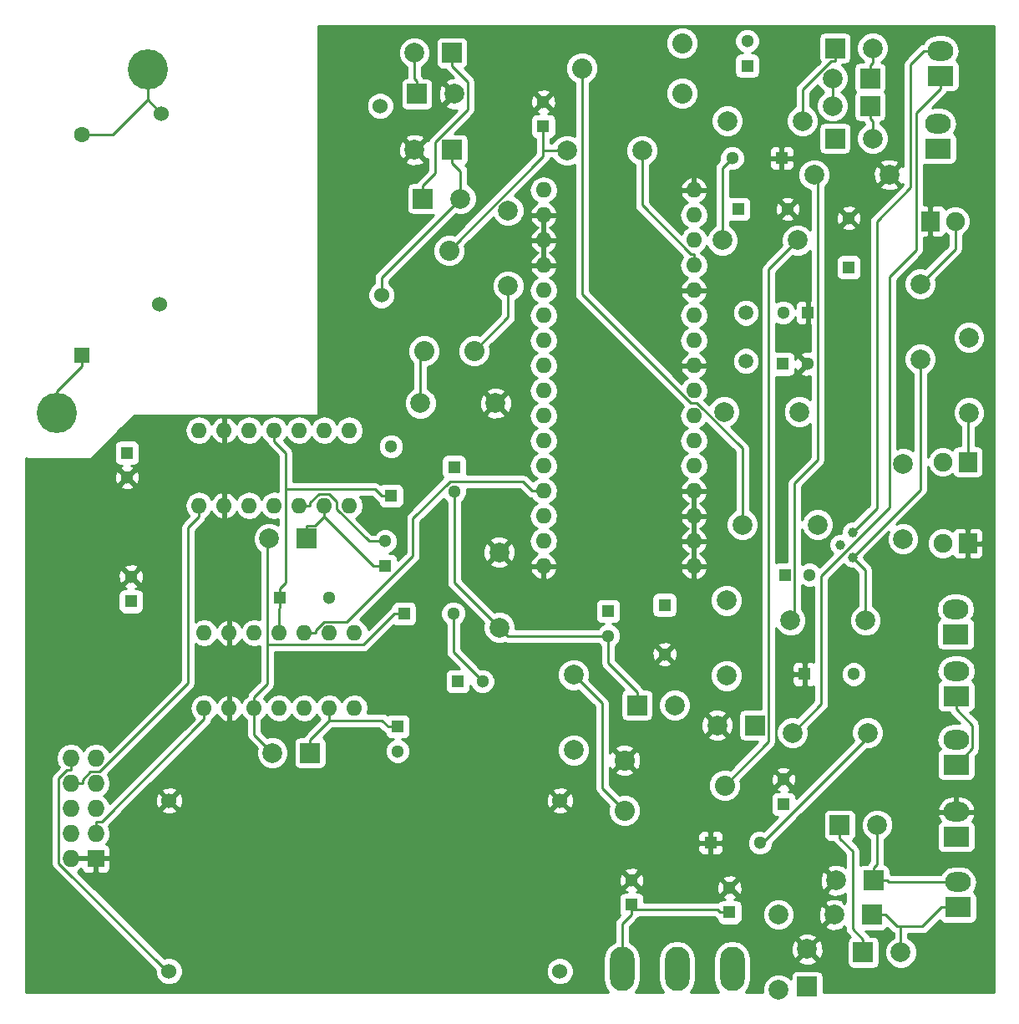
<source format=gbr>
G04 #@! TF.FileFunction,Copper,L2,Bot,Signal*
%FSLAX46Y46*%
G04 Gerber Fmt 4.6, Leading zero omitted, Abs format (unit mm)*
G04 Created by KiCad (PCBNEW 4.0.4+e1-6308~48~ubuntu14.04.1-stable) date Sat Oct 15 23:45:54 2016*
%MOMM*%
%LPD*%
G01*
G04 APERTURE LIST*
%ADD10C,0.100000*%
%ADD11R,1.300000X1.300000*%
%ADD12C,1.300000*%
%ADD13C,1.998980*%
%ADD14R,1.998980X1.998980*%
%ADD15R,1.900000X2.000000*%
%ADD16C,1.900000*%
%ADD17R,1.727200X1.727200*%
%ADD18O,1.727200X1.727200*%
%ADD19R,2.600000X2.000000*%
%ADD20O,2.600000X2.000000*%
%ADD21C,4.064000*%
%ADD22O,2.499360X4.500880*%
%ADD23C,1.524000*%
%ADD24O,1.600000X1.600000*%
%ADD25C,2.032000*%
%ADD26C,1.501140*%
%ADD27R,1.600000X1.600000*%
%ADD28C,1.600000*%
%ADD29C,1.000760*%
%ADD30C,0.250000*%
%ADD31C,0.254000*%
G04 APERTURE END LIST*
D10*
D11*
X85610700Y-109880000D03*
D12*
X85610700Y-107380000D03*
D11*
X146291000Y-141376000D03*
D12*
X146291000Y-138876000D03*
D11*
X144361000Y-134341000D03*
D12*
X149361000Y-134341000D03*
D11*
X118745000Y-117983000D03*
D12*
X121245000Y-117983000D03*
D11*
X153886000Y-117259000D03*
D12*
X158886000Y-117259000D03*
D11*
X112649000Y-122555000D03*
D12*
X112649000Y-125055000D03*
D11*
X111379000Y-106299000D03*
D12*
X111379000Y-103799000D03*
D11*
X113284000Y-111125000D03*
D12*
X118284000Y-111125000D03*
X136347000Y-138114000D03*
D11*
X136347000Y-140614000D03*
X133985000Y-110871000D03*
D12*
X133985000Y-113371000D03*
D11*
X118364000Y-96266000D03*
D12*
X118364000Y-98766000D03*
D11*
X100724000Y-109525000D03*
D12*
X105724000Y-109525000D03*
D11*
X111989000Y-99187000D03*
D12*
X111989000Y-94187000D03*
D11*
X85217000Y-94830900D03*
D12*
X85217000Y-97330900D03*
D11*
X139700000Y-110236000D03*
D12*
X139700000Y-115236000D03*
D11*
X147180000Y-70142100D03*
D12*
X152180000Y-70142100D03*
D11*
X151562000Y-64998600D03*
D12*
X146562000Y-64998600D03*
D11*
X151676000Y-85839300D03*
D12*
X154176000Y-85839300D03*
D11*
X154229000Y-80632300D03*
D12*
X151729000Y-80632300D03*
D11*
X158369000Y-76047600D03*
D12*
X158369000Y-71047600D03*
D11*
X151752000Y-130416000D03*
D12*
X151752000Y-127916000D03*
D11*
X127406000Y-61772800D03*
D12*
X127406000Y-59272800D03*
D13*
X99949000Y-125222000D03*
D14*
X103759000Y-125222000D03*
D13*
X99619000Y-103543000D03*
D14*
X103429000Y-103543000D03*
D13*
X154153000Y-145110000D03*
D14*
X154153000Y-148920000D03*
D15*
X170434000Y-95758000D03*
D16*
X167894000Y-95758000D03*
D13*
X163652000Y-145440000D03*
D14*
X159842000Y-145440000D03*
D13*
X156921000Y-141618000D03*
D14*
X160731000Y-141618000D03*
D13*
X157099000Y-138151000D03*
D14*
X160909000Y-138151000D03*
D13*
X161252000Y-132550000D03*
D14*
X157442000Y-132550000D03*
D13*
X119024000Y-69088000D03*
D14*
X115214000Y-69088000D03*
D13*
X114338000Y-54317900D03*
D14*
X118148000Y-54317900D03*
D13*
X114376000Y-64147700D03*
D14*
X118186000Y-64147700D03*
D13*
X118402000Y-58496200D03*
D14*
X114592000Y-58496200D03*
D15*
X170434000Y-104013000D03*
D16*
X167894000Y-104013000D03*
D17*
X82054700Y-135928000D03*
D18*
X79514700Y-135928000D03*
X82054700Y-133388000D03*
X79514700Y-133388000D03*
X82054700Y-130848000D03*
X79514700Y-130848000D03*
X82054700Y-128308000D03*
X79514700Y-128308000D03*
X82054700Y-125768000D03*
X79514700Y-125768000D03*
D19*
X169215000Y-113208000D03*
D20*
X169215000Y-110668000D03*
D19*
X169266000Y-126416000D03*
D20*
X169266000Y-123876000D03*
D19*
X169266000Y-119482000D03*
D20*
X169266000Y-116942000D03*
D19*
X169418000Y-140868000D03*
D20*
X169418000Y-138328000D03*
D21*
X78105000Y-90805000D03*
X87287100Y-56007000D03*
D19*
X169266000Y-133731000D03*
D20*
X169266000Y-131191000D03*
D22*
X140970000Y-147142000D03*
X146558000Y-147142000D03*
X135382000Y-147142000D03*
D13*
X151257000Y-141605000D03*
X151257000Y-149225000D03*
X170548000Y-83146900D03*
X170548000Y-90766900D03*
X145732000Y-90678000D03*
X153352000Y-90678000D03*
X154864000Y-66675000D03*
X162484000Y-66675000D03*
X160045000Y-111811000D03*
X152425000Y-111811000D03*
X153162000Y-73317100D03*
X145542000Y-73317100D03*
X122580000Y-89814400D03*
X114960000Y-89814400D03*
X130480000Y-124943000D03*
X130480000Y-117323000D03*
X137414000Y-64211200D03*
X129794000Y-64211200D03*
X123838000Y-70319900D03*
X123838000Y-77939900D03*
X163868000Y-95935800D03*
X163868000Y-103555800D03*
X145974000Y-109792000D03*
X145974000Y-117412000D03*
D23*
X110871000Y-59690000D03*
X110998000Y-78867000D03*
X88646000Y-60452000D03*
X88519000Y-79756000D03*
D24*
X93027500Y-120701000D03*
X95567500Y-120701000D03*
X98107500Y-120701000D03*
X100647500Y-120701000D03*
X103187500Y-120701000D03*
X105727500Y-120701000D03*
X108267500Y-120701000D03*
X108267500Y-113081000D03*
X105727500Y-113081000D03*
X103187500Y-113081000D03*
X100647500Y-113081000D03*
X98107500Y-113081000D03*
X95567500Y-113081000D03*
X93027500Y-113081000D03*
X92506800Y-100178000D03*
X95046800Y-100178000D03*
X97586800Y-100178000D03*
X100126800Y-100178000D03*
X102666800Y-100178000D03*
X105206800Y-100178000D03*
X107746800Y-100178000D03*
X107746800Y-92558000D03*
X105206800Y-92558000D03*
X102666800Y-92558000D03*
X100126800Y-92558000D03*
X97586800Y-92558000D03*
X95046800Y-92558000D03*
X92506800Y-92558000D03*
X142672000Y-106324000D03*
X142672000Y-103784000D03*
X142672000Y-101244000D03*
X142672000Y-98704000D03*
X142672000Y-96164000D03*
X142672000Y-93624000D03*
X142672000Y-91084000D03*
X142672000Y-88544000D03*
X142672000Y-86004000D03*
X142672000Y-83464000D03*
X142672000Y-80924000D03*
X142672000Y-78384000D03*
X142672000Y-75844000D03*
X142672000Y-73304000D03*
X142672000Y-70764000D03*
X142672000Y-68224000D03*
X127432000Y-68224000D03*
X127432000Y-70764000D03*
X127432000Y-73304000D03*
X127432000Y-75844000D03*
X127432000Y-78384000D03*
X127432000Y-80924000D03*
X127432000Y-83464000D03*
X127432000Y-86004000D03*
X127432000Y-88544000D03*
X127432000Y-91084000D03*
X127432000Y-93624000D03*
X127432000Y-96164000D03*
X127432000Y-98704000D03*
X127432000Y-101244000D03*
X127432000Y-103784000D03*
X127432000Y-106324000D03*
D25*
X115316000Y-84531200D03*
X117856000Y-74371200D03*
X120396000Y-84531200D03*
D26*
X147942000Y-80655160D03*
X147942000Y-85537040D03*
D27*
X80619600Y-84937600D03*
D28*
X80619600Y-62585600D03*
D23*
X129083000Y-147345000D03*
X129083000Y-130073000D03*
X89459000Y-130073000D03*
X89459000Y-147345000D03*
D11*
X151892000Y-107188000D03*
D12*
X154392000Y-107188000D03*
D11*
X148082000Y-55626000D03*
D12*
X148082000Y-53126000D03*
D13*
X140716000Y-120396000D03*
D14*
X136906000Y-120396000D03*
D13*
X145034000Y-122428000D03*
D14*
X148844000Y-122428000D03*
D15*
X166624000Y-71374000D03*
D16*
X169164000Y-71374000D03*
D13*
X160782000Y-62992000D03*
D14*
X156972000Y-62992000D03*
D13*
X156718000Y-59690000D03*
D14*
X160528000Y-59690000D03*
D13*
X156718000Y-56896000D03*
D14*
X160528000Y-56896000D03*
D13*
X160782000Y-53848000D03*
D14*
X156972000Y-53848000D03*
D19*
X167640000Y-56642000D03*
D20*
X167640000Y-54102000D03*
D19*
X167386000Y-64008000D03*
D20*
X167386000Y-61468000D03*
D13*
X122936000Y-112522000D03*
X122936000Y-104902000D03*
X160274000Y-123190000D03*
X152654000Y-123190000D03*
X147574000Y-102108000D03*
X155194000Y-102108000D03*
X165608000Y-85344000D03*
X165608000Y-77724000D03*
X153670000Y-61214000D03*
X146050000Y-61214000D03*
D25*
X135636000Y-125984000D03*
X145796000Y-128524000D03*
X135636000Y-131064000D03*
X141478000Y-58420000D03*
X131318000Y-55880000D03*
X141478000Y-53340000D03*
D29*
X157480000Y-104140000D03*
X158750000Y-102870000D03*
X158750000Y-105410000D03*
D30*
X135382000Y-142554300D02*
X136347000Y-141589300D01*
X135382000Y-147142000D02*
X135382000Y-142554300D01*
X98107500Y-123380500D02*
X98107500Y-120701000D01*
X99949000Y-125222000D02*
X98107500Y-123380500D01*
X98107500Y-120701000D02*
X98107500Y-119575700D01*
X113284000Y-111125000D02*
X112308700Y-111125000D01*
X109155400Y-114278300D02*
X112308700Y-111125000D01*
X99425900Y-114278300D02*
X109155400Y-114278300D01*
X99425900Y-103736100D02*
X99425900Y-114278300D01*
X99619000Y-103543000D02*
X99425900Y-103736100D01*
X99425900Y-118257300D02*
X98107500Y-119575700D01*
X99425900Y-114278300D02*
X99425900Y-118257300D01*
X136347000Y-140614000D02*
X136347000Y-141101600D01*
X136347000Y-141101600D02*
X136347000Y-141589300D01*
X145041300Y-141101600D02*
X145315700Y-141376000D01*
X136347000Y-141101600D02*
X145041300Y-141101600D01*
X146291000Y-141376000D02*
X145315700Y-141376000D01*
X160274000Y-123678700D02*
X160274000Y-123190000D01*
X149611700Y-134341000D02*
X160274000Y-123678700D01*
X149361000Y-134341000D02*
X149611700Y-134341000D01*
X103759000Y-125222000D02*
X103759000Y-123897200D01*
X111047400Y-121928700D02*
X111673700Y-122555000D01*
X105727500Y-121928700D02*
X111047400Y-121928700D01*
X105727500Y-120701000D02*
X105727500Y-121928700D01*
X105727500Y-121928700D02*
X103759000Y-123897200D01*
X112649000Y-122555000D02*
X111673700Y-122555000D01*
X104291900Y-102218200D02*
X103429000Y-102218200D01*
X105206800Y-101303300D02*
X104291900Y-102218200D01*
X103429000Y-103543000D02*
X103429000Y-102218200D01*
X105206800Y-100178000D02*
X105206800Y-101190700D01*
X105206800Y-101190700D02*
X105206800Y-101303300D01*
X110202500Y-106299000D02*
X111379000Y-106299000D01*
X105206800Y-101303300D02*
X110202500Y-106299000D01*
X109729900Y-103799000D02*
X111379000Y-103799000D01*
X106476800Y-100545900D02*
X109729900Y-103799000D01*
X106476800Y-99788500D02*
X106476800Y-100545900D01*
X105734600Y-99046300D02*
X106476800Y-99788500D01*
X104642500Y-99046300D02*
X105734600Y-99046300D01*
X103792100Y-99896700D02*
X104642500Y-99046300D01*
X103792100Y-100178000D02*
X103792100Y-99896700D01*
X102666800Y-100178000D02*
X103792100Y-100178000D01*
X100647500Y-110576800D02*
X100724000Y-110500300D01*
X100647500Y-113081000D02*
X100647500Y-110576800D01*
X100724000Y-109525000D02*
X100724000Y-110500300D01*
X136906000Y-120396000D02*
X136906000Y-119071200D01*
X118364000Y-107950000D02*
X122936000Y-112522000D01*
X118364000Y-98766000D02*
X118364000Y-107950000D01*
X133985000Y-116150200D02*
X133985000Y-113371000D01*
X136906000Y-119071200D02*
X133985000Y-116150200D01*
X123785000Y-113371000D02*
X122936000Y-112522000D01*
X133985000Y-113371000D02*
X123785000Y-113371000D01*
X100126800Y-92558000D02*
X100126800Y-93683300D01*
X100724000Y-109525000D02*
X100724000Y-108549700D01*
X111989000Y-99187000D02*
X111013700Y-99187000D01*
X110350300Y-98523600D02*
X111013700Y-99187000D01*
X101278700Y-98523600D02*
X110350300Y-98523600D01*
X101278700Y-94835200D02*
X101278700Y-98523600D01*
X100126800Y-93683300D02*
X101278700Y-94835200D01*
X101278700Y-107995000D02*
X100724000Y-108549700D01*
X101278700Y-98523600D02*
X101278700Y-107995000D01*
X155210600Y-67021600D02*
X154864000Y-66675000D01*
X155210600Y-95573200D02*
X155210600Y-67021600D01*
X152871800Y-97912000D02*
X155210600Y-95573200D01*
X152871800Y-111364200D02*
X152871800Y-97912000D01*
X152425000Y-111811000D02*
X152871800Y-111364200D01*
X145542000Y-66018600D02*
X146562000Y-64998600D01*
X145542000Y-73317100D02*
X145542000Y-66018600D01*
X137414000Y-69742000D02*
X137414000Y-64211200D01*
X142390700Y-74718700D02*
X137414000Y-69742000D01*
X142672000Y-74718700D02*
X142390700Y-74718700D01*
X142672000Y-75844000D02*
X142672000Y-74718700D01*
X158766800Y-143040000D02*
X159842000Y-144115200D01*
X158766800Y-135199600D02*
X158766800Y-143040000D01*
X157442000Y-133874800D02*
X158766800Y-135199600D01*
X157442000Y-132550000D02*
X157442000Y-133874800D01*
X159842000Y-145440000D02*
X159842000Y-144115200D01*
X129794000Y-64211200D02*
X127406000Y-64211200D01*
X127406000Y-64821200D02*
X127406000Y-64211200D01*
X117856000Y-74371200D02*
X127406000Y-64821200D01*
X127406000Y-64211200D02*
X127406000Y-61772800D01*
X78105000Y-88577500D02*
X78105000Y-90805000D01*
X80619600Y-86062900D02*
X78105000Y-88577500D01*
X80619600Y-84937600D02*
X80619600Y-86062900D01*
X83794600Y-62585600D02*
X87287100Y-59093100D01*
X80619600Y-62585600D02*
X83794600Y-62585600D01*
X88646000Y-60452000D02*
X87287100Y-59093100D01*
X87287100Y-59093100D02*
X87287100Y-56007000D01*
X170434000Y-90880900D02*
X170434000Y-95758000D01*
X170548000Y-90766900D02*
X170434000Y-90880900D01*
X169418000Y-140868000D02*
X167792700Y-140868000D01*
X160731000Y-141618000D02*
X162055800Y-141618000D01*
X163652000Y-142819800D02*
X163652000Y-145440000D01*
X165840900Y-142819800D02*
X163652000Y-142819800D01*
X167792700Y-140868000D02*
X165840900Y-142819800D01*
X163257600Y-142819800D02*
X162055800Y-141618000D01*
X163652000Y-142819800D02*
X163257600Y-142819800D01*
X161252000Y-136483200D02*
X160909000Y-136826200D01*
X161252000Y-132550000D02*
X161252000Y-136483200D01*
X160909000Y-138151000D02*
X160909000Y-136826200D01*
X162410800Y-138328000D02*
X162233800Y-138151000D01*
X169418000Y-138328000D02*
X162410800Y-138328000D01*
X160909000Y-138151000D02*
X162233800Y-138151000D01*
X110998000Y-77114000D02*
X119024000Y-69088000D01*
X110998000Y-78867000D02*
X110998000Y-77114000D01*
X119024000Y-66310500D02*
X119024000Y-69088000D01*
X118186000Y-65472500D02*
X119024000Y-66310500D01*
X118186000Y-64147700D02*
X118186000Y-65472500D01*
X116440400Y-66536800D02*
X115214000Y-67763200D01*
X116440400Y-63375500D02*
X116440400Y-66536800D01*
X119763900Y-60052000D02*
X116440400Y-63375500D01*
X119763900Y-57258600D02*
X119763900Y-60052000D01*
X118148000Y-55642700D02*
X119763900Y-57258600D01*
X118148000Y-54317900D02*
X118148000Y-55642700D01*
X115214000Y-69088000D02*
X115214000Y-67763200D01*
X114338000Y-56917400D02*
X114338000Y-54317900D01*
X114592000Y-57171400D02*
X114338000Y-56917400D01*
X114592000Y-58496200D02*
X114592000Y-57171400D01*
X82654700Y-132199100D02*
X82054700Y-132199100D01*
X93027500Y-121826300D02*
X82654700Y-132199100D01*
X82054700Y-133388000D02*
X82054700Y-132199100D01*
X93027500Y-120701000D02*
X93027500Y-121826300D01*
X80703600Y-127936400D02*
X80703600Y-128308000D01*
X81520900Y-127119100D02*
X80703600Y-127936400D01*
X82448100Y-127119100D02*
X81520900Y-127119100D01*
X91381500Y-118185700D02*
X82448100Y-127119100D01*
X91381500Y-102428600D02*
X91381500Y-118185700D01*
X92506800Y-101303300D02*
X91381500Y-102428600D01*
X92506800Y-100178000D02*
X92506800Y-101303300D01*
X79514700Y-128308000D02*
X80703600Y-128308000D01*
X79145200Y-126956900D02*
X79514700Y-126956900D01*
X78301300Y-127800800D02*
X79145200Y-126956900D01*
X78301300Y-136406600D02*
X78301300Y-127800800D01*
X89239700Y-147345000D02*
X78301300Y-136406600D01*
X89459000Y-147345000D02*
X89239700Y-147345000D01*
X79514700Y-125768000D02*
X79514700Y-126956900D01*
X150223500Y-76255600D02*
X153162000Y-73317100D01*
X150223500Y-124096500D02*
X150223500Y-76255600D01*
X145796000Y-128524000D02*
X150223500Y-124096500D01*
X114960000Y-84887200D02*
X114960000Y-89814400D01*
X115316000Y-84531200D02*
X114960000Y-84887200D01*
X133376600Y-120219600D02*
X130480000Y-117323000D01*
X133376600Y-128804600D02*
X133376600Y-120219600D01*
X135636000Y-131064000D02*
X133376600Y-128804600D01*
X123838000Y-81089200D02*
X123838000Y-77939900D01*
X120396000Y-84531200D02*
X123838000Y-81089200D01*
X104312800Y-112799600D02*
X104312800Y-113081000D01*
X105156700Y-111955700D02*
X104312800Y-112799600D01*
X107519000Y-111955700D02*
X105156700Y-111955700D01*
X114207500Y-105267200D02*
X107519000Y-111955700D01*
X114207500Y-101477400D02*
X114207500Y-105267200D01*
X117954600Y-97730300D02*
X114207500Y-101477400D01*
X125333000Y-97730300D02*
X117954600Y-97730300D01*
X126306700Y-98704000D02*
X125333000Y-97730300D01*
X127432000Y-98704000D02*
X126306700Y-98704000D01*
X103187500Y-113081000D02*
X104312800Y-113081000D01*
X118284000Y-115022000D02*
X121245000Y-117983000D01*
X118284000Y-111125000D02*
X118284000Y-115022000D01*
X147574000Y-94393700D02*
X147574000Y-102108000D01*
X142994300Y-89814000D02*
X147574000Y-94393700D01*
X142348900Y-89814000D02*
X142994300Y-89814000D01*
X131318000Y-78783100D02*
X142348900Y-89814000D01*
X131318000Y-55880000D02*
X131318000Y-78783100D01*
X156718000Y-56896000D02*
X156718000Y-59690000D01*
X165608000Y-98552000D02*
X158750000Y-105410000D01*
X165608000Y-85344000D02*
X165608000Y-98552000D01*
X160045000Y-106705000D02*
X160045000Y-111811000D01*
X158750000Y-105410000D02*
X160045000Y-106705000D01*
X170905500Y-124776500D02*
X169266000Y-126416000D01*
X170905500Y-122446800D02*
X170905500Y-124776500D01*
X169266000Y-120807300D02*
X170905500Y-122446800D01*
X169266000Y-119482000D02*
X169266000Y-120807300D01*
X155592900Y-120251100D02*
X152654000Y-123190000D01*
X155592900Y-107297100D02*
X155592900Y-120251100D01*
X162491200Y-100398800D02*
X155592900Y-107297100D01*
X162491200Y-77008900D02*
X162491200Y-100398800D01*
X165200500Y-74299600D02*
X162491200Y-77008900D01*
X165200500Y-60406800D02*
X165200500Y-74299600D01*
X167640000Y-57967300D02*
X165200500Y-60406800D01*
X167640000Y-56642000D02*
X167640000Y-57967300D01*
X169164000Y-74168000D02*
X169164000Y-71374000D01*
X165608000Y-77724000D02*
X169164000Y-74168000D01*
X160782000Y-61268800D02*
X160782000Y-62992000D01*
X160528000Y-61014800D02*
X160782000Y-61268800D01*
X160528000Y-59690000D02*
X160528000Y-61014800D01*
X153670000Y-58060800D02*
X153670000Y-61214000D01*
X156558000Y-55172800D02*
X153670000Y-58060800D01*
X156972000Y-55172800D02*
X156558000Y-55172800D01*
X156972000Y-53848000D02*
X156972000Y-55172800D01*
X160782000Y-55317200D02*
X160782000Y-53848000D01*
X160528000Y-55571200D02*
X160782000Y-55317200D01*
X160528000Y-56896000D02*
X160528000Y-55571200D01*
X164627400Y-55489300D02*
X166014700Y-54102000D01*
X164627400Y-67984800D02*
X164627400Y-55489300D01*
X161205300Y-71406900D02*
X164627400Y-67984800D01*
X161205300Y-100414700D02*
X161205300Y-71406900D01*
X158750000Y-102870000D02*
X161205300Y-100414700D01*
X167640000Y-54102000D02*
X166014700Y-54102000D01*
D31*
G36*
X173101000Y-149479000D02*
X155799930Y-149479000D01*
X155799930Y-147920510D01*
X155755652Y-147685193D01*
X155616580Y-147469069D01*
X155404380Y-147324079D01*
X155152490Y-147273070D01*
X153153510Y-147273070D01*
X152918193Y-147317348D01*
X152702069Y-147456420D01*
X152557079Y-147668620D01*
X152506070Y-147920510D01*
X152506070Y-148162713D01*
X152184073Y-147840154D01*
X151583547Y-147590794D01*
X150933306Y-147590226D01*
X150332345Y-147838538D01*
X149872154Y-148297927D01*
X149622794Y-148898453D01*
X149622287Y-149479000D01*
X147926056Y-149479000D01*
X148299217Y-148920525D01*
X148442680Y-148199289D01*
X148442680Y-146262163D01*
X153180443Y-146262163D01*
X153279042Y-146528965D01*
X153888582Y-146755401D01*
X154538377Y-146731341D01*
X155026958Y-146528965D01*
X155125557Y-146262163D01*
X154153000Y-145289605D01*
X153180443Y-146262163D01*
X148442680Y-146262163D01*
X148442680Y-146084711D01*
X148299217Y-145363475D01*
X147953173Y-144845582D01*
X152507599Y-144845582D01*
X152531659Y-145495377D01*
X152734035Y-145983958D01*
X153000837Y-146082557D01*
X153973395Y-145110000D01*
X154332605Y-145110000D01*
X155305163Y-146082557D01*
X155571965Y-145983958D01*
X155798401Y-145374418D01*
X155774341Y-144724623D01*
X155571965Y-144236042D01*
X155305163Y-144137443D01*
X154332605Y-145110000D01*
X153973395Y-145110000D01*
X153000837Y-144137443D01*
X152734035Y-144236042D01*
X152507599Y-144845582D01*
X147953173Y-144845582D01*
X147890670Y-144752041D01*
X147279236Y-144343494D01*
X146558000Y-144200031D01*
X145836764Y-144343494D01*
X145225330Y-144752041D01*
X144816783Y-145363475D01*
X144673320Y-146084711D01*
X144673320Y-148199289D01*
X144816783Y-148920525D01*
X145189944Y-149479000D01*
X142338056Y-149479000D01*
X142711217Y-148920525D01*
X142854680Y-148199289D01*
X142854680Y-146084711D01*
X142711217Y-145363475D01*
X142302670Y-144752041D01*
X141691236Y-144343494D01*
X140970000Y-144200031D01*
X140248764Y-144343494D01*
X139637330Y-144752041D01*
X139228783Y-145363475D01*
X139085320Y-146084711D01*
X139085320Y-148199289D01*
X139228783Y-148920525D01*
X139601944Y-149479000D01*
X136750056Y-149479000D01*
X137123217Y-148920525D01*
X137266680Y-148199289D01*
X137266680Y-146084711D01*
X137123217Y-145363475D01*
X136714670Y-144752041D01*
X136142000Y-144369395D01*
X136142000Y-143957837D01*
X153180443Y-143957837D01*
X154153000Y-144930395D01*
X155125557Y-143957837D01*
X155026958Y-143691035D01*
X154417418Y-143464599D01*
X153767623Y-143488659D01*
X153279042Y-143691035D01*
X153180443Y-143957837D01*
X136142000Y-143957837D01*
X136142000Y-142869102D01*
X136884401Y-142126701D01*
X137032725Y-141904718D01*
X137232317Y-141867162D01*
X137240961Y-141861600D01*
X144726498Y-141861600D01*
X144778299Y-141913401D01*
X145000282Y-142061726D01*
X145037838Y-142261317D01*
X145176910Y-142477441D01*
X145389110Y-142622431D01*
X145641000Y-142673440D01*
X146941000Y-142673440D01*
X147176317Y-142629162D01*
X147392441Y-142490090D01*
X147537431Y-142277890D01*
X147588440Y-142026000D01*
X147588440Y-141928694D01*
X149622226Y-141928694D01*
X149870538Y-142529655D01*
X150329927Y-142989846D01*
X150930453Y-143239206D01*
X151580694Y-143239774D01*
X152181655Y-142991462D01*
X152641846Y-142532073D01*
X152891206Y-141931547D01*
X152891710Y-141353582D01*
X155275599Y-141353582D01*
X155299659Y-142003377D01*
X155502035Y-142491958D01*
X155768837Y-142590557D01*
X156741395Y-141618000D01*
X155768837Y-140645443D01*
X155502035Y-140744042D01*
X155275599Y-141353582D01*
X152891710Y-141353582D01*
X152891774Y-141281306D01*
X152643462Y-140680345D01*
X152184073Y-140220154D01*
X151583547Y-139970794D01*
X150933306Y-139970226D01*
X150332345Y-140218538D01*
X149872154Y-140677927D01*
X149622794Y-141278453D01*
X149622226Y-141928694D01*
X147588440Y-141928694D01*
X147588440Y-140726000D01*
X147544162Y-140490683D01*
X147405090Y-140274559D01*
X147192890Y-140129569D01*
X146941000Y-140078560D01*
X146778615Y-140078560D01*
X146954729Y-140005611D01*
X147010410Y-139775016D01*
X146291000Y-139055605D01*
X145571590Y-139775016D01*
X145627271Y-140005611D01*
X145836902Y-140078560D01*
X145641000Y-140078560D01*
X145405683Y-140122838D01*
X145189559Y-140261910D01*
X145123885Y-140358027D01*
X145041300Y-140341600D01*
X137644440Y-140341600D01*
X137644440Y-139964000D01*
X137600162Y-139728683D01*
X137461090Y-139512559D01*
X137248890Y-139367569D01*
X136997000Y-139316560D01*
X136834615Y-139316560D01*
X137010729Y-139243611D01*
X137066410Y-139013016D01*
X136347000Y-138293605D01*
X135627590Y-139013016D01*
X135683271Y-139243611D01*
X135892902Y-139316560D01*
X135697000Y-139316560D01*
X135461683Y-139360838D01*
X135245559Y-139499910D01*
X135100569Y-139712110D01*
X135049560Y-139964000D01*
X135049560Y-141264000D01*
X135093838Y-141499317D01*
X135198904Y-141662594D01*
X134844599Y-142016899D01*
X134679852Y-142263461D01*
X134622000Y-142554300D01*
X134622000Y-144369395D01*
X134049330Y-144752041D01*
X133640783Y-145363475D01*
X133497320Y-146084711D01*
X133497320Y-148199289D01*
X133640783Y-148920525D01*
X134013944Y-149479000D01*
X74928800Y-149479000D01*
X74928800Y-127800800D01*
X77541300Y-127800800D01*
X77541300Y-136406600D01*
X77599152Y-136697439D01*
X77763899Y-136944001D01*
X88062089Y-147242191D01*
X88061758Y-147621661D01*
X88273990Y-148135303D01*
X88666630Y-148528629D01*
X89179900Y-148741757D01*
X89735661Y-148742242D01*
X90249303Y-148530010D01*
X90642629Y-148137370D01*
X90855757Y-147624100D01*
X90855759Y-147621661D01*
X127685758Y-147621661D01*
X127897990Y-148135303D01*
X128290630Y-148528629D01*
X128803900Y-148741757D01*
X129359661Y-148742242D01*
X129873303Y-148530010D01*
X130266629Y-148137370D01*
X130479757Y-147624100D01*
X130480242Y-147068339D01*
X130268010Y-146554697D01*
X129875370Y-146161371D01*
X129362100Y-145948243D01*
X128806339Y-145947758D01*
X128292697Y-146159990D01*
X127899371Y-146552630D01*
X127686243Y-147065900D01*
X127685758Y-147621661D01*
X90855759Y-147621661D01*
X90856242Y-147068339D01*
X90644010Y-146554697D01*
X90251370Y-146161371D01*
X89738100Y-145948243D01*
X89182339Y-145947758D01*
X88994764Y-146025262D01*
X80902580Y-137933078D01*
X135049378Y-137933078D01*
X135078917Y-138443428D01*
X135217389Y-138777729D01*
X135447984Y-138833410D01*
X136167395Y-138114000D01*
X136526605Y-138114000D01*
X137246016Y-138833410D01*
X137476611Y-138777729D01*
X137505372Y-138695078D01*
X144993378Y-138695078D01*
X145022917Y-139205428D01*
X145161389Y-139539729D01*
X145391984Y-139595410D01*
X146111395Y-138876000D01*
X146470605Y-138876000D01*
X147190016Y-139595410D01*
X147420611Y-139539729D01*
X147588622Y-139056922D01*
X147559083Y-138546572D01*
X147420611Y-138212271D01*
X147190016Y-138156590D01*
X146470605Y-138876000D01*
X146111395Y-138876000D01*
X145391984Y-138156590D01*
X145161389Y-138212271D01*
X144993378Y-138695078D01*
X137505372Y-138695078D01*
X137644622Y-138294922D01*
X137626220Y-137976984D01*
X145571590Y-137976984D01*
X146291000Y-138696395D01*
X147010410Y-137976984D01*
X146988581Y-137886582D01*
X155453599Y-137886582D01*
X155477659Y-138536377D01*
X155680035Y-139024958D01*
X155946837Y-139123557D01*
X156919395Y-138151000D01*
X155946837Y-137178443D01*
X155680035Y-137277042D01*
X155453599Y-137886582D01*
X146988581Y-137886582D01*
X146954729Y-137746389D01*
X146471922Y-137578378D01*
X145961572Y-137607917D01*
X145627271Y-137746389D01*
X145571590Y-137976984D01*
X137626220Y-137976984D01*
X137615083Y-137784572D01*
X137476611Y-137450271D01*
X137246016Y-137394590D01*
X136526605Y-138114000D01*
X136167395Y-138114000D01*
X135447984Y-137394590D01*
X135217389Y-137450271D01*
X135049378Y-137933078D01*
X80902580Y-137933078D01*
X80212248Y-137242746D01*
X80289647Y-137210688D01*
X80571000Y-136953880D01*
X80652773Y-137151298D01*
X80831401Y-137329927D01*
X81064790Y-137426600D01*
X81768950Y-137426600D01*
X81927700Y-137267850D01*
X81927700Y-136055000D01*
X82181700Y-136055000D01*
X82181700Y-137267850D01*
X82340450Y-137426600D01*
X83044610Y-137426600D01*
X83277999Y-137329927D01*
X83392941Y-137214984D01*
X135627590Y-137214984D01*
X136347000Y-137934395D01*
X137066410Y-137214984D01*
X137010729Y-136984389D01*
X136527922Y-136816378D01*
X136017572Y-136845917D01*
X135683271Y-136984389D01*
X135627590Y-137214984D01*
X83392941Y-137214984D01*
X83456627Y-137151298D01*
X83553300Y-136917909D01*
X83553300Y-136213750D01*
X83394550Y-136055000D01*
X82181700Y-136055000D01*
X81927700Y-136055000D01*
X79641700Y-136055000D01*
X79641700Y-136075000D01*
X79387700Y-136075000D01*
X79387700Y-136055000D01*
X79367700Y-136055000D01*
X79367700Y-135801000D01*
X79387700Y-135801000D01*
X79387700Y-135781000D01*
X79641700Y-135781000D01*
X79641700Y-135801000D01*
X81927700Y-135801000D01*
X81927700Y-135781000D01*
X82181700Y-135781000D01*
X82181700Y-135801000D01*
X83394550Y-135801000D01*
X83553300Y-135642250D01*
X83553300Y-134938091D01*
X83456627Y-134704702D01*
X83378676Y-134626750D01*
X143076000Y-134626750D01*
X143076000Y-135117310D01*
X143172673Y-135350699D01*
X143351302Y-135529327D01*
X143584691Y-135626000D01*
X144075250Y-135626000D01*
X144234000Y-135467250D01*
X144234000Y-134468000D01*
X144488000Y-134468000D01*
X144488000Y-135467250D01*
X144646750Y-135626000D01*
X145137309Y-135626000D01*
X145370698Y-135529327D01*
X145549327Y-135350699D01*
X145646000Y-135117310D01*
X145646000Y-134626750D01*
X145614731Y-134595481D01*
X148075777Y-134595481D01*
X148270995Y-135067943D01*
X148632155Y-135429735D01*
X149104276Y-135625777D01*
X149615481Y-135626223D01*
X150087943Y-135431005D01*
X150449735Y-135069845D01*
X150645777Y-134597724D01*
X150645966Y-134381536D01*
X153476992Y-131550510D01*
X155795070Y-131550510D01*
X155795070Y-133549490D01*
X155839348Y-133784807D01*
X155978420Y-134000931D01*
X156190620Y-134145921D01*
X156442510Y-134196930D01*
X156760760Y-134196930D01*
X156904599Y-134412201D01*
X158006800Y-135514402D01*
X158006800Y-136823609D01*
X157972958Y-136732035D01*
X157363418Y-136505599D01*
X156713623Y-136529659D01*
X156225042Y-136732035D01*
X156126443Y-136998837D01*
X157099000Y-137971395D01*
X157113142Y-137957252D01*
X157292748Y-138136858D01*
X157278605Y-138151000D01*
X157292748Y-138165142D01*
X157113142Y-138344748D01*
X157099000Y-138330605D01*
X156126443Y-139303163D01*
X156225042Y-139569965D01*
X156834582Y-139796401D01*
X157484377Y-139772341D01*
X157972958Y-139569965D01*
X158006800Y-139478391D01*
X158006800Y-140352592D01*
X157893556Y-140465836D01*
X157794958Y-140199035D01*
X157185418Y-139972599D01*
X156535623Y-139996659D01*
X156047042Y-140199035D01*
X155948443Y-140465837D01*
X156921000Y-141438395D01*
X156935142Y-141424252D01*
X157114748Y-141603858D01*
X157100605Y-141618000D01*
X157114748Y-141632142D01*
X156935142Y-141811748D01*
X156921000Y-141797605D01*
X155948443Y-142770163D01*
X156047042Y-143036965D01*
X156656582Y-143263401D01*
X157306377Y-143239341D01*
X157794958Y-143036965D01*
X157893556Y-142770164D01*
X158006800Y-142883408D01*
X158006800Y-143040000D01*
X158064652Y-143330839D01*
X158229399Y-143577401D01*
X158535487Y-143883489D01*
X158391069Y-143976420D01*
X158246079Y-144188620D01*
X158195070Y-144440510D01*
X158195070Y-146439490D01*
X158239348Y-146674807D01*
X158378420Y-146890931D01*
X158590620Y-147035921D01*
X158842510Y-147086930D01*
X160841490Y-147086930D01*
X161076807Y-147042652D01*
X161292931Y-146903580D01*
X161437921Y-146691380D01*
X161488930Y-146439490D01*
X161488930Y-144440510D01*
X161444652Y-144205193D01*
X161305580Y-143989069D01*
X161093380Y-143844079D01*
X160841490Y-143793070D01*
X160523241Y-143793070D01*
X160379401Y-143577799D01*
X160066532Y-143264930D01*
X161730490Y-143264930D01*
X161965807Y-143220652D01*
X162181931Y-143081580D01*
X162288544Y-142925546D01*
X162720199Y-143357201D01*
X162892000Y-143471994D01*
X162892000Y-143985504D01*
X162727345Y-144053538D01*
X162267154Y-144512927D01*
X162017794Y-145113453D01*
X162017226Y-145763694D01*
X162265538Y-146364655D01*
X162724927Y-146824846D01*
X163325453Y-147074206D01*
X163975694Y-147074774D01*
X164576655Y-146826462D01*
X165036846Y-146367073D01*
X165286206Y-145766547D01*
X165286774Y-145116306D01*
X165038462Y-144515345D01*
X164579073Y-144055154D01*
X164412000Y-143985779D01*
X164412000Y-143579800D01*
X165840900Y-143579800D01*
X166131739Y-143521948D01*
X166378301Y-143357201D01*
X167560784Y-142174718D01*
X167653910Y-142319441D01*
X167866110Y-142464431D01*
X168118000Y-142515440D01*
X170718000Y-142515440D01*
X170953317Y-142471162D01*
X171169441Y-142332090D01*
X171314431Y-142119890D01*
X171365440Y-141868000D01*
X171365440Y-139868000D01*
X171321162Y-139632683D01*
X171182090Y-139416559D01*
X171027671Y-139311049D01*
X171266452Y-138953687D01*
X171390909Y-138328000D01*
X171266452Y-137702313D01*
X170912029Y-137171880D01*
X170381596Y-136817457D01*
X169755909Y-136693000D01*
X169080091Y-136693000D01*
X168454404Y-136817457D01*
X167923971Y-137171880D01*
X167659293Y-137568000D01*
X162702957Y-137568000D01*
X162555930Y-137469760D01*
X162555930Y-137151510D01*
X162511652Y-136916193D01*
X162372580Y-136700069D01*
X162160380Y-136555079D01*
X162004001Y-136523412D01*
X162012000Y-136483200D01*
X162012000Y-134004496D01*
X162176655Y-133936462D01*
X162636846Y-133477073D01*
X162886206Y-132876547D01*
X162886333Y-132731000D01*
X167318560Y-132731000D01*
X167318560Y-134731000D01*
X167362838Y-134966317D01*
X167501910Y-135182441D01*
X167714110Y-135327431D01*
X167966000Y-135378440D01*
X170566000Y-135378440D01*
X170801317Y-135334162D01*
X171017441Y-135195090D01*
X171162431Y-134982890D01*
X171213440Y-134731000D01*
X171213440Y-132731000D01*
X171169162Y-132495683D01*
X171030090Y-132279559D01*
X170863380Y-132165651D01*
X171125144Y-131699355D01*
X171156124Y-131571434D01*
X171036777Y-131318000D01*
X169393000Y-131318000D01*
X169393000Y-131338000D01*
X169139000Y-131338000D01*
X169139000Y-131318000D01*
X167495223Y-131318000D01*
X167375876Y-131571434D01*
X167406856Y-131699355D01*
X167669495Y-132167211D01*
X167514559Y-132266910D01*
X167369569Y-132479110D01*
X167318560Y-132731000D01*
X162886333Y-132731000D01*
X162886774Y-132226306D01*
X162638462Y-131625345D01*
X162179073Y-131165154D01*
X161578547Y-130915794D01*
X160928306Y-130915226D01*
X160327345Y-131163538D01*
X159867154Y-131622927D01*
X159617794Y-132223453D01*
X159617226Y-132873694D01*
X159865538Y-133474655D01*
X160324927Y-133934846D01*
X160492000Y-134004221D01*
X160492000Y-136168398D01*
X160371599Y-136288799D01*
X160227760Y-136504070D01*
X159909510Y-136504070D01*
X159674193Y-136548348D01*
X159526800Y-136643193D01*
X159526800Y-135199600D01*
X159468948Y-134908761D01*
X159304201Y-134662199D01*
X158748513Y-134106511D01*
X158892931Y-134013580D01*
X159037921Y-133801380D01*
X159088930Y-133549490D01*
X159088930Y-131550510D01*
X159044652Y-131315193D01*
X158905580Y-131099069D01*
X158693380Y-130954079D01*
X158441490Y-130903070D01*
X156442510Y-130903070D01*
X156207193Y-130947348D01*
X155991069Y-131086420D01*
X155846079Y-131298620D01*
X155795070Y-131550510D01*
X153476992Y-131550510D01*
X154216936Y-130810566D01*
X167375876Y-130810566D01*
X167495223Y-131064000D01*
X169139000Y-131064000D01*
X169139000Y-129556000D01*
X169393000Y-129556000D01*
X169393000Y-131064000D01*
X171036777Y-131064000D01*
X171156124Y-130810566D01*
X171125144Y-130682645D01*
X170811922Y-130124683D01*
X170309020Y-129729058D01*
X169693000Y-129556000D01*
X169393000Y-129556000D01*
X169139000Y-129556000D01*
X168839000Y-129556000D01*
X168222980Y-129729058D01*
X167720078Y-130124683D01*
X167406856Y-130682645D01*
X167375876Y-130810566D01*
X154216936Y-130810566D01*
X160203073Y-124824429D01*
X160597694Y-124824774D01*
X161198655Y-124576462D01*
X161658846Y-124117073D01*
X161908206Y-123516547D01*
X161908774Y-122866306D01*
X161660462Y-122265345D01*
X161201073Y-121805154D01*
X160600547Y-121555794D01*
X159950306Y-121555226D01*
X159349345Y-121803538D01*
X158889154Y-122262927D01*
X158639794Y-122863453D01*
X158639226Y-123513694D01*
X158851196Y-124026702D01*
X153049440Y-129828458D01*
X153049440Y-129766000D01*
X153005162Y-129530683D01*
X152866090Y-129314559D01*
X152653890Y-129169569D01*
X152402000Y-129118560D01*
X152239615Y-129118560D01*
X152415729Y-129045611D01*
X152471410Y-128815016D01*
X151752000Y-128095605D01*
X151032590Y-128815016D01*
X151088271Y-129045611D01*
X151297902Y-129118560D01*
X151102000Y-129118560D01*
X150866683Y-129162838D01*
X150650559Y-129301910D01*
X150505569Y-129514110D01*
X150454560Y-129766000D01*
X150454560Y-131066000D01*
X150498838Y-131301317D01*
X150637910Y-131517441D01*
X150850110Y-131662431D01*
X151102000Y-131713440D01*
X151164458Y-131713440D01*
X149761835Y-133116063D01*
X149617724Y-133056223D01*
X149106519Y-133055777D01*
X148634057Y-133250995D01*
X148272265Y-133612155D01*
X148076223Y-134084276D01*
X148075777Y-134595481D01*
X145614731Y-134595481D01*
X145487250Y-134468000D01*
X144488000Y-134468000D01*
X144234000Y-134468000D01*
X143234750Y-134468000D01*
X143076000Y-134626750D01*
X83378676Y-134626750D01*
X83277999Y-134526073D01*
X83124174Y-134462356D01*
X83439226Y-133990848D01*
X83523994Y-133564690D01*
X143076000Y-133564690D01*
X143076000Y-134055250D01*
X143234750Y-134214000D01*
X144234000Y-134214000D01*
X144234000Y-133214750D01*
X144488000Y-133214750D01*
X144488000Y-134214000D01*
X145487250Y-134214000D01*
X145646000Y-134055250D01*
X145646000Y-133564690D01*
X145549327Y-133331301D01*
X145370698Y-133152673D01*
X145137309Y-133056000D01*
X144646750Y-133056000D01*
X144488000Y-133214750D01*
X144234000Y-133214750D01*
X144075250Y-133056000D01*
X143584691Y-133056000D01*
X143351302Y-133152673D01*
X143172673Y-133331301D01*
X143076000Y-133564690D01*
X83523994Y-133564690D01*
X83553300Y-133417359D01*
X83553300Y-133358641D01*
X83439226Y-132785152D01*
X83320755Y-132607847D01*
X84875389Y-131053213D01*
X88658392Y-131053213D01*
X88727857Y-131295397D01*
X89251302Y-131482144D01*
X89806368Y-131454362D01*
X90190143Y-131295397D01*
X90259608Y-131053213D01*
X128282392Y-131053213D01*
X128351857Y-131295397D01*
X128875302Y-131482144D01*
X129430368Y-131454362D01*
X129814143Y-131295397D01*
X129883608Y-131053213D01*
X129083000Y-130252605D01*
X128282392Y-131053213D01*
X90259608Y-131053213D01*
X89459000Y-130252605D01*
X88658392Y-131053213D01*
X84875389Y-131053213D01*
X86063300Y-129865302D01*
X88049856Y-129865302D01*
X88077638Y-130420368D01*
X88236603Y-130804143D01*
X88478787Y-130873608D01*
X89279395Y-130073000D01*
X89638605Y-130073000D01*
X90439213Y-130873608D01*
X90681397Y-130804143D01*
X90868144Y-130280698D01*
X90847353Y-129865302D01*
X127673856Y-129865302D01*
X127701638Y-130420368D01*
X127860603Y-130804143D01*
X128102787Y-130873608D01*
X128903395Y-130073000D01*
X129262605Y-130073000D01*
X130063213Y-130873608D01*
X130305397Y-130804143D01*
X130492144Y-130280698D01*
X130464362Y-129725632D01*
X130305397Y-129341857D01*
X130063213Y-129272392D01*
X129262605Y-130073000D01*
X128903395Y-130073000D01*
X128102787Y-129272392D01*
X127860603Y-129341857D01*
X127673856Y-129865302D01*
X90847353Y-129865302D01*
X90840362Y-129725632D01*
X90681397Y-129341857D01*
X90439213Y-129272392D01*
X89638605Y-130073000D01*
X89279395Y-130073000D01*
X88478787Y-129272392D01*
X88236603Y-129341857D01*
X88049856Y-129865302D01*
X86063300Y-129865302D01*
X86835815Y-129092787D01*
X88658392Y-129092787D01*
X89459000Y-129893395D01*
X90259608Y-129092787D01*
X128282392Y-129092787D01*
X129083000Y-129893395D01*
X129883608Y-129092787D01*
X129814143Y-128850603D01*
X129290698Y-128663856D01*
X128735632Y-128691638D01*
X128351857Y-128850603D01*
X128282392Y-129092787D01*
X90259608Y-129092787D01*
X90190143Y-128850603D01*
X89666698Y-128663856D01*
X89111632Y-128691638D01*
X88727857Y-128850603D01*
X88658392Y-129092787D01*
X86835815Y-129092787D01*
X93564901Y-122363701D01*
X93729648Y-122117140D01*
X93749448Y-122017599D01*
X93767382Y-121927437D01*
X94042198Y-121743811D01*
X94312486Y-121339297D01*
X94415111Y-121556134D01*
X94830077Y-121932041D01*
X95218461Y-122092904D01*
X95440500Y-121970915D01*
X95440500Y-120828000D01*
X95420500Y-120828000D01*
X95420500Y-120574000D01*
X95440500Y-120574000D01*
X95440500Y-119431085D01*
X95218461Y-119309096D01*
X94830077Y-119469959D01*
X94415111Y-119845866D01*
X94312486Y-120062703D01*
X94042198Y-119658189D01*
X93576651Y-119347120D01*
X93027500Y-119237887D01*
X92478349Y-119347120D01*
X92012802Y-119658189D01*
X91701733Y-120123736D01*
X91592500Y-120672887D01*
X91592500Y-120729113D01*
X91701733Y-121278264D01*
X92012802Y-121743811D01*
X92026221Y-121752777D01*
X83454924Y-130324074D01*
X83439226Y-130245152D01*
X83114370Y-129758971D01*
X82843528Y-129578000D01*
X83114370Y-129397029D01*
X83439226Y-128910848D01*
X83553300Y-128337359D01*
X83553300Y-128278641D01*
X83439226Y-127705152D01*
X83238002Y-127404000D01*
X91918901Y-118723101D01*
X92083648Y-118476540D01*
X92093246Y-118428286D01*
X92141500Y-118185700D01*
X92141500Y-114209804D01*
X92478349Y-114434880D01*
X93027500Y-114544113D01*
X93576651Y-114434880D01*
X94042198Y-114123811D01*
X94312486Y-113719297D01*
X94415111Y-113936134D01*
X94830077Y-114312041D01*
X95218461Y-114472904D01*
X95440500Y-114350915D01*
X95440500Y-113208000D01*
X95420500Y-113208000D01*
X95420500Y-112954000D01*
X95440500Y-112954000D01*
X95440500Y-111811085D01*
X95218461Y-111689096D01*
X94830077Y-111849959D01*
X94415111Y-112225866D01*
X94312486Y-112442703D01*
X94042198Y-112038189D01*
X93576651Y-111727120D01*
X93027500Y-111617887D01*
X92478349Y-111727120D01*
X92141500Y-111952196D01*
X92141500Y-102743402D01*
X93044201Y-101840701D01*
X93208948Y-101594139D01*
X93246682Y-101404437D01*
X93521498Y-101220811D01*
X93791786Y-100816297D01*
X93894411Y-101033134D01*
X94309377Y-101409041D01*
X94697761Y-101569904D01*
X94919800Y-101447915D01*
X94919800Y-100305000D01*
X94899800Y-100305000D01*
X94899800Y-100051000D01*
X94919800Y-100051000D01*
X94919800Y-98908085D01*
X94697761Y-98786096D01*
X94309377Y-98946959D01*
X93894411Y-99322866D01*
X93791786Y-99539703D01*
X93521498Y-99135189D01*
X93055951Y-98824120D01*
X92506800Y-98714887D01*
X91957649Y-98824120D01*
X91492102Y-99135189D01*
X91181033Y-99600736D01*
X91071800Y-100149887D01*
X91071800Y-100206113D01*
X91181033Y-100755264D01*
X91492102Y-101220811D01*
X91505521Y-101229777D01*
X90844099Y-101891199D01*
X90679352Y-102137761D01*
X90621500Y-102428600D01*
X90621500Y-117870898D01*
X83394373Y-125098025D01*
X83114370Y-124678971D01*
X82628189Y-124354115D01*
X82054700Y-124240041D01*
X81481211Y-124354115D01*
X80995030Y-124678971D01*
X80784700Y-124993752D01*
X80574370Y-124678971D01*
X80088189Y-124354115D01*
X79514700Y-124240041D01*
X78941211Y-124354115D01*
X78455030Y-124678971D01*
X78130174Y-125165152D01*
X78016100Y-125738641D01*
X78016100Y-125797359D01*
X78130174Y-126370848D01*
X78340971Y-126686327D01*
X77763899Y-127263399D01*
X77599152Y-127509961D01*
X77541300Y-127800800D01*
X74928800Y-127800800D01*
X74928800Y-109230000D01*
X84313260Y-109230000D01*
X84313260Y-110530000D01*
X84357538Y-110765317D01*
X84496610Y-110981441D01*
X84708810Y-111126431D01*
X84960700Y-111177440D01*
X86260700Y-111177440D01*
X86496017Y-111133162D01*
X86712141Y-110994090D01*
X86857131Y-110781890D01*
X86908140Y-110530000D01*
X86908140Y-109230000D01*
X86863862Y-108994683D01*
X86724790Y-108778559D01*
X86512590Y-108633569D01*
X86260700Y-108582560D01*
X86098315Y-108582560D01*
X86274429Y-108509611D01*
X86330110Y-108279016D01*
X85610700Y-107559605D01*
X84891290Y-108279016D01*
X84946971Y-108509611D01*
X85156602Y-108582560D01*
X84960700Y-108582560D01*
X84725383Y-108626838D01*
X84509259Y-108765910D01*
X84364269Y-108978110D01*
X84313260Y-109230000D01*
X74928800Y-109230000D01*
X74928800Y-107199078D01*
X84313078Y-107199078D01*
X84342617Y-107709428D01*
X84481089Y-108043729D01*
X84711684Y-108099410D01*
X85431095Y-107380000D01*
X85790305Y-107380000D01*
X86509716Y-108099410D01*
X86740311Y-108043729D01*
X86908322Y-107560922D01*
X86878783Y-107050572D01*
X86740311Y-106716271D01*
X86509716Y-106660590D01*
X85790305Y-107380000D01*
X85431095Y-107380000D01*
X84711684Y-106660590D01*
X84481089Y-106716271D01*
X84313078Y-107199078D01*
X74928800Y-107199078D01*
X74928800Y-106480984D01*
X84891290Y-106480984D01*
X85610700Y-107200395D01*
X86330110Y-106480984D01*
X86274429Y-106250389D01*
X85791622Y-106082378D01*
X85281272Y-106111917D01*
X84946971Y-106250389D01*
X84891290Y-106480984D01*
X74928800Y-106480984D01*
X74928800Y-98229916D01*
X84497590Y-98229916D01*
X84553271Y-98460511D01*
X85036078Y-98628522D01*
X85546428Y-98598983D01*
X85880729Y-98460511D01*
X85936410Y-98229916D01*
X85217000Y-97510505D01*
X84497590Y-98229916D01*
X74928800Y-98229916D01*
X74928800Y-97149978D01*
X83919378Y-97149978D01*
X83948917Y-97660328D01*
X84087389Y-97994629D01*
X84317984Y-98050310D01*
X85037395Y-97330900D01*
X85396605Y-97330900D01*
X86116016Y-98050310D01*
X86346611Y-97994629D01*
X86514622Y-97511822D01*
X86485083Y-97001472D01*
X86346611Y-96667171D01*
X86116016Y-96611490D01*
X85396605Y-97330900D01*
X85037395Y-97330900D01*
X84317984Y-96611490D01*
X84087389Y-96667171D01*
X83919378Y-97149978D01*
X74928800Y-97149978D01*
X74928800Y-95374370D01*
X75086016Y-95422284D01*
X75123040Y-95427800D01*
X81523840Y-95427800D01*
X81573250Y-95417794D01*
X81613643Y-95390603D01*
X82823346Y-94180900D01*
X83919560Y-94180900D01*
X83919560Y-95480900D01*
X83963838Y-95716217D01*
X84102910Y-95932341D01*
X84315110Y-96077331D01*
X84567000Y-96128340D01*
X84729385Y-96128340D01*
X84553271Y-96201289D01*
X84497590Y-96431884D01*
X85217000Y-97151295D01*
X85936410Y-96431884D01*
X85880729Y-96201289D01*
X85671098Y-96128340D01*
X85867000Y-96128340D01*
X86102317Y-96084062D01*
X86318441Y-95944990D01*
X86463431Y-95732790D01*
X86514440Y-95480900D01*
X86514440Y-94180900D01*
X86470162Y-93945583D01*
X86331090Y-93729459D01*
X86118890Y-93584469D01*
X85867000Y-93533460D01*
X84567000Y-93533460D01*
X84331683Y-93577738D01*
X84115559Y-93716810D01*
X83970569Y-93929010D01*
X83919560Y-94180900D01*
X82823346Y-94180900D01*
X84474359Y-92529887D01*
X91071800Y-92529887D01*
X91071800Y-92586113D01*
X91181033Y-93135264D01*
X91492102Y-93600811D01*
X91957649Y-93911880D01*
X92506800Y-94021113D01*
X93055951Y-93911880D01*
X93521498Y-93600811D01*
X93791786Y-93196297D01*
X93894411Y-93413134D01*
X94309377Y-93789041D01*
X94697761Y-93949904D01*
X94919800Y-93827915D01*
X94919800Y-92685000D01*
X94899800Y-92685000D01*
X94899800Y-92431000D01*
X94919800Y-92431000D01*
X94919800Y-91288085D01*
X95173800Y-91288085D01*
X95173800Y-92431000D01*
X95193800Y-92431000D01*
X95193800Y-92685000D01*
X95173800Y-92685000D01*
X95173800Y-93827915D01*
X95395839Y-93949904D01*
X95784223Y-93789041D01*
X96199189Y-93413134D01*
X96301814Y-93196297D01*
X96572102Y-93600811D01*
X97037649Y-93911880D01*
X97586800Y-94021113D01*
X98135951Y-93911880D01*
X98601498Y-93600811D01*
X98856800Y-93218725D01*
X99112102Y-93600811D01*
X99386918Y-93784437D01*
X99424652Y-93974139D01*
X99589399Y-94220701D01*
X100518700Y-95150002D01*
X100518700Y-98792841D01*
X100126800Y-98714887D01*
X99577649Y-98824120D01*
X99112102Y-99135189D01*
X98856800Y-99517275D01*
X98601498Y-99135189D01*
X98135951Y-98824120D01*
X97586800Y-98714887D01*
X97037649Y-98824120D01*
X96572102Y-99135189D01*
X96301814Y-99539703D01*
X96199189Y-99322866D01*
X95784223Y-98946959D01*
X95395839Y-98786096D01*
X95173800Y-98908085D01*
X95173800Y-100051000D01*
X95193800Y-100051000D01*
X95193800Y-100305000D01*
X95173800Y-100305000D01*
X95173800Y-101447915D01*
X95395839Y-101569904D01*
X95784223Y-101409041D01*
X96199189Y-101033134D01*
X96301814Y-100816297D01*
X96572102Y-101220811D01*
X97037649Y-101531880D01*
X97586800Y-101641113D01*
X98135951Y-101531880D01*
X98601498Y-101220811D01*
X98856800Y-100838725D01*
X99112102Y-101220811D01*
X99577649Y-101531880D01*
X100126800Y-101641113D01*
X100518700Y-101563159D01*
X100518700Y-102146788D01*
X99945547Y-101908794D01*
X99295306Y-101908226D01*
X98694345Y-102156538D01*
X98234154Y-102615927D01*
X97984794Y-103216453D01*
X97984226Y-103866694D01*
X98232538Y-104467655D01*
X98665900Y-104901774D01*
X98665900Y-111733300D01*
X98656651Y-111727120D01*
X98107500Y-111617887D01*
X97558349Y-111727120D01*
X97092802Y-112038189D01*
X96822514Y-112442703D01*
X96719889Y-112225866D01*
X96304923Y-111849959D01*
X95916539Y-111689096D01*
X95694500Y-111811085D01*
X95694500Y-112954000D01*
X95714500Y-112954000D01*
X95714500Y-113208000D01*
X95694500Y-113208000D01*
X95694500Y-114350915D01*
X95916539Y-114472904D01*
X96304923Y-114312041D01*
X96719889Y-113936134D01*
X96822514Y-113719297D01*
X97092802Y-114123811D01*
X97558349Y-114434880D01*
X98107500Y-114544113D01*
X98656651Y-114434880D01*
X98665900Y-114428700D01*
X98665900Y-117942498D01*
X97570099Y-119038299D01*
X97405352Y-119284861D01*
X97367618Y-119474563D01*
X97092802Y-119658189D01*
X96822514Y-120062703D01*
X96719889Y-119845866D01*
X96304923Y-119469959D01*
X95916539Y-119309096D01*
X95694500Y-119431085D01*
X95694500Y-120574000D01*
X95714500Y-120574000D01*
X95714500Y-120828000D01*
X95694500Y-120828000D01*
X95694500Y-121970915D01*
X95916539Y-122092904D01*
X96304923Y-121932041D01*
X96719889Y-121556134D01*
X96822514Y-121339297D01*
X97092802Y-121743811D01*
X97347500Y-121913995D01*
X97347500Y-123380500D01*
X97405352Y-123671339D01*
X97570099Y-123917901D01*
X98383115Y-124730917D01*
X98314794Y-124895453D01*
X98314226Y-125545694D01*
X98562538Y-126146655D01*
X99021927Y-126606846D01*
X99622453Y-126856206D01*
X100272694Y-126856774D01*
X100873655Y-126608462D01*
X101333846Y-126149073D01*
X101583206Y-125548547D01*
X101583774Y-124898306D01*
X101335462Y-124297345D01*
X100876073Y-123837154D01*
X100275547Y-123587794D01*
X99625306Y-123587226D01*
X99458111Y-123656309D01*
X98867500Y-123065698D01*
X98867500Y-121913995D01*
X99122198Y-121743811D01*
X99377500Y-121361725D01*
X99632802Y-121743811D01*
X100098349Y-122054880D01*
X100647500Y-122164113D01*
X101196651Y-122054880D01*
X101662198Y-121743811D01*
X101917500Y-121361725D01*
X102172802Y-121743811D01*
X102638349Y-122054880D01*
X103187500Y-122164113D01*
X103736651Y-122054880D01*
X104202198Y-121743811D01*
X104457500Y-121361725D01*
X104712802Y-121743811D01*
X104787605Y-121793793D01*
X103221599Y-123359799D01*
X103077760Y-123575070D01*
X102759510Y-123575070D01*
X102524193Y-123619348D01*
X102308069Y-123758420D01*
X102163079Y-123970620D01*
X102112070Y-124222510D01*
X102112070Y-126221490D01*
X102156348Y-126456807D01*
X102295420Y-126672931D01*
X102507620Y-126817921D01*
X102759510Y-126868930D01*
X104758490Y-126868930D01*
X104993807Y-126824652D01*
X105209931Y-126685580D01*
X105354921Y-126473380D01*
X105405930Y-126221490D01*
X105405930Y-124222510D01*
X105361652Y-123987193D01*
X105222580Y-123771069D01*
X105066546Y-123664456D01*
X106042302Y-122688700D01*
X110732598Y-122688700D01*
X111136299Y-123092401D01*
X111358282Y-123240725D01*
X111395838Y-123440317D01*
X111534910Y-123656441D01*
X111747110Y-123801431D01*
X111999000Y-123852440D01*
X112194460Y-123852440D01*
X111922057Y-123964995D01*
X111560265Y-124326155D01*
X111364223Y-124798276D01*
X111363777Y-125309481D01*
X111558995Y-125781943D01*
X111920155Y-126143735D01*
X112392276Y-126339777D01*
X112903481Y-126340223D01*
X113375943Y-126145005D01*
X113737735Y-125783845D01*
X113933777Y-125311724D01*
X113933816Y-125266694D01*
X128845226Y-125266694D01*
X129093538Y-125867655D01*
X129552927Y-126327846D01*
X130153453Y-126577206D01*
X130803694Y-126577774D01*
X131404655Y-126329462D01*
X131864846Y-125870073D01*
X132114206Y-125269547D01*
X132114774Y-124619306D01*
X131866462Y-124018345D01*
X131407073Y-123558154D01*
X130806547Y-123308794D01*
X130156306Y-123308226D01*
X129555345Y-123556538D01*
X129095154Y-124015927D01*
X128845794Y-124616453D01*
X128845226Y-125266694D01*
X113933816Y-125266694D01*
X113934223Y-124800519D01*
X113739005Y-124328057D01*
X113377845Y-123966265D01*
X113103724Y-123852440D01*
X113299000Y-123852440D01*
X113534317Y-123808162D01*
X113750441Y-123669090D01*
X113895431Y-123456890D01*
X113946440Y-123205000D01*
X113946440Y-121905000D01*
X113902162Y-121669683D01*
X113763090Y-121453559D01*
X113550890Y-121308569D01*
X113299000Y-121257560D01*
X111999000Y-121257560D01*
X111763683Y-121301838D01*
X111600406Y-121406904D01*
X111584801Y-121391299D01*
X111338239Y-121226552D01*
X111047400Y-121168700D01*
X109615061Y-121168700D01*
X109702500Y-120729113D01*
X109702500Y-120672887D01*
X109593267Y-120123736D01*
X109282198Y-119658189D01*
X108816651Y-119347120D01*
X108267500Y-119237887D01*
X107718349Y-119347120D01*
X107252802Y-119658189D01*
X106997500Y-120040275D01*
X106742198Y-119658189D01*
X106276651Y-119347120D01*
X105727500Y-119237887D01*
X105178349Y-119347120D01*
X104712802Y-119658189D01*
X104457500Y-120040275D01*
X104202198Y-119658189D01*
X103736651Y-119347120D01*
X103187500Y-119237887D01*
X102638349Y-119347120D01*
X102172802Y-119658189D01*
X101917500Y-120040275D01*
X101662198Y-119658189D01*
X101196651Y-119347120D01*
X100647500Y-119237887D01*
X100098349Y-119347120D01*
X99632802Y-119658189D01*
X99377500Y-120040275D01*
X99122198Y-119658189D01*
X99108779Y-119649223D01*
X99963301Y-118794701D01*
X100128048Y-118548139D01*
X100185900Y-118257300D01*
X100185900Y-115038300D01*
X109155400Y-115038300D01*
X109446239Y-114980448D01*
X109692801Y-114815701D01*
X112236537Y-112271965D01*
X112382110Y-112371431D01*
X112634000Y-112422440D01*
X113934000Y-112422440D01*
X114169317Y-112378162D01*
X114385441Y-112239090D01*
X114530431Y-112026890D01*
X114581440Y-111775000D01*
X114581440Y-111379481D01*
X116998777Y-111379481D01*
X117193995Y-111851943D01*
X117524000Y-112182525D01*
X117524000Y-115022000D01*
X117581852Y-115312839D01*
X117746599Y-115559401D01*
X118872758Y-116685560D01*
X118095000Y-116685560D01*
X117859683Y-116729838D01*
X117643559Y-116868910D01*
X117498569Y-117081110D01*
X117447560Y-117333000D01*
X117447560Y-118633000D01*
X117491838Y-118868317D01*
X117630910Y-119084441D01*
X117843110Y-119229431D01*
X118095000Y-119280440D01*
X119395000Y-119280440D01*
X119630317Y-119236162D01*
X119846441Y-119097090D01*
X119991431Y-118884890D01*
X120042440Y-118633000D01*
X120042440Y-118437540D01*
X120154995Y-118709943D01*
X120516155Y-119071735D01*
X120988276Y-119267777D01*
X121499481Y-119268223D01*
X121971943Y-119073005D01*
X122333735Y-118711845D01*
X122529777Y-118239724D01*
X122530223Y-117728519D01*
X122496414Y-117646694D01*
X128845226Y-117646694D01*
X129093538Y-118247655D01*
X129552927Y-118707846D01*
X130153453Y-118957206D01*
X130803694Y-118957774D01*
X130970889Y-118888691D01*
X132616600Y-120534402D01*
X132616600Y-128804600D01*
X132674452Y-129095439D01*
X132839199Y-129342001D01*
X134057484Y-130560286D01*
X133985287Y-130734155D01*
X133984714Y-131390963D01*
X134235534Y-131997995D01*
X134699563Y-132462834D01*
X135306155Y-132714713D01*
X135962963Y-132715286D01*
X136569995Y-132464466D01*
X137034834Y-132000437D01*
X137286713Y-131393845D01*
X137287286Y-130737037D01*
X137036466Y-130130005D01*
X136572437Y-129665166D01*
X135965845Y-129413287D01*
X135309037Y-129412714D01*
X135132471Y-129485669D01*
X134497765Y-128850963D01*
X144144714Y-128850963D01*
X144395534Y-129457995D01*
X144859563Y-129922834D01*
X145466155Y-130174713D01*
X146122963Y-130175286D01*
X146729995Y-129924466D01*
X147194834Y-129460437D01*
X147446713Y-128853845D01*
X147447286Y-128197037D01*
X147374331Y-128020471D01*
X147659724Y-127735078D01*
X150454378Y-127735078D01*
X150483917Y-128245428D01*
X150622389Y-128579729D01*
X150852984Y-128635410D01*
X151572395Y-127916000D01*
X151931605Y-127916000D01*
X152651016Y-128635410D01*
X152881611Y-128579729D01*
X153049622Y-128096922D01*
X153020083Y-127586572D01*
X152881611Y-127252271D01*
X152651016Y-127196590D01*
X151931605Y-127916000D01*
X151572395Y-127916000D01*
X150852984Y-127196590D01*
X150622389Y-127252271D01*
X150454378Y-127735078D01*
X147659724Y-127735078D01*
X148377818Y-127016984D01*
X151032590Y-127016984D01*
X151752000Y-127736395D01*
X152471410Y-127016984D01*
X152415729Y-126786389D01*
X151932922Y-126618378D01*
X151422572Y-126647917D01*
X151088271Y-126786389D01*
X151032590Y-127016984D01*
X148377818Y-127016984D01*
X150760901Y-124633901D01*
X150925648Y-124387339D01*
X150983500Y-124096500D01*
X150983500Y-117544750D01*
X152601000Y-117544750D01*
X152601000Y-118035310D01*
X152697673Y-118268699D01*
X152876302Y-118447327D01*
X153109691Y-118544000D01*
X153600250Y-118544000D01*
X153759000Y-118385250D01*
X153759000Y-117386000D01*
X152759750Y-117386000D01*
X152601000Y-117544750D01*
X150983500Y-117544750D01*
X150983500Y-116482690D01*
X152601000Y-116482690D01*
X152601000Y-116973250D01*
X152759750Y-117132000D01*
X153759000Y-117132000D01*
X153759000Y-116132750D01*
X153600250Y-115974000D01*
X153109691Y-115974000D01*
X152876302Y-116070673D01*
X152697673Y-116249301D01*
X152601000Y-116482690D01*
X150983500Y-116482690D01*
X150983500Y-112602453D01*
X151038538Y-112735655D01*
X151497927Y-113195846D01*
X152098453Y-113445206D01*
X152748694Y-113445774D01*
X153349655Y-113197462D01*
X153809846Y-112738073D01*
X154059206Y-112137547D01*
X154059774Y-111487306D01*
X153811462Y-110886345D01*
X153631800Y-110706369D01*
X153631800Y-108245325D01*
X153663155Y-108276735D01*
X154135276Y-108472777D01*
X154646481Y-108473223D01*
X154832900Y-108396196D01*
X154832900Y-116044661D01*
X154662309Y-115974000D01*
X154171750Y-115974000D01*
X154013000Y-116132750D01*
X154013000Y-117132000D01*
X154033000Y-117132000D01*
X154033000Y-117386000D01*
X154013000Y-117386000D01*
X154013000Y-118385250D01*
X154171750Y-118544000D01*
X154662309Y-118544000D01*
X154832900Y-118473339D01*
X154832900Y-119936298D01*
X153145083Y-121624115D01*
X152980547Y-121555794D01*
X152330306Y-121555226D01*
X151729345Y-121803538D01*
X151269154Y-122262927D01*
X151019794Y-122863453D01*
X151019226Y-123513694D01*
X151267538Y-124114655D01*
X151726927Y-124574846D01*
X152327453Y-124824206D01*
X152977694Y-124824774D01*
X153578655Y-124576462D01*
X154038846Y-124117073D01*
X154288206Y-123516547D01*
X154288774Y-122866306D01*
X154219691Y-122699111D01*
X156130301Y-120788501D01*
X156295048Y-120541940D01*
X156352900Y-120251100D01*
X156352900Y-117513481D01*
X157600777Y-117513481D01*
X157795995Y-117985943D01*
X158157155Y-118347735D01*
X158629276Y-118543777D01*
X159140481Y-118544223D01*
X159612943Y-118349005D01*
X159974735Y-117987845D01*
X160170777Y-117515724D01*
X160171223Y-117004519D01*
X160145391Y-116942000D01*
X167293091Y-116942000D01*
X167417548Y-117567687D01*
X167657093Y-117926192D01*
X167514559Y-118017910D01*
X167369569Y-118230110D01*
X167318560Y-118482000D01*
X167318560Y-120482000D01*
X167362838Y-120717317D01*
X167501910Y-120933441D01*
X167714110Y-121078431D01*
X167966000Y-121129440D01*
X168584767Y-121129440D01*
X168728599Y-121344701D01*
X169630110Y-122246212D01*
X169603909Y-122241000D01*
X168928091Y-122241000D01*
X168302404Y-122365457D01*
X167771971Y-122719880D01*
X167417548Y-123250313D01*
X167293091Y-123876000D01*
X167417548Y-124501687D01*
X167657093Y-124860192D01*
X167514559Y-124951910D01*
X167369569Y-125164110D01*
X167318560Y-125416000D01*
X167318560Y-127416000D01*
X167362838Y-127651317D01*
X167501910Y-127867441D01*
X167714110Y-128012431D01*
X167966000Y-128063440D01*
X170566000Y-128063440D01*
X170801317Y-128019162D01*
X171017441Y-127880090D01*
X171162431Y-127667890D01*
X171213440Y-127416000D01*
X171213440Y-125543362D01*
X171442901Y-125313901D01*
X171607648Y-125067339D01*
X171665500Y-124776500D01*
X171665500Y-122446800D01*
X171607648Y-122155961D01*
X171442901Y-121909399D01*
X170647590Y-121114088D01*
X170801317Y-121085162D01*
X171017441Y-120946090D01*
X171162431Y-120733890D01*
X171213440Y-120482000D01*
X171213440Y-118482000D01*
X171169162Y-118246683D01*
X171030090Y-118030559D01*
X170875671Y-117925049D01*
X171114452Y-117567687D01*
X171238909Y-116942000D01*
X171114452Y-116316313D01*
X170760029Y-115785880D01*
X170229596Y-115431457D01*
X169603909Y-115307000D01*
X168928091Y-115307000D01*
X168302404Y-115431457D01*
X167771971Y-115785880D01*
X167417548Y-116316313D01*
X167293091Y-116942000D01*
X160145391Y-116942000D01*
X159976005Y-116532057D01*
X159614845Y-116170265D01*
X159142724Y-115974223D01*
X158631519Y-115973777D01*
X158159057Y-116168995D01*
X157797265Y-116530155D01*
X157601223Y-117002276D01*
X157600777Y-117513481D01*
X156352900Y-117513481D01*
X156352900Y-107611902D01*
X157849651Y-106115151D01*
X158106019Y-106371967D01*
X158523168Y-106545182D01*
X158810631Y-106545433D01*
X159285000Y-107019802D01*
X159285000Y-110356504D01*
X159120345Y-110424538D01*
X158660154Y-110883927D01*
X158410794Y-111484453D01*
X158410226Y-112134694D01*
X158658538Y-112735655D01*
X159117927Y-113195846D01*
X159718453Y-113445206D01*
X160368694Y-113445774D01*
X160969655Y-113197462D01*
X161429846Y-112738073D01*
X161679206Y-112137547D01*
X161679774Y-111487306D01*
X161431462Y-110886345D01*
X161213498Y-110668000D01*
X167242091Y-110668000D01*
X167366548Y-111293687D01*
X167606093Y-111652192D01*
X167463559Y-111743910D01*
X167318569Y-111956110D01*
X167267560Y-112208000D01*
X167267560Y-114208000D01*
X167311838Y-114443317D01*
X167450910Y-114659441D01*
X167663110Y-114804431D01*
X167915000Y-114855440D01*
X170515000Y-114855440D01*
X170750317Y-114811162D01*
X170966441Y-114672090D01*
X171111431Y-114459890D01*
X171162440Y-114208000D01*
X171162440Y-112208000D01*
X171118162Y-111972683D01*
X170979090Y-111756559D01*
X170824671Y-111651049D01*
X171063452Y-111293687D01*
X171187909Y-110668000D01*
X171063452Y-110042313D01*
X170709029Y-109511880D01*
X170178596Y-109157457D01*
X169552909Y-109033000D01*
X168877091Y-109033000D01*
X168251404Y-109157457D01*
X167720971Y-109511880D01*
X167366548Y-110042313D01*
X167242091Y-110668000D01*
X161213498Y-110668000D01*
X160972073Y-110426154D01*
X160805000Y-110356779D01*
X160805000Y-106705000D01*
X160747148Y-106414161D01*
X160582401Y-106167599D01*
X159885327Y-105470525D01*
X159885433Y-105349369D01*
X162395869Y-102838933D01*
X162233794Y-103229253D01*
X162233226Y-103879494D01*
X162481538Y-104480455D01*
X162940927Y-104940646D01*
X163541453Y-105190006D01*
X164191694Y-105190574D01*
X164792655Y-104942262D01*
X165252846Y-104482873D01*
X165317614Y-104326893D01*
X166308725Y-104326893D01*
X166549519Y-104909657D01*
X166994997Y-105355914D01*
X167577341Y-105597724D01*
X168207893Y-105598275D01*
X168790657Y-105357481D01*
X168895867Y-105252455D01*
X168945673Y-105372698D01*
X169124301Y-105551327D01*
X169357690Y-105648000D01*
X170148250Y-105648000D01*
X170307000Y-105489250D01*
X170307000Y-104140000D01*
X170561000Y-104140000D01*
X170561000Y-105489250D01*
X170719750Y-105648000D01*
X171510310Y-105648000D01*
X171743699Y-105551327D01*
X171922327Y-105372698D01*
X172019000Y-105139309D01*
X172019000Y-104298750D01*
X171860250Y-104140000D01*
X170561000Y-104140000D01*
X170307000Y-104140000D01*
X170287000Y-104140000D01*
X170287000Y-103886000D01*
X170307000Y-103886000D01*
X170307000Y-102536750D01*
X170561000Y-102536750D01*
X170561000Y-103886000D01*
X171860250Y-103886000D01*
X172019000Y-103727250D01*
X172019000Y-102886691D01*
X171922327Y-102653302D01*
X171743699Y-102474673D01*
X171510310Y-102378000D01*
X170719750Y-102378000D01*
X170561000Y-102536750D01*
X170307000Y-102536750D01*
X170148250Y-102378000D01*
X169357690Y-102378000D01*
X169124301Y-102474673D01*
X168945673Y-102653302D01*
X168895988Y-102773251D01*
X168793003Y-102670086D01*
X168210659Y-102428276D01*
X167580107Y-102427725D01*
X166997343Y-102668519D01*
X166551086Y-103113997D01*
X166309276Y-103696341D01*
X166308725Y-104326893D01*
X165317614Y-104326893D01*
X165502206Y-103882347D01*
X165502774Y-103232106D01*
X165254462Y-102631145D01*
X164795073Y-102170954D01*
X164194547Y-101921594D01*
X163544306Y-101921026D01*
X163151452Y-102083350D01*
X166145401Y-99089401D01*
X166310148Y-98842839D01*
X166368000Y-98552000D01*
X166368000Y-96215349D01*
X166549519Y-96654657D01*
X166994997Y-97100914D01*
X167577341Y-97342724D01*
X168207893Y-97343275D01*
X168790657Y-97102481D01*
X168888337Y-97004971D01*
X169019910Y-97209441D01*
X169232110Y-97354431D01*
X169484000Y-97405440D01*
X171384000Y-97405440D01*
X171619317Y-97361162D01*
X171835441Y-97222090D01*
X171980431Y-97009890D01*
X172031440Y-96758000D01*
X172031440Y-94758000D01*
X171987162Y-94522683D01*
X171848090Y-94306559D01*
X171635890Y-94161569D01*
X171384000Y-94110560D01*
X171194000Y-94110560D01*
X171194000Y-92268500D01*
X171472655Y-92153362D01*
X171932846Y-91693973D01*
X172182206Y-91093447D01*
X172182774Y-90443206D01*
X171934462Y-89842245D01*
X171475073Y-89382054D01*
X170874547Y-89132694D01*
X170224306Y-89132126D01*
X169623345Y-89380438D01*
X169163154Y-89839827D01*
X168913794Y-90440353D01*
X168913226Y-91090594D01*
X169161538Y-91691555D01*
X169620927Y-92151746D01*
X169674000Y-92173784D01*
X169674000Y-94110560D01*
X169484000Y-94110560D01*
X169248683Y-94154838D01*
X169032559Y-94293910D01*
X168887569Y-94506110D01*
X168886945Y-94509192D01*
X168793003Y-94415086D01*
X168210659Y-94173276D01*
X167580107Y-94172725D01*
X166997343Y-94413519D01*
X166551086Y-94858997D01*
X166368000Y-95299918D01*
X166368000Y-86798496D01*
X166532655Y-86730462D01*
X166992846Y-86271073D01*
X167242206Y-85670547D01*
X167242774Y-85020306D01*
X166994462Y-84419345D01*
X166535073Y-83959154D01*
X165934547Y-83709794D01*
X165284306Y-83709226D01*
X164683345Y-83957538D01*
X164223154Y-84416927D01*
X163973794Y-85017453D01*
X163973226Y-85667694D01*
X164221538Y-86268655D01*
X164680927Y-86728846D01*
X164848000Y-86798221D01*
X164848000Y-94603973D01*
X164795073Y-94550954D01*
X164194547Y-94301594D01*
X163544306Y-94301026D01*
X163251200Y-94422135D01*
X163251200Y-83470594D01*
X168913226Y-83470594D01*
X169161538Y-84071555D01*
X169620927Y-84531746D01*
X170221453Y-84781106D01*
X170871694Y-84781674D01*
X171472655Y-84533362D01*
X171932846Y-84073973D01*
X172182206Y-83473447D01*
X172182774Y-82823206D01*
X171934462Y-82222245D01*
X171475073Y-81762054D01*
X170874547Y-81512694D01*
X170224306Y-81512126D01*
X169623345Y-81760438D01*
X169163154Y-82219827D01*
X168913794Y-82820353D01*
X168913226Y-83470594D01*
X163251200Y-83470594D01*
X163251200Y-78047694D01*
X163973226Y-78047694D01*
X164221538Y-78648655D01*
X164680927Y-79108846D01*
X165281453Y-79358206D01*
X165931694Y-79358774D01*
X166532655Y-79110462D01*
X166992846Y-78651073D01*
X167242206Y-78050547D01*
X167242774Y-77400306D01*
X167173691Y-77233111D01*
X169701401Y-74705401D01*
X169866148Y-74458840D01*
X169876062Y-74409000D01*
X169924000Y-74168000D01*
X169924000Y-72774947D01*
X170060657Y-72718481D01*
X170506914Y-72273003D01*
X170748724Y-71690659D01*
X170749275Y-71060107D01*
X170508481Y-70477343D01*
X170063003Y-70031086D01*
X169480659Y-69789276D01*
X168850107Y-69788725D01*
X168267343Y-70029519D01*
X168162133Y-70134545D01*
X168112327Y-70014302D01*
X167933699Y-69835673D01*
X167700310Y-69739000D01*
X166909750Y-69739000D01*
X166751000Y-69897750D01*
X166751000Y-71247000D01*
X166771000Y-71247000D01*
X166771000Y-71501000D01*
X166751000Y-71501000D01*
X166751000Y-72850250D01*
X166909750Y-73009000D01*
X167700310Y-73009000D01*
X167933699Y-72912327D01*
X168112327Y-72733698D01*
X168162012Y-72613749D01*
X168264997Y-72716914D01*
X168404000Y-72774633D01*
X168404000Y-73853198D01*
X166099083Y-76158115D01*
X165934547Y-76089794D01*
X165284306Y-76089226D01*
X164683345Y-76337538D01*
X164223154Y-76796927D01*
X163973794Y-77397453D01*
X163973226Y-78047694D01*
X163251200Y-78047694D01*
X163251200Y-77323702D01*
X165737901Y-74837001D01*
X165902648Y-74590439D01*
X165960500Y-74299600D01*
X165960500Y-73009000D01*
X166338250Y-73009000D01*
X166497000Y-72850250D01*
X166497000Y-71501000D01*
X166477000Y-71501000D01*
X166477000Y-71247000D01*
X166497000Y-71247000D01*
X166497000Y-69897750D01*
X166338250Y-69739000D01*
X165960500Y-69739000D01*
X165960500Y-65630026D01*
X166086000Y-65655440D01*
X168686000Y-65655440D01*
X168921317Y-65611162D01*
X169137441Y-65472090D01*
X169282431Y-65259890D01*
X169333440Y-65008000D01*
X169333440Y-63008000D01*
X169289162Y-62772683D01*
X169150090Y-62556559D01*
X168995671Y-62451049D01*
X169234452Y-62093687D01*
X169358909Y-61468000D01*
X169234452Y-60842313D01*
X168880029Y-60311880D01*
X168349596Y-59957457D01*
X167723909Y-59833000D01*
X167048091Y-59833000D01*
X166799692Y-59882410D01*
X168177401Y-58504701D01*
X168321233Y-58289440D01*
X168940000Y-58289440D01*
X169175317Y-58245162D01*
X169391441Y-58106090D01*
X169536431Y-57893890D01*
X169587440Y-57642000D01*
X169587440Y-55642000D01*
X169543162Y-55406683D01*
X169404090Y-55190559D01*
X169249671Y-55085049D01*
X169488452Y-54727687D01*
X169612909Y-54102000D01*
X169488452Y-53476313D01*
X169134029Y-52945880D01*
X168603596Y-52591457D01*
X167977909Y-52467000D01*
X167302091Y-52467000D01*
X166676404Y-52591457D01*
X166145971Y-52945880D01*
X165860844Y-53372604D01*
X165772114Y-53390254D01*
X165723860Y-53399852D01*
X165477299Y-53564599D01*
X164089999Y-54951899D01*
X163925252Y-55198461D01*
X163867400Y-55489300D01*
X163867400Y-65787899D01*
X163636163Y-65702443D01*
X162663605Y-66675000D01*
X163636163Y-67647557D01*
X163867400Y-67562101D01*
X163867400Y-67669998D01*
X160667899Y-70869499D01*
X160503152Y-71116061D01*
X160445300Y-71406900D01*
X160445300Y-100099898D01*
X158810525Y-101734673D01*
X158525150Y-101734424D01*
X158107699Y-101906911D01*
X157788033Y-102226019D01*
X157614818Y-102643168D01*
X157614503Y-103004737D01*
X157255150Y-103004424D01*
X156837699Y-103176911D01*
X156518033Y-103496019D01*
X156344818Y-103913168D01*
X156344424Y-104364850D01*
X156516911Y-104782301D01*
X156774679Y-105040519D01*
X155418129Y-106397069D01*
X155120845Y-106099265D01*
X154648724Y-105903223D01*
X154137519Y-105902777D01*
X153665057Y-106097995D01*
X153631800Y-106131194D01*
X153631800Y-102607337D01*
X153807538Y-103032655D01*
X154266927Y-103492846D01*
X154867453Y-103742206D01*
X155517694Y-103742774D01*
X156118655Y-103494462D01*
X156578846Y-103035073D01*
X156828206Y-102434547D01*
X156828774Y-101784306D01*
X156580462Y-101183345D01*
X156121073Y-100723154D01*
X155520547Y-100473794D01*
X154870306Y-100473226D01*
X154269345Y-100721538D01*
X153809154Y-101180927D01*
X153631800Y-101608043D01*
X153631800Y-98226802D01*
X155748001Y-96110601D01*
X155912748Y-95864039D01*
X155970600Y-95573200D01*
X155970600Y-75397600D01*
X157071560Y-75397600D01*
X157071560Y-76697600D01*
X157115838Y-76932917D01*
X157254910Y-77149041D01*
X157467110Y-77294031D01*
X157719000Y-77345040D01*
X159019000Y-77345040D01*
X159254317Y-77300762D01*
X159470441Y-77161690D01*
X159615431Y-76949490D01*
X159666440Y-76697600D01*
X159666440Y-75397600D01*
X159622162Y-75162283D01*
X159483090Y-74946159D01*
X159270890Y-74801169D01*
X159019000Y-74750160D01*
X157719000Y-74750160D01*
X157483683Y-74794438D01*
X157267559Y-74933510D01*
X157122569Y-75145710D01*
X157071560Y-75397600D01*
X155970600Y-75397600D01*
X155970600Y-71946616D01*
X157649590Y-71946616D01*
X157705271Y-72177211D01*
X158188078Y-72345222D01*
X158698428Y-72315683D01*
X159032729Y-72177211D01*
X159088410Y-71946616D01*
X158369000Y-71227205D01*
X157649590Y-71946616D01*
X155970600Y-71946616D01*
X155970600Y-70866678D01*
X157071378Y-70866678D01*
X157100917Y-71377028D01*
X157239389Y-71711329D01*
X157469984Y-71767010D01*
X158189395Y-71047600D01*
X158548605Y-71047600D01*
X159268016Y-71767010D01*
X159498611Y-71711329D01*
X159666622Y-71228522D01*
X159637083Y-70718172D01*
X159498611Y-70383871D01*
X159268016Y-70328190D01*
X158548605Y-71047600D01*
X158189395Y-71047600D01*
X157469984Y-70328190D01*
X157239389Y-70383871D01*
X157071378Y-70866678D01*
X155970600Y-70866678D01*
X155970600Y-70148584D01*
X157649590Y-70148584D01*
X158369000Y-70867995D01*
X159088410Y-70148584D01*
X159032729Y-69917989D01*
X158549922Y-69749978D01*
X158039572Y-69779517D01*
X157705271Y-69917989D01*
X157649590Y-70148584D01*
X155970600Y-70148584D01*
X155970600Y-67879834D01*
X156023362Y-67827163D01*
X161511443Y-67827163D01*
X161610042Y-68093965D01*
X162219582Y-68320401D01*
X162869377Y-68296341D01*
X163357958Y-68093965D01*
X163456557Y-67827163D01*
X162484000Y-66854605D01*
X161511443Y-67827163D01*
X156023362Y-67827163D01*
X156248846Y-67602073D01*
X156498206Y-67001547D01*
X156498722Y-66410582D01*
X160838599Y-66410582D01*
X160862659Y-67060377D01*
X161065035Y-67548958D01*
X161331837Y-67647557D01*
X162304395Y-66675000D01*
X161331837Y-65702443D01*
X161065035Y-65801042D01*
X160838599Y-66410582D01*
X156498722Y-66410582D01*
X156498774Y-66351306D01*
X156250462Y-65750345D01*
X156023351Y-65522837D01*
X161511443Y-65522837D01*
X162484000Y-66495395D01*
X163456557Y-65522837D01*
X163357958Y-65256035D01*
X162748418Y-65029599D01*
X162098623Y-65053659D01*
X161610042Y-65256035D01*
X161511443Y-65522837D01*
X156023351Y-65522837D01*
X155791073Y-65290154D01*
X155190547Y-65040794D01*
X154540306Y-65040226D01*
X153939345Y-65288538D01*
X153479154Y-65747927D01*
X153229794Y-66348453D01*
X153229226Y-66998694D01*
X153477538Y-67599655D01*
X153936927Y-68059846D01*
X154450600Y-68273142D01*
X154450600Y-72294412D01*
X154089073Y-71932254D01*
X153488547Y-71682894D01*
X152838306Y-71682326D01*
X152237345Y-71930638D01*
X151777154Y-72390027D01*
X151527794Y-72990553D01*
X151527226Y-73640794D01*
X151596309Y-73807989D01*
X149686099Y-75718199D01*
X149521352Y-75964761D01*
X149463500Y-76255600D01*
X149463500Y-120781070D01*
X147844510Y-120781070D01*
X147609193Y-120825348D01*
X147393069Y-120964420D01*
X147248079Y-121176620D01*
X147197070Y-121428510D01*
X147197070Y-123427490D01*
X147241348Y-123662807D01*
X147380420Y-123878931D01*
X147592620Y-124023921D01*
X147844510Y-124074930D01*
X149170268Y-124074930D01*
X146299714Y-126945484D01*
X146125845Y-126873287D01*
X145469037Y-126872714D01*
X144862005Y-127123534D01*
X144397166Y-127587563D01*
X144145287Y-128194155D01*
X144144714Y-128850963D01*
X134497765Y-128850963D01*
X134136600Y-128489798D01*
X134136600Y-127148107D01*
X134651498Y-127148107D01*
X134752120Y-127416622D01*
X135367642Y-127645816D01*
X136024019Y-127622014D01*
X136519880Y-127416622D01*
X136620502Y-127148107D01*
X135636000Y-126163605D01*
X134651498Y-127148107D01*
X134136600Y-127148107D01*
X134136600Y-126706663D01*
X134203378Y-126867880D01*
X134471893Y-126968502D01*
X135456395Y-125984000D01*
X135815605Y-125984000D01*
X136800107Y-126968502D01*
X137068622Y-126867880D01*
X137297816Y-126252358D01*
X137274014Y-125595981D01*
X137068622Y-125100120D01*
X136800107Y-124999498D01*
X135815605Y-125984000D01*
X135456395Y-125984000D01*
X134471893Y-124999498D01*
X134203378Y-125100120D01*
X134136600Y-125279459D01*
X134136600Y-124819893D01*
X134651498Y-124819893D01*
X135636000Y-125804395D01*
X136620502Y-124819893D01*
X136519880Y-124551378D01*
X135904358Y-124322184D01*
X135247981Y-124345986D01*
X134752120Y-124551378D01*
X134651498Y-124819893D01*
X134136600Y-124819893D01*
X134136600Y-123580163D01*
X144061443Y-123580163D01*
X144160042Y-123846965D01*
X144769582Y-124073401D01*
X145419377Y-124049341D01*
X145907958Y-123846965D01*
X146006557Y-123580163D01*
X145034000Y-122607605D01*
X144061443Y-123580163D01*
X134136600Y-123580163D01*
X134136600Y-122163582D01*
X143388599Y-122163582D01*
X143412659Y-122813377D01*
X143615035Y-123301958D01*
X143881837Y-123400557D01*
X144854395Y-122428000D01*
X145213605Y-122428000D01*
X146186163Y-123400557D01*
X146452965Y-123301958D01*
X146679401Y-122692418D01*
X146655341Y-122042623D01*
X146452965Y-121554042D01*
X146186163Y-121455443D01*
X145213605Y-122428000D01*
X144854395Y-122428000D01*
X143881837Y-121455443D01*
X143615035Y-121554042D01*
X143388599Y-122163582D01*
X134136600Y-122163582D01*
X134136600Y-120219600D01*
X134078748Y-119928761D01*
X133914001Y-119682199D01*
X132045885Y-117814083D01*
X132114206Y-117649547D01*
X132114774Y-116999306D01*
X131866462Y-116398345D01*
X131407073Y-115938154D01*
X130806547Y-115688794D01*
X130156306Y-115688226D01*
X129555345Y-115936538D01*
X129095154Y-116395927D01*
X128845794Y-116996453D01*
X128845226Y-117646694D01*
X122496414Y-117646694D01*
X122335005Y-117256057D01*
X121973845Y-116894265D01*
X121501724Y-116698223D01*
X121034617Y-116697815D01*
X119044000Y-114707198D01*
X119044000Y-112182006D01*
X119372735Y-111853845D01*
X119568777Y-111381724D01*
X119569223Y-110870519D01*
X119374005Y-110398057D01*
X119012845Y-110036265D01*
X118540724Y-109840223D01*
X118029519Y-109839777D01*
X117557057Y-110034995D01*
X117195265Y-110396155D01*
X116999223Y-110868276D01*
X116998777Y-111379481D01*
X114581440Y-111379481D01*
X114581440Y-110475000D01*
X114537162Y-110239683D01*
X114398090Y-110023559D01*
X114185890Y-109878569D01*
X113934000Y-109827560D01*
X112634000Y-109827560D01*
X112398683Y-109871838D01*
X112182559Y-110010910D01*
X112037569Y-110223110D01*
X111993875Y-110438879D01*
X111771299Y-110587599D01*
X109636718Y-112722180D01*
X109593267Y-112503736D01*
X109282198Y-112038189D01*
X108820086Y-111729416D01*
X114744901Y-105804601D01*
X114909648Y-105558040D01*
X114941659Y-105397110D01*
X114967500Y-105267200D01*
X114967500Y-101792202D01*
X117271879Y-99487823D01*
X117273995Y-99492943D01*
X117604000Y-99823525D01*
X117604000Y-107950000D01*
X117661852Y-108240839D01*
X117826599Y-108487401D01*
X121370115Y-112030917D01*
X121301794Y-112195453D01*
X121301226Y-112845694D01*
X121549538Y-113446655D01*
X122008927Y-113906846D01*
X122609453Y-114156206D01*
X123259694Y-114156774D01*
X123481904Y-114064959D01*
X123494160Y-114073148D01*
X123785000Y-114131000D01*
X132927994Y-114131000D01*
X133225000Y-114428525D01*
X133225000Y-116150200D01*
X133282852Y-116441039D01*
X133447599Y-116687601D01*
X135599487Y-118839489D01*
X135455069Y-118932420D01*
X135310079Y-119144620D01*
X135259070Y-119396510D01*
X135259070Y-121395490D01*
X135303348Y-121630807D01*
X135442420Y-121846931D01*
X135654620Y-121991921D01*
X135906510Y-122042930D01*
X137905490Y-122042930D01*
X138140807Y-121998652D01*
X138356931Y-121859580D01*
X138501921Y-121647380D01*
X138552930Y-121395490D01*
X138552930Y-120719694D01*
X139081226Y-120719694D01*
X139329538Y-121320655D01*
X139788927Y-121780846D01*
X140389453Y-122030206D01*
X141039694Y-122030774D01*
X141640655Y-121782462D01*
X142100846Y-121323073D01*
X142120460Y-121275837D01*
X144061443Y-121275837D01*
X145034000Y-122248395D01*
X146006557Y-121275837D01*
X145907958Y-121009035D01*
X145298418Y-120782599D01*
X144648623Y-120806659D01*
X144160042Y-121009035D01*
X144061443Y-121275837D01*
X142120460Y-121275837D01*
X142350206Y-120722547D01*
X142350774Y-120072306D01*
X142102462Y-119471345D01*
X141643073Y-119011154D01*
X141042547Y-118761794D01*
X140392306Y-118761226D01*
X139791345Y-119009538D01*
X139331154Y-119468927D01*
X139081794Y-120069453D01*
X139081226Y-120719694D01*
X138552930Y-120719694D01*
X138552930Y-119396510D01*
X138508652Y-119161193D01*
X138369580Y-118945069D01*
X138157380Y-118800079D01*
X137905490Y-118749070D01*
X137587240Y-118749070D01*
X137443401Y-118533799D01*
X136645296Y-117735694D01*
X144339226Y-117735694D01*
X144587538Y-118336655D01*
X145046927Y-118796846D01*
X145647453Y-119046206D01*
X146297694Y-119046774D01*
X146898655Y-118798462D01*
X147358846Y-118339073D01*
X147608206Y-117738547D01*
X147608774Y-117088306D01*
X147360462Y-116487345D01*
X146901073Y-116027154D01*
X146300547Y-115777794D01*
X145650306Y-115777226D01*
X145049345Y-116025538D01*
X144589154Y-116484927D01*
X144339794Y-117085453D01*
X144339226Y-117735694D01*
X136645296Y-117735694D01*
X135044618Y-116135016D01*
X138980590Y-116135016D01*
X139036271Y-116365611D01*
X139519078Y-116533622D01*
X140029428Y-116504083D01*
X140363729Y-116365611D01*
X140419410Y-116135016D01*
X139700000Y-115415605D01*
X138980590Y-116135016D01*
X135044618Y-116135016D01*
X134745000Y-115835398D01*
X134745000Y-115055078D01*
X138402378Y-115055078D01*
X138431917Y-115565428D01*
X138570389Y-115899729D01*
X138800984Y-115955410D01*
X139520395Y-115236000D01*
X139879605Y-115236000D01*
X140599016Y-115955410D01*
X140829611Y-115899729D01*
X140997622Y-115416922D01*
X140968083Y-114906572D01*
X140829611Y-114572271D01*
X140599016Y-114516590D01*
X139879605Y-115236000D01*
X139520395Y-115236000D01*
X138800984Y-114516590D01*
X138570389Y-114572271D01*
X138402378Y-115055078D01*
X134745000Y-115055078D01*
X134745000Y-114428006D01*
X134836181Y-114336984D01*
X138980590Y-114336984D01*
X139700000Y-115056395D01*
X140419410Y-114336984D01*
X140363729Y-114106389D01*
X139880922Y-113938378D01*
X139370572Y-113967917D01*
X139036271Y-114106389D01*
X138980590Y-114336984D01*
X134836181Y-114336984D01*
X135073735Y-114099845D01*
X135269777Y-113627724D01*
X135270223Y-113116519D01*
X135075005Y-112644057D01*
X134713845Y-112282265D01*
X134439724Y-112168440D01*
X134635000Y-112168440D01*
X134870317Y-112124162D01*
X135086441Y-111985090D01*
X135231431Y-111772890D01*
X135282440Y-111521000D01*
X135282440Y-110221000D01*
X135238162Y-109985683D01*
X135099090Y-109769559D01*
X134886890Y-109624569D01*
X134696431Y-109586000D01*
X138402560Y-109586000D01*
X138402560Y-110886000D01*
X138446838Y-111121317D01*
X138585910Y-111337441D01*
X138798110Y-111482431D01*
X139050000Y-111533440D01*
X140350000Y-111533440D01*
X140585317Y-111489162D01*
X140801441Y-111350090D01*
X140946431Y-111137890D01*
X140997440Y-110886000D01*
X140997440Y-110115694D01*
X144339226Y-110115694D01*
X144587538Y-110716655D01*
X145046927Y-111176846D01*
X145647453Y-111426206D01*
X146297694Y-111426774D01*
X146898655Y-111178462D01*
X147358846Y-110719073D01*
X147608206Y-110118547D01*
X147608774Y-109468306D01*
X147360462Y-108867345D01*
X146901073Y-108407154D01*
X146300547Y-108157794D01*
X145650306Y-108157226D01*
X145049345Y-108405538D01*
X144589154Y-108864927D01*
X144339794Y-109465453D01*
X144339226Y-110115694D01*
X140997440Y-110115694D01*
X140997440Y-109586000D01*
X140953162Y-109350683D01*
X140814090Y-109134559D01*
X140601890Y-108989569D01*
X140350000Y-108938560D01*
X139050000Y-108938560D01*
X138814683Y-108982838D01*
X138598559Y-109121910D01*
X138453569Y-109334110D01*
X138402560Y-109586000D01*
X134696431Y-109586000D01*
X134635000Y-109573560D01*
X133335000Y-109573560D01*
X133099683Y-109617838D01*
X132883559Y-109756910D01*
X132738569Y-109969110D01*
X132687560Y-110221000D01*
X132687560Y-111521000D01*
X132731838Y-111756317D01*
X132870910Y-111972441D01*
X133083110Y-112117431D01*
X133335000Y-112168440D01*
X133530460Y-112168440D01*
X133258057Y-112280995D01*
X132927475Y-112611000D01*
X124570414Y-112611000D01*
X124570774Y-112198306D01*
X124322462Y-111597345D01*
X123863073Y-111137154D01*
X123262547Y-110887794D01*
X122612306Y-110887226D01*
X122445111Y-110956309D01*
X119124000Y-107635198D01*
X119124000Y-106673039D01*
X126040096Y-106673039D01*
X126200959Y-107061423D01*
X126576866Y-107476389D01*
X127082959Y-107715914D01*
X127305000Y-107594629D01*
X127305000Y-106451000D01*
X127559000Y-106451000D01*
X127559000Y-107594629D01*
X127781041Y-107715914D01*
X128287134Y-107476389D01*
X128663041Y-107061423D01*
X128823904Y-106673039D01*
X141280096Y-106673039D01*
X141440959Y-107061423D01*
X141816866Y-107476389D01*
X142322959Y-107715914D01*
X142545000Y-107594629D01*
X142545000Y-106451000D01*
X142799000Y-106451000D01*
X142799000Y-107594629D01*
X143021041Y-107715914D01*
X143527134Y-107476389D01*
X143903041Y-107061423D01*
X144063904Y-106673039D01*
X143941915Y-106451000D01*
X142799000Y-106451000D01*
X142545000Y-106451000D01*
X141402085Y-106451000D01*
X141280096Y-106673039D01*
X128823904Y-106673039D01*
X128701915Y-106451000D01*
X127559000Y-106451000D01*
X127305000Y-106451000D01*
X126162085Y-106451000D01*
X126040096Y-106673039D01*
X119124000Y-106673039D01*
X119124000Y-106054163D01*
X121963443Y-106054163D01*
X122062042Y-106320965D01*
X122671582Y-106547401D01*
X123321377Y-106523341D01*
X123809958Y-106320965D01*
X123908557Y-106054163D01*
X122936000Y-105081605D01*
X121963443Y-106054163D01*
X119124000Y-106054163D01*
X119124000Y-104637582D01*
X121290599Y-104637582D01*
X121314659Y-105287377D01*
X121517035Y-105775958D01*
X121783837Y-105874557D01*
X122756395Y-104902000D01*
X123115605Y-104902000D01*
X124088163Y-105874557D01*
X124354965Y-105775958D01*
X124581401Y-105166418D01*
X124557341Y-104516623D01*
X124354965Y-104028042D01*
X124088163Y-103929443D01*
X123115605Y-104902000D01*
X122756395Y-104902000D01*
X121783837Y-103929443D01*
X121517035Y-104028042D01*
X121290599Y-104637582D01*
X119124000Y-104637582D01*
X119124000Y-103749837D01*
X121963443Y-103749837D01*
X122936000Y-104722395D01*
X123908557Y-103749837D01*
X123809958Y-103483035D01*
X123200418Y-103256599D01*
X122550623Y-103280659D01*
X122062042Y-103483035D01*
X121963443Y-103749837D01*
X119124000Y-103749837D01*
X119124000Y-99823006D01*
X119452735Y-99494845D01*
X119648777Y-99022724D01*
X119649223Y-98511519D01*
X119640455Y-98490300D01*
X125018198Y-98490300D01*
X125769299Y-99241401D01*
X126015861Y-99406148D01*
X126205563Y-99443882D01*
X126389189Y-99718698D01*
X126771275Y-99974000D01*
X126389189Y-100229302D01*
X126078120Y-100694849D01*
X125968887Y-101244000D01*
X126078120Y-101793151D01*
X126389189Y-102258698D01*
X126771275Y-102514000D01*
X126389189Y-102769302D01*
X126078120Y-103234849D01*
X125968887Y-103784000D01*
X126078120Y-104333151D01*
X126389189Y-104798698D01*
X126793703Y-105068986D01*
X126576866Y-105171611D01*
X126200959Y-105586577D01*
X126040096Y-105974961D01*
X126162085Y-106197000D01*
X127305000Y-106197000D01*
X127305000Y-106177000D01*
X127559000Y-106177000D01*
X127559000Y-106197000D01*
X128701915Y-106197000D01*
X128823904Y-105974961D01*
X128663041Y-105586577D01*
X128287134Y-105171611D01*
X128070297Y-105068986D01*
X128474811Y-104798698D01*
X128785880Y-104333151D01*
X128825684Y-104133039D01*
X141280096Y-104133039D01*
X141440959Y-104521423D01*
X141816866Y-104936389D01*
X142065367Y-105054000D01*
X141816866Y-105171611D01*
X141440959Y-105586577D01*
X141280096Y-105974961D01*
X141402085Y-106197000D01*
X142545000Y-106197000D01*
X142545000Y-103911000D01*
X142799000Y-103911000D01*
X142799000Y-106197000D01*
X143941915Y-106197000D01*
X144063904Y-105974961D01*
X143903041Y-105586577D01*
X143527134Y-105171611D01*
X143278633Y-105054000D01*
X143527134Y-104936389D01*
X143903041Y-104521423D01*
X144063904Y-104133039D01*
X143941915Y-103911000D01*
X142799000Y-103911000D01*
X142545000Y-103911000D01*
X141402085Y-103911000D01*
X141280096Y-104133039D01*
X128825684Y-104133039D01*
X128895113Y-103784000D01*
X128785880Y-103234849D01*
X128474811Y-102769302D01*
X128092725Y-102514000D01*
X128474811Y-102258698D01*
X128785880Y-101793151D01*
X128825684Y-101593039D01*
X141280096Y-101593039D01*
X141440959Y-101981423D01*
X141816866Y-102396389D01*
X142065367Y-102514000D01*
X141816866Y-102631611D01*
X141440959Y-103046577D01*
X141280096Y-103434961D01*
X141402085Y-103657000D01*
X142545000Y-103657000D01*
X142545000Y-101371000D01*
X142799000Y-101371000D01*
X142799000Y-103657000D01*
X143941915Y-103657000D01*
X144063904Y-103434961D01*
X143903041Y-103046577D01*
X143527134Y-102631611D01*
X143278633Y-102514000D01*
X143527134Y-102396389D01*
X143903041Y-101981423D01*
X144063904Y-101593039D01*
X143941915Y-101371000D01*
X142799000Y-101371000D01*
X142545000Y-101371000D01*
X141402085Y-101371000D01*
X141280096Y-101593039D01*
X128825684Y-101593039D01*
X128895113Y-101244000D01*
X128785880Y-100694849D01*
X128474811Y-100229302D01*
X128092725Y-99974000D01*
X128474811Y-99718698D01*
X128785880Y-99253151D01*
X128825684Y-99053039D01*
X141280096Y-99053039D01*
X141440959Y-99441423D01*
X141816866Y-99856389D01*
X142065367Y-99974000D01*
X141816866Y-100091611D01*
X141440959Y-100506577D01*
X141280096Y-100894961D01*
X141402085Y-101117000D01*
X142545000Y-101117000D01*
X142545000Y-98831000D01*
X142799000Y-98831000D01*
X142799000Y-101117000D01*
X143941915Y-101117000D01*
X144063904Y-100894961D01*
X143903041Y-100506577D01*
X143527134Y-100091611D01*
X143278633Y-99974000D01*
X143527134Y-99856389D01*
X143903041Y-99441423D01*
X144063904Y-99053039D01*
X143941915Y-98831000D01*
X142799000Y-98831000D01*
X142545000Y-98831000D01*
X141402085Y-98831000D01*
X141280096Y-99053039D01*
X128825684Y-99053039D01*
X128895113Y-98704000D01*
X128785880Y-98154849D01*
X128474811Y-97689302D01*
X128092725Y-97434000D01*
X128474811Y-97178698D01*
X128785880Y-96713151D01*
X128895113Y-96164000D01*
X128785880Y-95614849D01*
X128474811Y-95149302D01*
X128092725Y-94894000D01*
X128474811Y-94638698D01*
X128785880Y-94173151D01*
X128895113Y-93624000D01*
X128785880Y-93074849D01*
X128474811Y-92609302D01*
X128092725Y-92354000D01*
X128474811Y-92098698D01*
X128785880Y-91633151D01*
X128895113Y-91084000D01*
X128785880Y-90534849D01*
X128474811Y-90069302D01*
X128092725Y-89814000D01*
X128474811Y-89558698D01*
X128785880Y-89093151D01*
X128895113Y-88544000D01*
X128785880Y-87994849D01*
X128474811Y-87529302D01*
X128092725Y-87274000D01*
X128474811Y-87018698D01*
X128785880Y-86553151D01*
X128895113Y-86004000D01*
X128785880Y-85454849D01*
X128474811Y-84989302D01*
X128092725Y-84734000D01*
X128474811Y-84478698D01*
X128785880Y-84013151D01*
X128895113Y-83464000D01*
X128785880Y-82914849D01*
X128474811Y-82449302D01*
X128092725Y-82194000D01*
X128474811Y-81938698D01*
X128785880Y-81473151D01*
X128895113Y-80924000D01*
X128785880Y-80374849D01*
X128474811Y-79909302D01*
X128092725Y-79654000D01*
X128474811Y-79398698D01*
X128785880Y-78933151D01*
X128895113Y-78384000D01*
X128785880Y-77834849D01*
X128474811Y-77369302D01*
X128070297Y-77099014D01*
X128287134Y-76996389D01*
X128663041Y-76581423D01*
X128823904Y-76193039D01*
X128701915Y-75971000D01*
X127559000Y-75971000D01*
X127559000Y-75991000D01*
X127305000Y-75991000D01*
X127305000Y-75971000D01*
X126162085Y-75971000D01*
X126040096Y-76193039D01*
X126200959Y-76581423D01*
X126576866Y-76996389D01*
X126793703Y-77099014D01*
X126389189Y-77369302D01*
X126078120Y-77834849D01*
X125968887Y-78384000D01*
X126078120Y-78933151D01*
X126389189Y-79398698D01*
X126771275Y-79654000D01*
X126389189Y-79909302D01*
X126078120Y-80374849D01*
X125968887Y-80924000D01*
X126078120Y-81473151D01*
X126389189Y-81938698D01*
X126771275Y-82194000D01*
X126389189Y-82449302D01*
X126078120Y-82914849D01*
X125968887Y-83464000D01*
X126078120Y-84013151D01*
X126389189Y-84478698D01*
X126771275Y-84734000D01*
X126389189Y-84989302D01*
X126078120Y-85454849D01*
X125968887Y-86004000D01*
X126078120Y-86553151D01*
X126389189Y-87018698D01*
X126771275Y-87274000D01*
X126389189Y-87529302D01*
X126078120Y-87994849D01*
X125968887Y-88544000D01*
X126078120Y-89093151D01*
X126389189Y-89558698D01*
X126771275Y-89814000D01*
X126389189Y-90069302D01*
X126078120Y-90534849D01*
X125968887Y-91084000D01*
X126078120Y-91633151D01*
X126389189Y-92098698D01*
X126771275Y-92354000D01*
X126389189Y-92609302D01*
X126078120Y-93074849D01*
X125968887Y-93624000D01*
X126078120Y-94173151D01*
X126389189Y-94638698D01*
X126771275Y-94894000D01*
X126389189Y-95149302D01*
X126078120Y-95614849D01*
X125968887Y-96164000D01*
X126078120Y-96713151D01*
X126389189Y-97178698D01*
X126771275Y-97434000D01*
X126389189Y-97689302D01*
X126380223Y-97702721D01*
X125870401Y-97192899D01*
X125623839Y-97028152D01*
X125333000Y-96970300D01*
X119650444Y-96970300D01*
X119661440Y-96916000D01*
X119661440Y-95616000D01*
X119617162Y-95380683D01*
X119478090Y-95164559D01*
X119265890Y-95019569D01*
X119014000Y-94968560D01*
X117714000Y-94968560D01*
X117478683Y-95012838D01*
X117262559Y-95151910D01*
X117117569Y-95364110D01*
X117066560Y-95616000D01*
X117066560Y-96916000D01*
X117110838Y-97151317D01*
X117247070Y-97363028D01*
X113670099Y-100939999D01*
X113505352Y-101186561D01*
X113447500Y-101477400D01*
X113447500Y-104952398D01*
X112676440Y-105723458D01*
X112676440Y-105649000D01*
X112632162Y-105413683D01*
X112493090Y-105197559D01*
X112280890Y-105052569D01*
X112029000Y-105001560D01*
X111833540Y-105001560D01*
X112105943Y-104889005D01*
X112467735Y-104527845D01*
X112663777Y-104055724D01*
X112664223Y-103544519D01*
X112469005Y-103072057D01*
X112107845Y-102710265D01*
X111635724Y-102514223D01*
X111124519Y-102513777D01*
X110652057Y-102708995D01*
X110321475Y-103039000D01*
X110044702Y-103039000D01*
X108440798Y-101435096D01*
X108761498Y-101220811D01*
X109072567Y-100755264D01*
X109181800Y-100206113D01*
X109181800Y-100149887D01*
X109072567Y-99600736D01*
X108860663Y-99283600D01*
X110035498Y-99283600D01*
X110476299Y-99724401D01*
X110698282Y-99872726D01*
X110735838Y-100072317D01*
X110874910Y-100288441D01*
X111087110Y-100433431D01*
X111339000Y-100484440D01*
X112639000Y-100484440D01*
X112874317Y-100440162D01*
X113090441Y-100301090D01*
X113235431Y-100088890D01*
X113286440Y-99837000D01*
X113286440Y-98537000D01*
X113242162Y-98301683D01*
X113103090Y-98085559D01*
X112890890Y-97940569D01*
X112639000Y-97889560D01*
X111339000Y-97889560D01*
X111103683Y-97933838D01*
X110940406Y-98038904D01*
X110887701Y-97986199D01*
X110641139Y-97821452D01*
X110350300Y-97763600D01*
X102038700Y-97763600D01*
X102038700Y-94835200D01*
X101980848Y-94544361D01*
X101912106Y-94441481D01*
X110703777Y-94441481D01*
X110898995Y-94913943D01*
X111260155Y-95275735D01*
X111732276Y-95471777D01*
X112243481Y-95472223D01*
X112715943Y-95277005D01*
X113077735Y-94915845D01*
X113273777Y-94443724D01*
X113274223Y-93932519D01*
X113079005Y-93460057D01*
X112717845Y-93098265D01*
X112245724Y-92902223D01*
X111734519Y-92901777D01*
X111262057Y-93096995D01*
X110900265Y-93458155D01*
X110704223Y-93930276D01*
X110703777Y-94441481D01*
X101912106Y-94441481D01*
X101816101Y-94297799D01*
X101128079Y-93609777D01*
X101141498Y-93600811D01*
X101396800Y-93218725D01*
X101652102Y-93600811D01*
X102117649Y-93911880D01*
X102666800Y-94021113D01*
X103215951Y-93911880D01*
X103681498Y-93600811D01*
X103936800Y-93218725D01*
X104192102Y-93600811D01*
X104657649Y-93911880D01*
X105206800Y-94021113D01*
X105755951Y-93911880D01*
X106221498Y-93600811D01*
X106476800Y-93218725D01*
X106732102Y-93600811D01*
X107197649Y-93911880D01*
X107746800Y-94021113D01*
X108295951Y-93911880D01*
X108761498Y-93600811D01*
X109072567Y-93135264D01*
X109181800Y-92586113D01*
X109181800Y-92529887D01*
X109072567Y-91980736D01*
X108761498Y-91515189D01*
X108295951Y-91204120D01*
X107746800Y-91094887D01*
X107197649Y-91204120D01*
X106732102Y-91515189D01*
X106476800Y-91897275D01*
X106221498Y-91515189D01*
X105755951Y-91204120D01*
X105206800Y-91094887D01*
X104657649Y-91204120D01*
X104192102Y-91515189D01*
X103936800Y-91897275D01*
X103681498Y-91515189D01*
X103215951Y-91204120D01*
X102666800Y-91094887D01*
X102117649Y-91204120D01*
X101652102Y-91515189D01*
X101396800Y-91897275D01*
X101141498Y-91515189D01*
X100675951Y-91204120D01*
X100126800Y-91094887D01*
X99577649Y-91204120D01*
X99112102Y-91515189D01*
X98856800Y-91897275D01*
X98601498Y-91515189D01*
X98135951Y-91204120D01*
X97586800Y-91094887D01*
X97037649Y-91204120D01*
X96572102Y-91515189D01*
X96301814Y-91919703D01*
X96199189Y-91702866D01*
X95784223Y-91326959D01*
X95395839Y-91166096D01*
X95173800Y-91288085D01*
X94919800Y-91288085D01*
X94697761Y-91166096D01*
X94309377Y-91326959D01*
X93894411Y-91702866D01*
X93791786Y-91919703D01*
X93521498Y-91515189D01*
X93055951Y-91204120D01*
X92506800Y-91094887D01*
X91957649Y-91204120D01*
X91492102Y-91515189D01*
X91181033Y-91980736D01*
X91071800Y-92529887D01*
X84474359Y-92529887D01*
X85930006Y-91074240D01*
X104460040Y-91074240D01*
X104509450Y-91064234D01*
X104551075Y-91035793D01*
X104578355Y-90993399D01*
X104587040Y-90947240D01*
X104587040Y-90138094D01*
X113325226Y-90138094D01*
X113573538Y-90739055D01*
X114032927Y-91199246D01*
X114633453Y-91448606D01*
X115283694Y-91449174D01*
X115884655Y-91200862D01*
X116119363Y-90966563D01*
X121607443Y-90966563D01*
X121706042Y-91233365D01*
X122315582Y-91459801D01*
X122965377Y-91435741D01*
X123453958Y-91233365D01*
X123552557Y-90966563D01*
X122580000Y-89994005D01*
X121607443Y-90966563D01*
X116119363Y-90966563D01*
X116344846Y-90741473D01*
X116594206Y-90140947D01*
X116594722Y-89549982D01*
X120934599Y-89549982D01*
X120958659Y-90199777D01*
X121161035Y-90688358D01*
X121427837Y-90786957D01*
X122400395Y-89814400D01*
X122759605Y-89814400D01*
X123732163Y-90786957D01*
X123998965Y-90688358D01*
X124225401Y-90078818D01*
X124201341Y-89429023D01*
X123998965Y-88940442D01*
X123732163Y-88841843D01*
X122759605Y-89814400D01*
X122400395Y-89814400D01*
X121427837Y-88841843D01*
X121161035Y-88940442D01*
X120934599Y-89549982D01*
X116594722Y-89549982D01*
X116594774Y-89490706D01*
X116346462Y-88889745D01*
X116119351Y-88662237D01*
X121607443Y-88662237D01*
X122580000Y-89634795D01*
X123552557Y-88662237D01*
X123453958Y-88395435D01*
X122844418Y-88168999D01*
X122194623Y-88193059D01*
X121706042Y-88395435D01*
X121607443Y-88662237D01*
X116119351Y-88662237D01*
X115887073Y-88429554D01*
X115720000Y-88360179D01*
X115720000Y-86150655D01*
X116249995Y-85931666D01*
X116714834Y-85467637D01*
X116966713Y-84861045D01*
X116966715Y-84858163D01*
X118744714Y-84858163D01*
X118995534Y-85465195D01*
X119459563Y-85930034D01*
X120066155Y-86181913D01*
X120722963Y-86182486D01*
X121329995Y-85931666D01*
X121794834Y-85467637D01*
X122046713Y-84861045D01*
X122047286Y-84204237D01*
X121974331Y-84027671D01*
X124375401Y-81626601D01*
X124540148Y-81380039D01*
X124598000Y-81089200D01*
X124598000Y-79394396D01*
X124762655Y-79326362D01*
X125222846Y-78866973D01*
X125472206Y-78266447D01*
X125472774Y-77616206D01*
X125224462Y-77015245D01*
X124765073Y-76555054D01*
X124164547Y-76305694D01*
X123514306Y-76305126D01*
X122913345Y-76553438D01*
X122453154Y-77012827D01*
X122203794Y-77613353D01*
X122203226Y-78263594D01*
X122451538Y-78864555D01*
X122910927Y-79324746D01*
X123078000Y-79394121D01*
X123078000Y-80774398D01*
X120899714Y-82952684D01*
X120725845Y-82880487D01*
X120069037Y-82879914D01*
X119462005Y-83130734D01*
X118997166Y-83594763D01*
X118745287Y-84201355D01*
X118744714Y-84858163D01*
X116966715Y-84858163D01*
X116967286Y-84204237D01*
X116716466Y-83597205D01*
X116252437Y-83132366D01*
X115645845Y-82880487D01*
X114989037Y-82879914D01*
X114382005Y-83130734D01*
X113917166Y-83594763D01*
X113665287Y-84201355D01*
X113664714Y-84858163D01*
X113915534Y-85465195D01*
X114200000Y-85750158D01*
X114200000Y-88359904D01*
X114035345Y-88427938D01*
X113575154Y-88887327D01*
X113325794Y-89487853D01*
X113325226Y-90138094D01*
X104587040Y-90138094D01*
X104587040Y-79143661D01*
X109600758Y-79143661D01*
X109812990Y-79657303D01*
X110205630Y-80050629D01*
X110718900Y-80263757D01*
X111274661Y-80264242D01*
X111788303Y-80052010D01*
X112181629Y-79659370D01*
X112394757Y-79146100D01*
X112395242Y-78590339D01*
X112183010Y-78076697D01*
X111790370Y-77683371D01*
X111758000Y-77669930D01*
X111758000Y-77428802D01*
X114488639Y-74698163D01*
X116204714Y-74698163D01*
X116455534Y-75305195D01*
X116919563Y-75770034D01*
X117526155Y-76021913D01*
X118182963Y-76022486D01*
X118789995Y-75771666D01*
X119254834Y-75307637D01*
X119506713Y-74701045D01*
X119507286Y-74044237D01*
X119434331Y-73867671D01*
X119648963Y-73653039D01*
X126040096Y-73653039D01*
X126200959Y-74041423D01*
X126576866Y-74456389D01*
X126825367Y-74574000D01*
X126576866Y-74691611D01*
X126200959Y-75106577D01*
X126040096Y-75494961D01*
X126162085Y-75717000D01*
X127305000Y-75717000D01*
X127305000Y-73431000D01*
X127559000Y-73431000D01*
X127559000Y-75717000D01*
X128701915Y-75717000D01*
X128823904Y-75494961D01*
X128663041Y-75106577D01*
X128287134Y-74691611D01*
X128038633Y-74574000D01*
X128287134Y-74456389D01*
X128663041Y-74041423D01*
X128823904Y-73653039D01*
X128701915Y-73431000D01*
X127559000Y-73431000D01*
X127305000Y-73431000D01*
X126162085Y-73431000D01*
X126040096Y-73653039D01*
X119648963Y-73653039D01*
X122336313Y-70965689D01*
X122451538Y-71244555D01*
X122910927Y-71704746D01*
X123511453Y-71954106D01*
X124161694Y-71954674D01*
X124762655Y-71706362D01*
X125222846Y-71246973D01*
X125278460Y-71113039D01*
X126040096Y-71113039D01*
X126200959Y-71501423D01*
X126576866Y-71916389D01*
X126825367Y-72034000D01*
X126576866Y-72151611D01*
X126200959Y-72566577D01*
X126040096Y-72954961D01*
X126162085Y-73177000D01*
X127305000Y-73177000D01*
X127305000Y-70891000D01*
X127559000Y-70891000D01*
X127559000Y-73177000D01*
X128701915Y-73177000D01*
X128823904Y-72954961D01*
X128663041Y-72566577D01*
X128287134Y-72151611D01*
X128038633Y-72034000D01*
X128287134Y-71916389D01*
X128663041Y-71501423D01*
X128823904Y-71113039D01*
X128701915Y-70891000D01*
X127559000Y-70891000D01*
X127305000Y-70891000D01*
X126162085Y-70891000D01*
X126040096Y-71113039D01*
X125278460Y-71113039D01*
X125472206Y-70646447D01*
X125472774Y-69996206D01*
X125224462Y-69395245D01*
X124765073Y-68935054D01*
X124483759Y-68818243D01*
X125078002Y-68224000D01*
X125968887Y-68224000D01*
X126078120Y-68773151D01*
X126389189Y-69238698D01*
X126793703Y-69508986D01*
X126576866Y-69611611D01*
X126200959Y-70026577D01*
X126040096Y-70414961D01*
X126162085Y-70637000D01*
X127305000Y-70637000D01*
X127305000Y-70617000D01*
X127559000Y-70617000D01*
X127559000Y-70637000D01*
X128701915Y-70637000D01*
X128823904Y-70414961D01*
X128663041Y-70026577D01*
X128287134Y-69611611D01*
X128070297Y-69508986D01*
X128474811Y-69238698D01*
X128785880Y-68773151D01*
X128895113Y-68224000D01*
X128785880Y-67674849D01*
X128474811Y-67209302D01*
X128009264Y-66898233D01*
X127460113Y-66789000D01*
X127403887Y-66789000D01*
X126854736Y-66898233D01*
X126389189Y-67209302D01*
X126078120Y-67674849D01*
X125968887Y-68224000D01*
X125078002Y-68224000D01*
X127943401Y-65358601D01*
X128108148Y-65112039D01*
X128136163Y-64971200D01*
X128339504Y-64971200D01*
X128407538Y-65135855D01*
X128866927Y-65596046D01*
X129467453Y-65845406D01*
X130117694Y-65845974D01*
X130558000Y-65664043D01*
X130558000Y-78783100D01*
X130615852Y-79073939D01*
X130780599Y-79320501D01*
X141589219Y-90129121D01*
X141318120Y-90534849D01*
X141208887Y-91084000D01*
X141318120Y-91633151D01*
X141629189Y-92098698D01*
X142011275Y-92354000D01*
X141629189Y-92609302D01*
X141318120Y-93074849D01*
X141208887Y-93624000D01*
X141318120Y-94173151D01*
X141629189Y-94638698D01*
X142011275Y-94894000D01*
X141629189Y-95149302D01*
X141318120Y-95614849D01*
X141208887Y-96164000D01*
X141318120Y-96713151D01*
X141629189Y-97178698D01*
X142033703Y-97448986D01*
X141816866Y-97551611D01*
X141440959Y-97966577D01*
X141280096Y-98354961D01*
X141402085Y-98577000D01*
X142545000Y-98577000D01*
X142545000Y-98557000D01*
X142799000Y-98557000D01*
X142799000Y-98577000D01*
X143941915Y-98577000D01*
X144063904Y-98354961D01*
X143903041Y-97966577D01*
X143527134Y-97551611D01*
X143310297Y-97448986D01*
X143714811Y-97178698D01*
X144025880Y-96713151D01*
X144135113Y-96164000D01*
X144025880Y-95614849D01*
X143714811Y-95149302D01*
X143332725Y-94894000D01*
X143714811Y-94638698D01*
X144025880Y-94173151D01*
X144135113Y-93624000D01*
X144025880Y-93074849D01*
X143714811Y-92609302D01*
X143332725Y-92354000D01*
X143714811Y-92098698D01*
X143910831Y-91805333D01*
X146814000Y-94708502D01*
X146814000Y-100653504D01*
X146649345Y-100721538D01*
X146189154Y-101180927D01*
X145939794Y-101781453D01*
X145939226Y-102431694D01*
X146187538Y-103032655D01*
X146646927Y-103492846D01*
X147247453Y-103742206D01*
X147897694Y-103742774D01*
X148498655Y-103494462D01*
X148958846Y-103035073D01*
X149208206Y-102434547D01*
X149208774Y-101784306D01*
X148960462Y-101183345D01*
X148501073Y-100723154D01*
X148334000Y-100653779D01*
X148334000Y-94393700D01*
X148276148Y-94102861D01*
X148111401Y-93856299D01*
X146418123Y-92163021D01*
X146656655Y-92064462D01*
X147116846Y-91605073D01*
X147366206Y-91004547D01*
X147366774Y-90354306D01*
X147118462Y-89753345D01*
X146659073Y-89293154D01*
X146058547Y-89043794D01*
X145408306Y-89043226D01*
X144807345Y-89291538D01*
X144347154Y-89750927D01*
X144247067Y-89991965D01*
X143754460Y-89499358D01*
X144025880Y-89093151D01*
X144135113Y-88544000D01*
X144025880Y-87994849D01*
X143714811Y-87529302D01*
X143310297Y-87259014D01*
X143527134Y-87156389D01*
X143903041Y-86741423D01*
X144063904Y-86353039D01*
X143941915Y-86131000D01*
X142799000Y-86131000D01*
X142799000Y-86151000D01*
X142545000Y-86151000D01*
X142545000Y-86131000D01*
X141402085Y-86131000D01*
X141280096Y-86353039D01*
X141440959Y-86741423D01*
X141816866Y-87156389D01*
X142033703Y-87259014D01*
X141629189Y-87529302D01*
X141432848Y-87823146D01*
X134533702Y-80924000D01*
X141208887Y-80924000D01*
X141318120Y-81473151D01*
X141629189Y-81938698D01*
X142011275Y-82194000D01*
X141629189Y-82449302D01*
X141318120Y-82914849D01*
X141208887Y-83464000D01*
X141318120Y-84013151D01*
X141629189Y-84478698D01*
X142033703Y-84748986D01*
X141816866Y-84851611D01*
X141440959Y-85266577D01*
X141280096Y-85654961D01*
X141402085Y-85877000D01*
X142545000Y-85877000D01*
X142545000Y-85857000D01*
X142799000Y-85857000D01*
X142799000Y-85877000D01*
X143941915Y-85877000D01*
X143977934Y-85811438D01*
X146556190Y-85811438D01*
X146766686Y-86320877D01*
X147156113Y-86710984D01*
X147665184Y-86922369D01*
X148216398Y-86922850D01*
X148725837Y-86712354D01*
X149115944Y-86322927D01*
X149327329Y-85813856D01*
X149327810Y-85262642D01*
X149117314Y-84753203D01*
X148727887Y-84363096D01*
X148218816Y-84151711D01*
X147667602Y-84151230D01*
X147158163Y-84361726D01*
X146768056Y-84751153D01*
X146556671Y-85260224D01*
X146556190Y-85811438D01*
X143977934Y-85811438D01*
X144063904Y-85654961D01*
X143903041Y-85266577D01*
X143527134Y-84851611D01*
X143310297Y-84748986D01*
X143714811Y-84478698D01*
X144025880Y-84013151D01*
X144135113Y-83464000D01*
X144025880Y-82914849D01*
X143714811Y-82449302D01*
X143332725Y-82194000D01*
X143714811Y-81938698D01*
X144025880Y-81473151D01*
X144134007Y-80929558D01*
X146556190Y-80929558D01*
X146766686Y-81438997D01*
X147156113Y-81829104D01*
X147665184Y-82040489D01*
X148216398Y-82040970D01*
X148725837Y-81830474D01*
X149115944Y-81441047D01*
X149327329Y-80931976D01*
X149327810Y-80380762D01*
X149117314Y-79871323D01*
X148727887Y-79481216D01*
X148218816Y-79269831D01*
X147667602Y-79269350D01*
X147158163Y-79479846D01*
X146768056Y-79869273D01*
X146556671Y-80378344D01*
X146556190Y-80929558D01*
X144134007Y-80929558D01*
X144135113Y-80924000D01*
X144025880Y-80374849D01*
X143714811Y-79909302D01*
X143310297Y-79639014D01*
X143527134Y-79536389D01*
X143903041Y-79121423D01*
X144063904Y-78733039D01*
X143941915Y-78511000D01*
X142799000Y-78511000D01*
X142799000Y-78531000D01*
X142545000Y-78531000D01*
X142545000Y-78511000D01*
X141402085Y-78511000D01*
X141280096Y-78733039D01*
X141440959Y-79121423D01*
X141816866Y-79536389D01*
X142033703Y-79639014D01*
X141629189Y-79909302D01*
X141318120Y-80374849D01*
X141208887Y-80924000D01*
X134533702Y-80924000D01*
X132078000Y-78468298D01*
X132078000Y-64534894D01*
X135779226Y-64534894D01*
X136027538Y-65135855D01*
X136486927Y-65596046D01*
X136654000Y-65665421D01*
X136654000Y-69742000D01*
X136711852Y-70032839D01*
X136876599Y-70279401D01*
X141548003Y-74950805D01*
X141318120Y-75294849D01*
X141208887Y-75844000D01*
X141318120Y-76393151D01*
X141629189Y-76858698D01*
X142033703Y-77128986D01*
X141816866Y-77231611D01*
X141440959Y-77646577D01*
X141280096Y-78034961D01*
X141402085Y-78257000D01*
X142545000Y-78257000D01*
X142545000Y-78237000D01*
X142799000Y-78237000D01*
X142799000Y-78257000D01*
X143941915Y-78257000D01*
X144063904Y-78034961D01*
X143903041Y-77646577D01*
X143527134Y-77231611D01*
X143310297Y-77128986D01*
X143714811Y-76858698D01*
X144025880Y-76393151D01*
X144135113Y-75844000D01*
X144025880Y-75294849D01*
X143714811Y-74829302D01*
X143414022Y-74628321D01*
X143394947Y-74532424D01*
X143714811Y-74318698D01*
X144006781Y-73881735D01*
X144155538Y-74241755D01*
X144614927Y-74701946D01*
X145215453Y-74951306D01*
X145865694Y-74951874D01*
X146466655Y-74703562D01*
X146926846Y-74244173D01*
X147176206Y-73643647D01*
X147176774Y-72993406D01*
X146928462Y-72392445D01*
X146469073Y-71932254D01*
X146302000Y-71862879D01*
X146302000Y-71393369D01*
X146530000Y-71439540D01*
X147830000Y-71439540D01*
X148065317Y-71395262D01*
X148281441Y-71256190D01*
X148426431Y-71043990D01*
X148427012Y-71041116D01*
X151460590Y-71041116D01*
X151516271Y-71271711D01*
X151999078Y-71439722D01*
X152509428Y-71410183D01*
X152843729Y-71271711D01*
X152899410Y-71041116D01*
X152180000Y-70321705D01*
X151460590Y-71041116D01*
X148427012Y-71041116D01*
X148477440Y-70792100D01*
X148477440Y-69961178D01*
X150882378Y-69961178D01*
X150911917Y-70471528D01*
X151050389Y-70805829D01*
X151280984Y-70861510D01*
X152000395Y-70142100D01*
X152359605Y-70142100D01*
X153079016Y-70861510D01*
X153309611Y-70805829D01*
X153477622Y-70323022D01*
X153448083Y-69812672D01*
X153309611Y-69478371D01*
X153079016Y-69422690D01*
X152359605Y-70142100D01*
X152000395Y-70142100D01*
X151280984Y-69422690D01*
X151050389Y-69478371D01*
X150882378Y-69961178D01*
X148477440Y-69961178D01*
X148477440Y-69492100D01*
X148433162Y-69256783D01*
X148424347Y-69243084D01*
X151460590Y-69243084D01*
X152180000Y-69962495D01*
X152899410Y-69243084D01*
X152843729Y-69012489D01*
X152360922Y-68844478D01*
X151850572Y-68874017D01*
X151516271Y-69012489D01*
X151460590Y-69243084D01*
X148424347Y-69243084D01*
X148294090Y-69040659D01*
X148081890Y-68895669D01*
X147830000Y-68844660D01*
X146530000Y-68844660D01*
X146302000Y-68887561D01*
X146302000Y-66333402D01*
X146351984Y-66283418D01*
X146816481Y-66283823D01*
X147288943Y-66088605D01*
X147650735Y-65727445D01*
X147834724Y-65284350D01*
X150277000Y-65284350D01*
X150277000Y-65774910D01*
X150373673Y-66008299D01*
X150552302Y-66186927D01*
X150785691Y-66283600D01*
X151276250Y-66283600D01*
X151435000Y-66124850D01*
X151435000Y-65125600D01*
X151689000Y-65125600D01*
X151689000Y-66124850D01*
X151847750Y-66283600D01*
X152338309Y-66283600D01*
X152571698Y-66186927D01*
X152750327Y-66008299D01*
X152847000Y-65774910D01*
X152847000Y-65284350D01*
X152688250Y-65125600D01*
X151689000Y-65125600D01*
X151435000Y-65125600D01*
X150435750Y-65125600D01*
X150277000Y-65284350D01*
X147834724Y-65284350D01*
X147846777Y-65255324D01*
X147847223Y-64744119D01*
X147652005Y-64271657D01*
X147602725Y-64222290D01*
X150277000Y-64222290D01*
X150277000Y-64712850D01*
X150435750Y-64871600D01*
X151435000Y-64871600D01*
X151435000Y-63872350D01*
X151689000Y-63872350D01*
X151689000Y-64871600D01*
X152688250Y-64871600D01*
X152847000Y-64712850D01*
X152847000Y-64222290D01*
X152750327Y-63988901D01*
X152571698Y-63810273D01*
X152338309Y-63713600D01*
X151847750Y-63713600D01*
X151689000Y-63872350D01*
X151435000Y-63872350D01*
X151276250Y-63713600D01*
X150785691Y-63713600D01*
X150552302Y-63810273D01*
X150373673Y-63988901D01*
X150277000Y-64222290D01*
X147602725Y-64222290D01*
X147290845Y-63909865D01*
X146818724Y-63713823D01*
X146307519Y-63713377D01*
X145835057Y-63908595D01*
X145473265Y-64269755D01*
X145277223Y-64741876D01*
X145276815Y-65208983D01*
X145004599Y-65481199D01*
X144839852Y-65727761D01*
X144782000Y-66018600D01*
X144782000Y-71862604D01*
X144617345Y-71930638D01*
X144157154Y-72390027D01*
X144013414Y-72736192D01*
X143714811Y-72289302D01*
X143332725Y-72034000D01*
X143714811Y-71778698D01*
X144025880Y-71313151D01*
X144135113Y-70764000D01*
X144025880Y-70214849D01*
X143714811Y-69749302D01*
X143310297Y-69479014D01*
X143527134Y-69376389D01*
X143903041Y-68961423D01*
X144063904Y-68573039D01*
X143941915Y-68351000D01*
X142799000Y-68351000D01*
X142799000Y-68371000D01*
X142545000Y-68371000D01*
X142545000Y-68351000D01*
X141402085Y-68351000D01*
X141280096Y-68573039D01*
X141440959Y-68961423D01*
X141816866Y-69376389D01*
X142033703Y-69479014D01*
X141629189Y-69749302D01*
X141318120Y-70214849D01*
X141208887Y-70764000D01*
X141318120Y-71313151D01*
X141629189Y-71778698D01*
X142011275Y-72034000D01*
X141629189Y-72289302D01*
X141391632Y-72644830D01*
X138174000Y-69427198D01*
X138174000Y-67874961D01*
X141280096Y-67874961D01*
X141402085Y-68097000D01*
X142545000Y-68097000D01*
X142545000Y-66953371D01*
X142799000Y-66953371D01*
X142799000Y-68097000D01*
X143941915Y-68097000D01*
X144063904Y-67874961D01*
X143903041Y-67486577D01*
X143527134Y-67071611D01*
X143021041Y-66832086D01*
X142799000Y-66953371D01*
X142545000Y-66953371D01*
X142322959Y-66832086D01*
X141816866Y-67071611D01*
X141440959Y-67486577D01*
X141280096Y-67874961D01*
X138174000Y-67874961D01*
X138174000Y-65665696D01*
X138338655Y-65597662D01*
X138798846Y-65138273D01*
X139048206Y-64537747D01*
X139048774Y-63887506D01*
X138800462Y-63286545D01*
X138341073Y-62826354D01*
X137740547Y-62576994D01*
X137090306Y-62576426D01*
X136489345Y-62824738D01*
X136029154Y-63284127D01*
X135779794Y-63884653D01*
X135779226Y-64534894D01*
X132078000Y-64534894D01*
X132078000Y-61537694D01*
X144415226Y-61537694D01*
X144663538Y-62138655D01*
X145122927Y-62598846D01*
X145723453Y-62848206D01*
X146373694Y-62848774D01*
X146974655Y-62600462D01*
X147434846Y-62141073D01*
X147684206Y-61540547D01*
X147684208Y-61537694D01*
X152035226Y-61537694D01*
X152283538Y-62138655D01*
X152742927Y-62598846D01*
X153343453Y-62848206D01*
X153993694Y-62848774D01*
X154594655Y-62600462D01*
X155054846Y-62141073D01*
X155116534Y-61992510D01*
X155325070Y-61992510D01*
X155325070Y-63991490D01*
X155369348Y-64226807D01*
X155508420Y-64442931D01*
X155720620Y-64587921D01*
X155972510Y-64638930D01*
X157971490Y-64638930D01*
X158206807Y-64594652D01*
X158422931Y-64455580D01*
X158567921Y-64243380D01*
X158618930Y-63991490D01*
X158618930Y-61992510D01*
X158574652Y-61757193D01*
X158435580Y-61541069D01*
X158223380Y-61396079D01*
X157971490Y-61345070D01*
X155972510Y-61345070D01*
X155737193Y-61389348D01*
X155521069Y-61528420D01*
X155376079Y-61740620D01*
X155325070Y-61992510D01*
X155116534Y-61992510D01*
X155304206Y-61540547D01*
X155304774Y-60890306D01*
X155056462Y-60289345D01*
X154597073Y-59829154D01*
X154430000Y-59759779D01*
X154430000Y-58375602D01*
X155230201Y-57575401D01*
X155331538Y-57820655D01*
X155790927Y-58280846D01*
X155819525Y-58292721D01*
X155793345Y-58303538D01*
X155333154Y-58762927D01*
X155083794Y-59363453D01*
X155083226Y-60013694D01*
X155331538Y-60614655D01*
X155790927Y-61074846D01*
X156391453Y-61324206D01*
X157041694Y-61324774D01*
X157642655Y-61076462D01*
X158102846Y-60617073D01*
X158352206Y-60016547D01*
X158352774Y-59366306D01*
X158104462Y-58765345D01*
X157645073Y-58305154D01*
X157616475Y-58293279D01*
X157642655Y-58282462D01*
X158102846Y-57823073D01*
X158352206Y-57222547D01*
X158352774Y-56572306D01*
X158104462Y-55971345D01*
X158029758Y-55896510D01*
X158881070Y-55896510D01*
X158881070Y-57895490D01*
X158925348Y-58130807D01*
X159030619Y-58294402D01*
X158932079Y-58438620D01*
X158881070Y-58690510D01*
X158881070Y-60689490D01*
X158925348Y-60924807D01*
X159064420Y-61140931D01*
X159276620Y-61285921D01*
X159528510Y-61336930D01*
X159846760Y-61336930D01*
X159989697Y-61550851D01*
X159857345Y-61605538D01*
X159397154Y-62064927D01*
X159147794Y-62665453D01*
X159147226Y-63315694D01*
X159395538Y-63916655D01*
X159854927Y-64376846D01*
X160455453Y-64626206D01*
X161105694Y-64626774D01*
X161706655Y-64378462D01*
X162166846Y-63919073D01*
X162416206Y-63318547D01*
X162416774Y-62668306D01*
X162168462Y-62067345D01*
X161709073Y-61607154D01*
X161542000Y-61537779D01*
X161542000Y-61334200D01*
X161762807Y-61292652D01*
X161978931Y-61153580D01*
X162123921Y-60941380D01*
X162174930Y-60689490D01*
X162174930Y-58690510D01*
X162130652Y-58455193D01*
X162025381Y-58291598D01*
X162123921Y-58147380D01*
X162174930Y-57895490D01*
X162174930Y-55896510D01*
X162130652Y-55661193D01*
X161991580Y-55445069D01*
X161779380Y-55300079D01*
X161624001Y-55268614D01*
X161706655Y-55234462D01*
X162166846Y-54775073D01*
X162416206Y-54174547D01*
X162416774Y-53524306D01*
X162168462Y-52923345D01*
X161709073Y-52463154D01*
X161108547Y-52213794D01*
X160458306Y-52213226D01*
X159857345Y-52461538D01*
X159397154Y-52920927D01*
X159147794Y-53521453D01*
X159147226Y-54171694D01*
X159395538Y-54772655D01*
X159854927Y-55232846D01*
X159857020Y-55233715D01*
X159846760Y-55249070D01*
X159528510Y-55249070D01*
X159293193Y-55293348D01*
X159077069Y-55432420D01*
X158932079Y-55644620D01*
X158881070Y-55896510D01*
X158029758Y-55896510D01*
X157645073Y-55511154D01*
X157642980Y-55510285D01*
X157653240Y-55494930D01*
X157971490Y-55494930D01*
X158206807Y-55450652D01*
X158422931Y-55311580D01*
X158567921Y-55099380D01*
X158618930Y-54847490D01*
X158618930Y-52848510D01*
X158574652Y-52613193D01*
X158435580Y-52397069D01*
X158223380Y-52252079D01*
X157971490Y-52201070D01*
X155972510Y-52201070D01*
X155737193Y-52245348D01*
X155521069Y-52384420D01*
X155376079Y-52596620D01*
X155325070Y-52848510D01*
X155325070Y-54847490D01*
X155369348Y-55082807D01*
X155449160Y-55206838D01*
X153132599Y-57523399D01*
X152967852Y-57769961D01*
X152910000Y-58060800D01*
X152910000Y-59759504D01*
X152745345Y-59827538D01*
X152285154Y-60286927D01*
X152035794Y-60887453D01*
X152035226Y-61537694D01*
X147684208Y-61537694D01*
X147684774Y-60890306D01*
X147436462Y-60289345D01*
X146977073Y-59829154D01*
X146376547Y-59579794D01*
X145726306Y-59579226D01*
X145125345Y-59827538D01*
X144665154Y-60286927D01*
X144415794Y-60887453D01*
X144415226Y-61537694D01*
X132078000Y-61537694D01*
X132078000Y-58746963D01*
X139826714Y-58746963D01*
X140077534Y-59353995D01*
X140541563Y-59818834D01*
X141148155Y-60070713D01*
X141804963Y-60071286D01*
X142411995Y-59820466D01*
X142876834Y-59356437D01*
X143128713Y-58749845D01*
X143129286Y-58093037D01*
X142878466Y-57486005D01*
X142414437Y-57021166D01*
X141807845Y-56769287D01*
X141151037Y-56768714D01*
X140544005Y-57019534D01*
X140079166Y-57483563D01*
X139827287Y-58090155D01*
X139826714Y-58746963D01*
X132078000Y-58746963D01*
X132078000Y-57352359D01*
X132251995Y-57280466D01*
X132716834Y-56816437D01*
X132968713Y-56209845D01*
X132969286Y-55553037D01*
X132718466Y-54946005D01*
X132254437Y-54481166D01*
X131647845Y-54229287D01*
X130991037Y-54228714D01*
X130384005Y-54479534D01*
X129919166Y-54943563D01*
X129667287Y-55550155D01*
X129666714Y-56206963D01*
X129917534Y-56813995D01*
X130381563Y-57278834D01*
X130558000Y-57352097D01*
X130558000Y-62758640D01*
X130120547Y-62576994D01*
X129470306Y-62576426D01*
X128869345Y-62824738D01*
X128409154Y-63284127D01*
X128339779Y-63451200D01*
X128166000Y-63451200D01*
X128166000Y-63049542D01*
X128291317Y-63025962D01*
X128507441Y-62886890D01*
X128652431Y-62674690D01*
X128703440Y-62422800D01*
X128703440Y-61122800D01*
X128659162Y-60887483D01*
X128520090Y-60671359D01*
X128307890Y-60526369D01*
X128056000Y-60475360D01*
X127893615Y-60475360D01*
X128069729Y-60402411D01*
X128125410Y-60171816D01*
X127406000Y-59452405D01*
X126686590Y-60171816D01*
X126742271Y-60402411D01*
X126951902Y-60475360D01*
X126756000Y-60475360D01*
X126520683Y-60519638D01*
X126304559Y-60658710D01*
X126159569Y-60870910D01*
X126108560Y-61122800D01*
X126108560Y-62422800D01*
X126152838Y-62658117D01*
X126291910Y-62874241D01*
X126504110Y-63019231D01*
X126646000Y-63047964D01*
X126646000Y-64506398D01*
X118359714Y-72792684D01*
X118185845Y-72720487D01*
X117529037Y-72719914D01*
X116922005Y-72970734D01*
X116457166Y-73434763D01*
X116205287Y-74041355D01*
X116204714Y-74698163D01*
X114488639Y-74698163D01*
X118532917Y-70653885D01*
X118697453Y-70722206D01*
X119347694Y-70722774D01*
X119948655Y-70474462D01*
X120408846Y-70015073D01*
X120658206Y-69414547D01*
X120658774Y-68764306D01*
X120410462Y-68163345D01*
X119951073Y-67703154D01*
X119784000Y-67633779D01*
X119784000Y-66310500D01*
X119726148Y-66019661D01*
X119561401Y-65773099D01*
X119492513Y-65704211D01*
X119636931Y-65611280D01*
X119781921Y-65399080D01*
X119832930Y-65147190D01*
X119832930Y-63148210D01*
X119788652Y-62912893D01*
X119649580Y-62696769D01*
X119437380Y-62551779D01*
X119185490Y-62500770D01*
X118389932Y-62500770D01*
X120301301Y-60589401D01*
X120466048Y-60342839D01*
X120523900Y-60052000D01*
X120523900Y-59091878D01*
X126108378Y-59091878D01*
X126137917Y-59602228D01*
X126276389Y-59936529D01*
X126506984Y-59992210D01*
X127226395Y-59272800D01*
X127585605Y-59272800D01*
X128305016Y-59992210D01*
X128535611Y-59936529D01*
X128703622Y-59453722D01*
X128674083Y-58943372D01*
X128535611Y-58609071D01*
X128305016Y-58553390D01*
X127585605Y-59272800D01*
X127226395Y-59272800D01*
X126506984Y-58553390D01*
X126276389Y-58609071D01*
X126108378Y-59091878D01*
X120523900Y-59091878D01*
X120523900Y-58373784D01*
X126686590Y-58373784D01*
X127406000Y-59093195D01*
X128125410Y-58373784D01*
X128069729Y-58143189D01*
X127586922Y-57975178D01*
X127076572Y-58004717D01*
X126742271Y-58143189D01*
X126686590Y-58373784D01*
X120523900Y-58373784D01*
X120523900Y-57258600D01*
X120466048Y-56967761D01*
X120301301Y-56721199D01*
X119454513Y-55874411D01*
X119598931Y-55781480D01*
X119743921Y-55569280D01*
X119794930Y-55317390D01*
X119794930Y-53666963D01*
X139826714Y-53666963D01*
X140077534Y-54273995D01*
X140541563Y-54738834D01*
X141148155Y-54990713D01*
X141804963Y-54991286D01*
X141841958Y-54976000D01*
X146784560Y-54976000D01*
X146784560Y-56276000D01*
X146828838Y-56511317D01*
X146967910Y-56727441D01*
X147180110Y-56872431D01*
X147432000Y-56923440D01*
X148732000Y-56923440D01*
X148967317Y-56879162D01*
X149183441Y-56740090D01*
X149328431Y-56527890D01*
X149379440Y-56276000D01*
X149379440Y-54976000D01*
X149335162Y-54740683D01*
X149196090Y-54524559D01*
X148983890Y-54379569D01*
X148732000Y-54328560D01*
X148536540Y-54328560D01*
X148808943Y-54216005D01*
X149170735Y-53854845D01*
X149366777Y-53382724D01*
X149367223Y-52871519D01*
X149172005Y-52399057D01*
X148810845Y-52037265D01*
X148338724Y-51841223D01*
X147827519Y-51840777D01*
X147355057Y-52035995D01*
X146993265Y-52397155D01*
X146797223Y-52869276D01*
X146796777Y-53380481D01*
X146991995Y-53852943D01*
X147353155Y-54214735D01*
X147627276Y-54328560D01*
X147432000Y-54328560D01*
X147196683Y-54372838D01*
X146980559Y-54511910D01*
X146835569Y-54724110D01*
X146784560Y-54976000D01*
X141841958Y-54976000D01*
X142411995Y-54740466D01*
X142876834Y-54276437D01*
X143128713Y-53669845D01*
X143129286Y-53013037D01*
X142878466Y-52406005D01*
X142414437Y-51941166D01*
X141807845Y-51689287D01*
X141151037Y-51688714D01*
X140544005Y-51939534D01*
X140079166Y-52403563D01*
X139827287Y-53010155D01*
X139826714Y-53666963D01*
X119794930Y-53666963D01*
X119794930Y-53318410D01*
X119750652Y-53083093D01*
X119611580Y-52866969D01*
X119399380Y-52721979D01*
X119147490Y-52670970D01*
X117148510Y-52670970D01*
X116913193Y-52715248D01*
X116697069Y-52854320D01*
X116552079Y-53066520D01*
X116501070Y-53318410D01*
X116501070Y-55317390D01*
X116545348Y-55552707D01*
X116684420Y-55768831D01*
X116896620Y-55913821D01*
X117148510Y-55964830D01*
X117466760Y-55964830D01*
X117610599Y-56180101D01*
X118295048Y-56864550D01*
X118016623Y-56874859D01*
X117528042Y-57077235D01*
X117429443Y-57344037D01*
X118402000Y-58316595D01*
X118416142Y-58302452D01*
X118595748Y-58482058D01*
X118581605Y-58496200D01*
X118595748Y-58510343D01*
X118416142Y-58689948D01*
X118402000Y-58675805D01*
X117429443Y-59648363D01*
X117528042Y-59915165D01*
X118137582Y-60141601D01*
X118617258Y-60123840D01*
X115902999Y-62838099D01*
X115738252Y-63084661D01*
X115707100Y-63241271D01*
X115528163Y-63175143D01*
X114555605Y-64147700D01*
X115528163Y-65120257D01*
X115680400Y-65063996D01*
X115680400Y-66221998D01*
X114676599Y-67225799D01*
X114532760Y-67441070D01*
X114214510Y-67441070D01*
X113979193Y-67485348D01*
X113763069Y-67624420D01*
X113618079Y-67836620D01*
X113567070Y-68088510D01*
X113567070Y-70087490D01*
X113611348Y-70322807D01*
X113750420Y-70538931D01*
X113962620Y-70683921D01*
X114214510Y-70734930D01*
X116213490Y-70734930D01*
X116322844Y-70714354D01*
X110460599Y-76576599D01*
X110295852Y-76823161D01*
X110238000Y-77114000D01*
X110238000Y-77669469D01*
X110207697Y-77681990D01*
X109814371Y-78074630D01*
X109601243Y-78587900D01*
X109600758Y-79143661D01*
X104587040Y-79143661D01*
X104587040Y-65299863D01*
X113403443Y-65299863D01*
X113502042Y-65566665D01*
X114111582Y-65793101D01*
X114761377Y-65769041D01*
X115249958Y-65566665D01*
X115348557Y-65299863D01*
X114376000Y-64327305D01*
X113403443Y-65299863D01*
X104587040Y-65299863D01*
X104587040Y-63883282D01*
X112730599Y-63883282D01*
X112754659Y-64533077D01*
X112957035Y-65021658D01*
X113223837Y-65120257D01*
X114196395Y-64147700D01*
X113223837Y-63175143D01*
X112957035Y-63273742D01*
X112730599Y-63883282D01*
X104587040Y-63883282D01*
X104587040Y-62995537D01*
X113403443Y-62995537D01*
X114376000Y-63968095D01*
X115348557Y-62995537D01*
X115249958Y-62728735D01*
X114640418Y-62502299D01*
X113990623Y-62526359D01*
X113502042Y-62728735D01*
X113403443Y-62995537D01*
X104587040Y-62995537D01*
X104587040Y-59966661D01*
X109473758Y-59966661D01*
X109685990Y-60480303D01*
X110078630Y-60873629D01*
X110591900Y-61086757D01*
X111147661Y-61087242D01*
X111661303Y-60875010D01*
X112054629Y-60482370D01*
X112267757Y-59969100D01*
X112268242Y-59413339D01*
X112056010Y-58899697D01*
X111663370Y-58506371D01*
X111150100Y-58293243D01*
X110594339Y-58292758D01*
X110080697Y-58504990D01*
X109687371Y-58897630D01*
X109474243Y-59410900D01*
X109473758Y-59966661D01*
X104587040Y-59966661D01*
X104587040Y-54641594D01*
X112703226Y-54641594D01*
X112951538Y-55242555D01*
X113410927Y-55702746D01*
X113578000Y-55772121D01*
X113578000Y-56852000D01*
X113357193Y-56893548D01*
X113141069Y-57032620D01*
X112996079Y-57244820D01*
X112945070Y-57496710D01*
X112945070Y-59495690D01*
X112989348Y-59731007D01*
X113128420Y-59947131D01*
X113340620Y-60092121D01*
X113592510Y-60143130D01*
X115591490Y-60143130D01*
X115826807Y-60098852D01*
X116042931Y-59959780D01*
X116187921Y-59747580D01*
X116238930Y-59495690D01*
X116238930Y-58231782D01*
X116756599Y-58231782D01*
X116780659Y-58881577D01*
X116983035Y-59370158D01*
X117249837Y-59468757D01*
X118222395Y-58496200D01*
X117249837Y-57523643D01*
X116983035Y-57622242D01*
X116756599Y-58231782D01*
X116238930Y-58231782D01*
X116238930Y-57496710D01*
X116194652Y-57261393D01*
X116055580Y-57045269D01*
X115843380Y-56900279D01*
X115591490Y-56849270D01*
X115273241Y-56849270D01*
X115129401Y-56633999D01*
X115098000Y-56602598D01*
X115098000Y-55772396D01*
X115262655Y-55704362D01*
X115722846Y-55244973D01*
X115972206Y-54644447D01*
X115972774Y-53994206D01*
X115724462Y-53393245D01*
X115265073Y-52933054D01*
X114664547Y-52683694D01*
X114014306Y-52683126D01*
X113413345Y-52931438D01*
X112953154Y-53390827D01*
X112703794Y-53991353D01*
X112703226Y-54641594D01*
X104587040Y-54641594D01*
X104587040Y-51586200D01*
X173101000Y-51586200D01*
X173101000Y-149479000D01*
X173101000Y-149479000D01*
G37*
X173101000Y-149479000D02*
X155799930Y-149479000D01*
X155799930Y-147920510D01*
X155755652Y-147685193D01*
X155616580Y-147469069D01*
X155404380Y-147324079D01*
X155152490Y-147273070D01*
X153153510Y-147273070D01*
X152918193Y-147317348D01*
X152702069Y-147456420D01*
X152557079Y-147668620D01*
X152506070Y-147920510D01*
X152506070Y-148162713D01*
X152184073Y-147840154D01*
X151583547Y-147590794D01*
X150933306Y-147590226D01*
X150332345Y-147838538D01*
X149872154Y-148297927D01*
X149622794Y-148898453D01*
X149622287Y-149479000D01*
X147926056Y-149479000D01*
X148299217Y-148920525D01*
X148442680Y-148199289D01*
X148442680Y-146262163D01*
X153180443Y-146262163D01*
X153279042Y-146528965D01*
X153888582Y-146755401D01*
X154538377Y-146731341D01*
X155026958Y-146528965D01*
X155125557Y-146262163D01*
X154153000Y-145289605D01*
X153180443Y-146262163D01*
X148442680Y-146262163D01*
X148442680Y-146084711D01*
X148299217Y-145363475D01*
X147953173Y-144845582D01*
X152507599Y-144845582D01*
X152531659Y-145495377D01*
X152734035Y-145983958D01*
X153000837Y-146082557D01*
X153973395Y-145110000D01*
X154332605Y-145110000D01*
X155305163Y-146082557D01*
X155571965Y-145983958D01*
X155798401Y-145374418D01*
X155774341Y-144724623D01*
X155571965Y-144236042D01*
X155305163Y-144137443D01*
X154332605Y-145110000D01*
X153973395Y-145110000D01*
X153000837Y-144137443D01*
X152734035Y-144236042D01*
X152507599Y-144845582D01*
X147953173Y-144845582D01*
X147890670Y-144752041D01*
X147279236Y-144343494D01*
X146558000Y-144200031D01*
X145836764Y-144343494D01*
X145225330Y-144752041D01*
X144816783Y-145363475D01*
X144673320Y-146084711D01*
X144673320Y-148199289D01*
X144816783Y-148920525D01*
X145189944Y-149479000D01*
X142338056Y-149479000D01*
X142711217Y-148920525D01*
X142854680Y-148199289D01*
X142854680Y-146084711D01*
X142711217Y-145363475D01*
X142302670Y-144752041D01*
X141691236Y-144343494D01*
X140970000Y-144200031D01*
X140248764Y-144343494D01*
X139637330Y-144752041D01*
X139228783Y-145363475D01*
X139085320Y-146084711D01*
X139085320Y-148199289D01*
X139228783Y-148920525D01*
X139601944Y-149479000D01*
X136750056Y-149479000D01*
X137123217Y-148920525D01*
X137266680Y-148199289D01*
X137266680Y-146084711D01*
X137123217Y-145363475D01*
X136714670Y-144752041D01*
X136142000Y-144369395D01*
X136142000Y-143957837D01*
X153180443Y-143957837D01*
X154153000Y-144930395D01*
X155125557Y-143957837D01*
X155026958Y-143691035D01*
X154417418Y-143464599D01*
X153767623Y-143488659D01*
X153279042Y-143691035D01*
X153180443Y-143957837D01*
X136142000Y-143957837D01*
X136142000Y-142869102D01*
X136884401Y-142126701D01*
X137032725Y-141904718D01*
X137232317Y-141867162D01*
X137240961Y-141861600D01*
X144726498Y-141861600D01*
X144778299Y-141913401D01*
X145000282Y-142061726D01*
X145037838Y-142261317D01*
X145176910Y-142477441D01*
X145389110Y-142622431D01*
X145641000Y-142673440D01*
X146941000Y-142673440D01*
X147176317Y-142629162D01*
X147392441Y-142490090D01*
X147537431Y-142277890D01*
X147588440Y-142026000D01*
X147588440Y-141928694D01*
X149622226Y-141928694D01*
X149870538Y-142529655D01*
X150329927Y-142989846D01*
X150930453Y-143239206D01*
X151580694Y-143239774D01*
X152181655Y-142991462D01*
X152641846Y-142532073D01*
X152891206Y-141931547D01*
X152891710Y-141353582D01*
X155275599Y-141353582D01*
X155299659Y-142003377D01*
X155502035Y-142491958D01*
X155768837Y-142590557D01*
X156741395Y-141618000D01*
X155768837Y-140645443D01*
X155502035Y-140744042D01*
X155275599Y-141353582D01*
X152891710Y-141353582D01*
X152891774Y-141281306D01*
X152643462Y-140680345D01*
X152184073Y-140220154D01*
X151583547Y-139970794D01*
X150933306Y-139970226D01*
X150332345Y-140218538D01*
X149872154Y-140677927D01*
X149622794Y-141278453D01*
X149622226Y-141928694D01*
X147588440Y-141928694D01*
X147588440Y-140726000D01*
X147544162Y-140490683D01*
X147405090Y-140274559D01*
X147192890Y-140129569D01*
X146941000Y-140078560D01*
X146778615Y-140078560D01*
X146954729Y-140005611D01*
X147010410Y-139775016D01*
X146291000Y-139055605D01*
X145571590Y-139775016D01*
X145627271Y-140005611D01*
X145836902Y-140078560D01*
X145641000Y-140078560D01*
X145405683Y-140122838D01*
X145189559Y-140261910D01*
X145123885Y-140358027D01*
X145041300Y-140341600D01*
X137644440Y-140341600D01*
X137644440Y-139964000D01*
X137600162Y-139728683D01*
X137461090Y-139512559D01*
X137248890Y-139367569D01*
X136997000Y-139316560D01*
X136834615Y-139316560D01*
X137010729Y-139243611D01*
X137066410Y-139013016D01*
X136347000Y-138293605D01*
X135627590Y-139013016D01*
X135683271Y-139243611D01*
X135892902Y-139316560D01*
X135697000Y-139316560D01*
X135461683Y-139360838D01*
X135245559Y-139499910D01*
X135100569Y-139712110D01*
X135049560Y-139964000D01*
X135049560Y-141264000D01*
X135093838Y-141499317D01*
X135198904Y-141662594D01*
X134844599Y-142016899D01*
X134679852Y-142263461D01*
X134622000Y-142554300D01*
X134622000Y-144369395D01*
X134049330Y-144752041D01*
X133640783Y-145363475D01*
X133497320Y-146084711D01*
X133497320Y-148199289D01*
X133640783Y-148920525D01*
X134013944Y-149479000D01*
X74928800Y-149479000D01*
X74928800Y-127800800D01*
X77541300Y-127800800D01*
X77541300Y-136406600D01*
X77599152Y-136697439D01*
X77763899Y-136944001D01*
X88062089Y-147242191D01*
X88061758Y-147621661D01*
X88273990Y-148135303D01*
X88666630Y-148528629D01*
X89179900Y-148741757D01*
X89735661Y-148742242D01*
X90249303Y-148530010D01*
X90642629Y-148137370D01*
X90855757Y-147624100D01*
X90855759Y-147621661D01*
X127685758Y-147621661D01*
X127897990Y-148135303D01*
X128290630Y-148528629D01*
X128803900Y-148741757D01*
X129359661Y-148742242D01*
X129873303Y-148530010D01*
X130266629Y-148137370D01*
X130479757Y-147624100D01*
X130480242Y-147068339D01*
X130268010Y-146554697D01*
X129875370Y-146161371D01*
X129362100Y-145948243D01*
X128806339Y-145947758D01*
X128292697Y-146159990D01*
X127899371Y-146552630D01*
X127686243Y-147065900D01*
X127685758Y-147621661D01*
X90855759Y-147621661D01*
X90856242Y-147068339D01*
X90644010Y-146554697D01*
X90251370Y-146161371D01*
X89738100Y-145948243D01*
X89182339Y-145947758D01*
X88994764Y-146025262D01*
X80902580Y-137933078D01*
X135049378Y-137933078D01*
X135078917Y-138443428D01*
X135217389Y-138777729D01*
X135447984Y-138833410D01*
X136167395Y-138114000D01*
X136526605Y-138114000D01*
X137246016Y-138833410D01*
X137476611Y-138777729D01*
X137505372Y-138695078D01*
X144993378Y-138695078D01*
X145022917Y-139205428D01*
X145161389Y-139539729D01*
X145391984Y-139595410D01*
X146111395Y-138876000D01*
X146470605Y-138876000D01*
X147190016Y-139595410D01*
X147420611Y-139539729D01*
X147588622Y-139056922D01*
X147559083Y-138546572D01*
X147420611Y-138212271D01*
X147190016Y-138156590D01*
X146470605Y-138876000D01*
X146111395Y-138876000D01*
X145391984Y-138156590D01*
X145161389Y-138212271D01*
X144993378Y-138695078D01*
X137505372Y-138695078D01*
X137644622Y-138294922D01*
X137626220Y-137976984D01*
X145571590Y-137976984D01*
X146291000Y-138696395D01*
X147010410Y-137976984D01*
X146988581Y-137886582D01*
X155453599Y-137886582D01*
X155477659Y-138536377D01*
X155680035Y-139024958D01*
X155946837Y-139123557D01*
X156919395Y-138151000D01*
X155946837Y-137178443D01*
X155680035Y-137277042D01*
X155453599Y-137886582D01*
X146988581Y-137886582D01*
X146954729Y-137746389D01*
X146471922Y-137578378D01*
X145961572Y-137607917D01*
X145627271Y-137746389D01*
X145571590Y-137976984D01*
X137626220Y-137976984D01*
X137615083Y-137784572D01*
X137476611Y-137450271D01*
X137246016Y-137394590D01*
X136526605Y-138114000D01*
X136167395Y-138114000D01*
X135447984Y-137394590D01*
X135217389Y-137450271D01*
X135049378Y-137933078D01*
X80902580Y-137933078D01*
X80212248Y-137242746D01*
X80289647Y-137210688D01*
X80571000Y-136953880D01*
X80652773Y-137151298D01*
X80831401Y-137329927D01*
X81064790Y-137426600D01*
X81768950Y-137426600D01*
X81927700Y-137267850D01*
X81927700Y-136055000D01*
X82181700Y-136055000D01*
X82181700Y-137267850D01*
X82340450Y-137426600D01*
X83044610Y-137426600D01*
X83277999Y-137329927D01*
X83392941Y-137214984D01*
X135627590Y-137214984D01*
X136347000Y-137934395D01*
X137066410Y-137214984D01*
X137010729Y-136984389D01*
X136527922Y-136816378D01*
X136017572Y-136845917D01*
X135683271Y-136984389D01*
X135627590Y-137214984D01*
X83392941Y-137214984D01*
X83456627Y-137151298D01*
X83553300Y-136917909D01*
X83553300Y-136213750D01*
X83394550Y-136055000D01*
X82181700Y-136055000D01*
X81927700Y-136055000D01*
X79641700Y-136055000D01*
X79641700Y-136075000D01*
X79387700Y-136075000D01*
X79387700Y-136055000D01*
X79367700Y-136055000D01*
X79367700Y-135801000D01*
X79387700Y-135801000D01*
X79387700Y-135781000D01*
X79641700Y-135781000D01*
X79641700Y-135801000D01*
X81927700Y-135801000D01*
X81927700Y-135781000D01*
X82181700Y-135781000D01*
X82181700Y-135801000D01*
X83394550Y-135801000D01*
X83553300Y-135642250D01*
X83553300Y-134938091D01*
X83456627Y-134704702D01*
X83378676Y-134626750D01*
X143076000Y-134626750D01*
X143076000Y-135117310D01*
X143172673Y-135350699D01*
X143351302Y-135529327D01*
X143584691Y-135626000D01*
X144075250Y-135626000D01*
X144234000Y-135467250D01*
X144234000Y-134468000D01*
X144488000Y-134468000D01*
X144488000Y-135467250D01*
X144646750Y-135626000D01*
X145137309Y-135626000D01*
X145370698Y-135529327D01*
X145549327Y-135350699D01*
X145646000Y-135117310D01*
X145646000Y-134626750D01*
X145614731Y-134595481D01*
X148075777Y-134595481D01*
X148270995Y-135067943D01*
X148632155Y-135429735D01*
X149104276Y-135625777D01*
X149615481Y-135626223D01*
X150087943Y-135431005D01*
X150449735Y-135069845D01*
X150645777Y-134597724D01*
X150645966Y-134381536D01*
X153476992Y-131550510D01*
X155795070Y-131550510D01*
X155795070Y-133549490D01*
X155839348Y-133784807D01*
X155978420Y-134000931D01*
X156190620Y-134145921D01*
X156442510Y-134196930D01*
X156760760Y-134196930D01*
X156904599Y-134412201D01*
X158006800Y-135514402D01*
X158006800Y-136823609D01*
X157972958Y-136732035D01*
X157363418Y-136505599D01*
X156713623Y-136529659D01*
X156225042Y-136732035D01*
X156126443Y-136998837D01*
X157099000Y-137971395D01*
X157113142Y-137957252D01*
X157292748Y-138136858D01*
X157278605Y-138151000D01*
X157292748Y-138165142D01*
X157113142Y-138344748D01*
X157099000Y-138330605D01*
X156126443Y-139303163D01*
X156225042Y-139569965D01*
X156834582Y-139796401D01*
X157484377Y-139772341D01*
X157972958Y-139569965D01*
X158006800Y-139478391D01*
X158006800Y-140352592D01*
X157893556Y-140465836D01*
X157794958Y-140199035D01*
X157185418Y-139972599D01*
X156535623Y-139996659D01*
X156047042Y-140199035D01*
X155948443Y-140465837D01*
X156921000Y-141438395D01*
X156935142Y-141424252D01*
X157114748Y-141603858D01*
X157100605Y-141618000D01*
X157114748Y-141632142D01*
X156935142Y-141811748D01*
X156921000Y-141797605D01*
X155948443Y-142770163D01*
X156047042Y-143036965D01*
X156656582Y-143263401D01*
X157306377Y-143239341D01*
X157794958Y-143036965D01*
X157893556Y-142770164D01*
X158006800Y-142883408D01*
X158006800Y-143040000D01*
X158064652Y-143330839D01*
X158229399Y-143577401D01*
X158535487Y-143883489D01*
X158391069Y-143976420D01*
X158246079Y-144188620D01*
X158195070Y-144440510D01*
X158195070Y-146439490D01*
X158239348Y-146674807D01*
X158378420Y-146890931D01*
X158590620Y-147035921D01*
X158842510Y-147086930D01*
X160841490Y-147086930D01*
X161076807Y-147042652D01*
X161292931Y-146903580D01*
X161437921Y-146691380D01*
X161488930Y-146439490D01*
X161488930Y-144440510D01*
X161444652Y-144205193D01*
X161305580Y-143989069D01*
X161093380Y-143844079D01*
X160841490Y-143793070D01*
X160523241Y-143793070D01*
X160379401Y-143577799D01*
X160066532Y-143264930D01*
X161730490Y-143264930D01*
X161965807Y-143220652D01*
X162181931Y-143081580D01*
X162288544Y-142925546D01*
X162720199Y-143357201D01*
X162892000Y-143471994D01*
X162892000Y-143985504D01*
X162727345Y-144053538D01*
X162267154Y-144512927D01*
X162017794Y-145113453D01*
X162017226Y-145763694D01*
X162265538Y-146364655D01*
X162724927Y-146824846D01*
X163325453Y-147074206D01*
X163975694Y-147074774D01*
X164576655Y-146826462D01*
X165036846Y-146367073D01*
X165286206Y-145766547D01*
X165286774Y-145116306D01*
X165038462Y-144515345D01*
X164579073Y-144055154D01*
X164412000Y-143985779D01*
X164412000Y-143579800D01*
X165840900Y-143579800D01*
X166131739Y-143521948D01*
X166378301Y-143357201D01*
X167560784Y-142174718D01*
X167653910Y-142319441D01*
X167866110Y-142464431D01*
X168118000Y-142515440D01*
X170718000Y-142515440D01*
X170953317Y-142471162D01*
X171169441Y-142332090D01*
X171314431Y-142119890D01*
X171365440Y-141868000D01*
X171365440Y-139868000D01*
X171321162Y-139632683D01*
X171182090Y-139416559D01*
X171027671Y-139311049D01*
X171266452Y-138953687D01*
X171390909Y-138328000D01*
X171266452Y-137702313D01*
X170912029Y-137171880D01*
X170381596Y-136817457D01*
X169755909Y-136693000D01*
X169080091Y-136693000D01*
X168454404Y-136817457D01*
X167923971Y-137171880D01*
X167659293Y-137568000D01*
X162702957Y-137568000D01*
X162555930Y-137469760D01*
X162555930Y-137151510D01*
X162511652Y-136916193D01*
X162372580Y-136700069D01*
X162160380Y-136555079D01*
X162004001Y-136523412D01*
X162012000Y-136483200D01*
X162012000Y-134004496D01*
X162176655Y-133936462D01*
X162636846Y-133477073D01*
X162886206Y-132876547D01*
X162886333Y-132731000D01*
X167318560Y-132731000D01*
X167318560Y-134731000D01*
X167362838Y-134966317D01*
X167501910Y-135182441D01*
X167714110Y-135327431D01*
X167966000Y-135378440D01*
X170566000Y-135378440D01*
X170801317Y-135334162D01*
X171017441Y-135195090D01*
X171162431Y-134982890D01*
X171213440Y-134731000D01*
X171213440Y-132731000D01*
X171169162Y-132495683D01*
X171030090Y-132279559D01*
X170863380Y-132165651D01*
X171125144Y-131699355D01*
X171156124Y-131571434D01*
X171036777Y-131318000D01*
X169393000Y-131318000D01*
X169393000Y-131338000D01*
X169139000Y-131338000D01*
X169139000Y-131318000D01*
X167495223Y-131318000D01*
X167375876Y-131571434D01*
X167406856Y-131699355D01*
X167669495Y-132167211D01*
X167514559Y-132266910D01*
X167369569Y-132479110D01*
X167318560Y-132731000D01*
X162886333Y-132731000D01*
X162886774Y-132226306D01*
X162638462Y-131625345D01*
X162179073Y-131165154D01*
X161578547Y-130915794D01*
X160928306Y-130915226D01*
X160327345Y-131163538D01*
X159867154Y-131622927D01*
X159617794Y-132223453D01*
X159617226Y-132873694D01*
X159865538Y-133474655D01*
X160324927Y-133934846D01*
X160492000Y-134004221D01*
X160492000Y-136168398D01*
X160371599Y-136288799D01*
X160227760Y-136504070D01*
X159909510Y-136504070D01*
X159674193Y-136548348D01*
X159526800Y-136643193D01*
X159526800Y-135199600D01*
X159468948Y-134908761D01*
X159304201Y-134662199D01*
X158748513Y-134106511D01*
X158892931Y-134013580D01*
X159037921Y-133801380D01*
X159088930Y-133549490D01*
X159088930Y-131550510D01*
X159044652Y-131315193D01*
X158905580Y-131099069D01*
X158693380Y-130954079D01*
X158441490Y-130903070D01*
X156442510Y-130903070D01*
X156207193Y-130947348D01*
X155991069Y-131086420D01*
X155846079Y-131298620D01*
X155795070Y-131550510D01*
X153476992Y-131550510D01*
X154216936Y-130810566D01*
X167375876Y-130810566D01*
X167495223Y-131064000D01*
X169139000Y-131064000D01*
X169139000Y-129556000D01*
X169393000Y-129556000D01*
X169393000Y-131064000D01*
X171036777Y-131064000D01*
X171156124Y-130810566D01*
X171125144Y-130682645D01*
X170811922Y-130124683D01*
X170309020Y-129729058D01*
X169693000Y-129556000D01*
X169393000Y-129556000D01*
X169139000Y-129556000D01*
X168839000Y-129556000D01*
X168222980Y-129729058D01*
X167720078Y-130124683D01*
X167406856Y-130682645D01*
X167375876Y-130810566D01*
X154216936Y-130810566D01*
X160203073Y-124824429D01*
X160597694Y-124824774D01*
X161198655Y-124576462D01*
X161658846Y-124117073D01*
X161908206Y-123516547D01*
X161908774Y-122866306D01*
X161660462Y-122265345D01*
X161201073Y-121805154D01*
X160600547Y-121555794D01*
X159950306Y-121555226D01*
X159349345Y-121803538D01*
X158889154Y-122262927D01*
X158639794Y-122863453D01*
X158639226Y-123513694D01*
X158851196Y-124026702D01*
X153049440Y-129828458D01*
X153049440Y-129766000D01*
X153005162Y-129530683D01*
X152866090Y-129314559D01*
X152653890Y-129169569D01*
X152402000Y-129118560D01*
X152239615Y-129118560D01*
X152415729Y-129045611D01*
X152471410Y-128815016D01*
X151752000Y-128095605D01*
X151032590Y-128815016D01*
X151088271Y-129045611D01*
X151297902Y-129118560D01*
X151102000Y-129118560D01*
X150866683Y-129162838D01*
X150650559Y-129301910D01*
X150505569Y-129514110D01*
X150454560Y-129766000D01*
X150454560Y-131066000D01*
X150498838Y-131301317D01*
X150637910Y-131517441D01*
X150850110Y-131662431D01*
X151102000Y-131713440D01*
X151164458Y-131713440D01*
X149761835Y-133116063D01*
X149617724Y-133056223D01*
X149106519Y-133055777D01*
X148634057Y-133250995D01*
X148272265Y-133612155D01*
X148076223Y-134084276D01*
X148075777Y-134595481D01*
X145614731Y-134595481D01*
X145487250Y-134468000D01*
X144488000Y-134468000D01*
X144234000Y-134468000D01*
X143234750Y-134468000D01*
X143076000Y-134626750D01*
X83378676Y-134626750D01*
X83277999Y-134526073D01*
X83124174Y-134462356D01*
X83439226Y-133990848D01*
X83523994Y-133564690D01*
X143076000Y-133564690D01*
X143076000Y-134055250D01*
X143234750Y-134214000D01*
X144234000Y-134214000D01*
X144234000Y-133214750D01*
X144488000Y-133214750D01*
X144488000Y-134214000D01*
X145487250Y-134214000D01*
X145646000Y-134055250D01*
X145646000Y-133564690D01*
X145549327Y-133331301D01*
X145370698Y-133152673D01*
X145137309Y-133056000D01*
X144646750Y-133056000D01*
X144488000Y-133214750D01*
X144234000Y-133214750D01*
X144075250Y-133056000D01*
X143584691Y-133056000D01*
X143351302Y-133152673D01*
X143172673Y-133331301D01*
X143076000Y-133564690D01*
X83523994Y-133564690D01*
X83553300Y-133417359D01*
X83553300Y-133358641D01*
X83439226Y-132785152D01*
X83320755Y-132607847D01*
X84875389Y-131053213D01*
X88658392Y-131053213D01*
X88727857Y-131295397D01*
X89251302Y-131482144D01*
X89806368Y-131454362D01*
X90190143Y-131295397D01*
X90259608Y-131053213D01*
X128282392Y-131053213D01*
X128351857Y-131295397D01*
X128875302Y-131482144D01*
X129430368Y-131454362D01*
X129814143Y-131295397D01*
X129883608Y-131053213D01*
X129083000Y-130252605D01*
X128282392Y-131053213D01*
X90259608Y-131053213D01*
X89459000Y-130252605D01*
X88658392Y-131053213D01*
X84875389Y-131053213D01*
X86063300Y-129865302D01*
X88049856Y-129865302D01*
X88077638Y-130420368D01*
X88236603Y-130804143D01*
X88478787Y-130873608D01*
X89279395Y-130073000D01*
X89638605Y-130073000D01*
X90439213Y-130873608D01*
X90681397Y-130804143D01*
X90868144Y-130280698D01*
X90847353Y-129865302D01*
X127673856Y-129865302D01*
X127701638Y-130420368D01*
X127860603Y-130804143D01*
X128102787Y-130873608D01*
X128903395Y-130073000D01*
X129262605Y-130073000D01*
X130063213Y-130873608D01*
X130305397Y-130804143D01*
X130492144Y-130280698D01*
X130464362Y-129725632D01*
X130305397Y-129341857D01*
X130063213Y-129272392D01*
X129262605Y-130073000D01*
X128903395Y-130073000D01*
X128102787Y-129272392D01*
X127860603Y-129341857D01*
X127673856Y-129865302D01*
X90847353Y-129865302D01*
X90840362Y-129725632D01*
X90681397Y-129341857D01*
X90439213Y-129272392D01*
X89638605Y-130073000D01*
X89279395Y-130073000D01*
X88478787Y-129272392D01*
X88236603Y-129341857D01*
X88049856Y-129865302D01*
X86063300Y-129865302D01*
X86835815Y-129092787D01*
X88658392Y-129092787D01*
X89459000Y-129893395D01*
X90259608Y-129092787D01*
X128282392Y-129092787D01*
X129083000Y-129893395D01*
X129883608Y-129092787D01*
X129814143Y-128850603D01*
X129290698Y-128663856D01*
X128735632Y-128691638D01*
X128351857Y-128850603D01*
X128282392Y-129092787D01*
X90259608Y-129092787D01*
X90190143Y-128850603D01*
X89666698Y-128663856D01*
X89111632Y-128691638D01*
X88727857Y-128850603D01*
X88658392Y-129092787D01*
X86835815Y-129092787D01*
X93564901Y-122363701D01*
X93729648Y-122117140D01*
X93749448Y-122017599D01*
X93767382Y-121927437D01*
X94042198Y-121743811D01*
X94312486Y-121339297D01*
X94415111Y-121556134D01*
X94830077Y-121932041D01*
X95218461Y-122092904D01*
X95440500Y-121970915D01*
X95440500Y-120828000D01*
X95420500Y-120828000D01*
X95420500Y-120574000D01*
X95440500Y-120574000D01*
X95440500Y-119431085D01*
X95218461Y-119309096D01*
X94830077Y-119469959D01*
X94415111Y-119845866D01*
X94312486Y-120062703D01*
X94042198Y-119658189D01*
X93576651Y-119347120D01*
X93027500Y-119237887D01*
X92478349Y-119347120D01*
X92012802Y-119658189D01*
X91701733Y-120123736D01*
X91592500Y-120672887D01*
X91592500Y-120729113D01*
X91701733Y-121278264D01*
X92012802Y-121743811D01*
X92026221Y-121752777D01*
X83454924Y-130324074D01*
X83439226Y-130245152D01*
X83114370Y-129758971D01*
X82843528Y-129578000D01*
X83114370Y-129397029D01*
X83439226Y-128910848D01*
X83553300Y-128337359D01*
X83553300Y-128278641D01*
X83439226Y-127705152D01*
X83238002Y-127404000D01*
X91918901Y-118723101D01*
X92083648Y-118476540D01*
X92093246Y-118428286D01*
X92141500Y-118185700D01*
X92141500Y-114209804D01*
X92478349Y-114434880D01*
X93027500Y-114544113D01*
X93576651Y-114434880D01*
X94042198Y-114123811D01*
X94312486Y-113719297D01*
X94415111Y-113936134D01*
X94830077Y-114312041D01*
X95218461Y-114472904D01*
X95440500Y-114350915D01*
X95440500Y-113208000D01*
X95420500Y-113208000D01*
X95420500Y-112954000D01*
X95440500Y-112954000D01*
X95440500Y-111811085D01*
X95218461Y-111689096D01*
X94830077Y-111849959D01*
X94415111Y-112225866D01*
X94312486Y-112442703D01*
X94042198Y-112038189D01*
X93576651Y-111727120D01*
X93027500Y-111617887D01*
X92478349Y-111727120D01*
X92141500Y-111952196D01*
X92141500Y-102743402D01*
X93044201Y-101840701D01*
X93208948Y-101594139D01*
X93246682Y-101404437D01*
X93521498Y-101220811D01*
X93791786Y-100816297D01*
X93894411Y-101033134D01*
X94309377Y-101409041D01*
X94697761Y-101569904D01*
X94919800Y-101447915D01*
X94919800Y-100305000D01*
X94899800Y-100305000D01*
X94899800Y-100051000D01*
X94919800Y-100051000D01*
X94919800Y-98908085D01*
X94697761Y-98786096D01*
X94309377Y-98946959D01*
X93894411Y-99322866D01*
X93791786Y-99539703D01*
X93521498Y-99135189D01*
X93055951Y-98824120D01*
X92506800Y-98714887D01*
X91957649Y-98824120D01*
X91492102Y-99135189D01*
X91181033Y-99600736D01*
X91071800Y-100149887D01*
X91071800Y-100206113D01*
X91181033Y-100755264D01*
X91492102Y-101220811D01*
X91505521Y-101229777D01*
X90844099Y-101891199D01*
X90679352Y-102137761D01*
X90621500Y-102428600D01*
X90621500Y-117870898D01*
X83394373Y-125098025D01*
X83114370Y-124678971D01*
X82628189Y-124354115D01*
X82054700Y-124240041D01*
X81481211Y-124354115D01*
X80995030Y-124678971D01*
X80784700Y-124993752D01*
X80574370Y-124678971D01*
X80088189Y-124354115D01*
X79514700Y-124240041D01*
X78941211Y-124354115D01*
X78455030Y-124678971D01*
X78130174Y-125165152D01*
X78016100Y-125738641D01*
X78016100Y-125797359D01*
X78130174Y-126370848D01*
X78340971Y-126686327D01*
X77763899Y-127263399D01*
X77599152Y-127509961D01*
X77541300Y-127800800D01*
X74928800Y-127800800D01*
X74928800Y-109230000D01*
X84313260Y-109230000D01*
X84313260Y-110530000D01*
X84357538Y-110765317D01*
X84496610Y-110981441D01*
X84708810Y-111126431D01*
X84960700Y-111177440D01*
X86260700Y-111177440D01*
X86496017Y-111133162D01*
X86712141Y-110994090D01*
X86857131Y-110781890D01*
X86908140Y-110530000D01*
X86908140Y-109230000D01*
X86863862Y-108994683D01*
X86724790Y-108778559D01*
X86512590Y-108633569D01*
X86260700Y-108582560D01*
X86098315Y-108582560D01*
X86274429Y-108509611D01*
X86330110Y-108279016D01*
X85610700Y-107559605D01*
X84891290Y-108279016D01*
X84946971Y-108509611D01*
X85156602Y-108582560D01*
X84960700Y-108582560D01*
X84725383Y-108626838D01*
X84509259Y-108765910D01*
X84364269Y-108978110D01*
X84313260Y-109230000D01*
X74928800Y-109230000D01*
X74928800Y-107199078D01*
X84313078Y-107199078D01*
X84342617Y-107709428D01*
X84481089Y-108043729D01*
X84711684Y-108099410D01*
X85431095Y-107380000D01*
X85790305Y-107380000D01*
X86509716Y-108099410D01*
X86740311Y-108043729D01*
X86908322Y-107560922D01*
X86878783Y-107050572D01*
X86740311Y-106716271D01*
X86509716Y-106660590D01*
X85790305Y-107380000D01*
X85431095Y-107380000D01*
X84711684Y-106660590D01*
X84481089Y-106716271D01*
X84313078Y-107199078D01*
X74928800Y-107199078D01*
X74928800Y-106480984D01*
X84891290Y-106480984D01*
X85610700Y-107200395D01*
X86330110Y-106480984D01*
X86274429Y-106250389D01*
X85791622Y-106082378D01*
X85281272Y-106111917D01*
X84946971Y-106250389D01*
X84891290Y-106480984D01*
X74928800Y-106480984D01*
X74928800Y-98229916D01*
X84497590Y-98229916D01*
X84553271Y-98460511D01*
X85036078Y-98628522D01*
X85546428Y-98598983D01*
X85880729Y-98460511D01*
X85936410Y-98229916D01*
X85217000Y-97510505D01*
X84497590Y-98229916D01*
X74928800Y-98229916D01*
X74928800Y-97149978D01*
X83919378Y-97149978D01*
X83948917Y-97660328D01*
X84087389Y-97994629D01*
X84317984Y-98050310D01*
X85037395Y-97330900D01*
X85396605Y-97330900D01*
X86116016Y-98050310D01*
X86346611Y-97994629D01*
X86514622Y-97511822D01*
X86485083Y-97001472D01*
X86346611Y-96667171D01*
X86116016Y-96611490D01*
X85396605Y-97330900D01*
X85037395Y-97330900D01*
X84317984Y-96611490D01*
X84087389Y-96667171D01*
X83919378Y-97149978D01*
X74928800Y-97149978D01*
X74928800Y-95374370D01*
X75086016Y-95422284D01*
X75123040Y-95427800D01*
X81523840Y-95427800D01*
X81573250Y-95417794D01*
X81613643Y-95390603D01*
X82823346Y-94180900D01*
X83919560Y-94180900D01*
X83919560Y-95480900D01*
X83963838Y-95716217D01*
X84102910Y-95932341D01*
X84315110Y-96077331D01*
X84567000Y-96128340D01*
X84729385Y-96128340D01*
X84553271Y-96201289D01*
X84497590Y-96431884D01*
X85217000Y-97151295D01*
X85936410Y-96431884D01*
X85880729Y-96201289D01*
X85671098Y-96128340D01*
X85867000Y-96128340D01*
X86102317Y-96084062D01*
X86318441Y-95944990D01*
X86463431Y-95732790D01*
X86514440Y-95480900D01*
X86514440Y-94180900D01*
X86470162Y-93945583D01*
X86331090Y-93729459D01*
X86118890Y-93584469D01*
X85867000Y-93533460D01*
X84567000Y-93533460D01*
X84331683Y-93577738D01*
X84115559Y-93716810D01*
X83970569Y-93929010D01*
X83919560Y-94180900D01*
X82823346Y-94180900D01*
X84474359Y-92529887D01*
X91071800Y-92529887D01*
X91071800Y-92586113D01*
X91181033Y-93135264D01*
X91492102Y-93600811D01*
X91957649Y-93911880D01*
X92506800Y-94021113D01*
X93055951Y-93911880D01*
X93521498Y-93600811D01*
X93791786Y-93196297D01*
X93894411Y-93413134D01*
X94309377Y-93789041D01*
X94697761Y-93949904D01*
X94919800Y-93827915D01*
X94919800Y-92685000D01*
X94899800Y-92685000D01*
X94899800Y-92431000D01*
X94919800Y-92431000D01*
X94919800Y-91288085D01*
X95173800Y-91288085D01*
X95173800Y-92431000D01*
X95193800Y-92431000D01*
X95193800Y-92685000D01*
X95173800Y-92685000D01*
X95173800Y-93827915D01*
X95395839Y-93949904D01*
X95784223Y-93789041D01*
X96199189Y-93413134D01*
X96301814Y-93196297D01*
X96572102Y-93600811D01*
X97037649Y-93911880D01*
X97586800Y-94021113D01*
X98135951Y-93911880D01*
X98601498Y-93600811D01*
X98856800Y-93218725D01*
X99112102Y-93600811D01*
X99386918Y-93784437D01*
X99424652Y-93974139D01*
X99589399Y-94220701D01*
X100518700Y-95150002D01*
X100518700Y-98792841D01*
X100126800Y-98714887D01*
X99577649Y-98824120D01*
X99112102Y-99135189D01*
X98856800Y-99517275D01*
X98601498Y-99135189D01*
X98135951Y-98824120D01*
X97586800Y-98714887D01*
X97037649Y-98824120D01*
X96572102Y-99135189D01*
X96301814Y-99539703D01*
X96199189Y-99322866D01*
X95784223Y-98946959D01*
X95395839Y-98786096D01*
X95173800Y-98908085D01*
X95173800Y-100051000D01*
X95193800Y-100051000D01*
X95193800Y-100305000D01*
X95173800Y-100305000D01*
X95173800Y-101447915D01*
X95395839Y-101569904D01*
X95784223Y-101409041D01*
X96199189Y-101033134D01*
X96301814Y-100816297D01*
X96572102Y-101220811D01*
X97037649Y-101531880D01*
X97586800Y-101641113D01*
X98135951Y-101531880D01*
X98601498Y-101220811D01*
X98856800Y-100838725D01*
X99112102Y-101220811D01*
X99577649Y-101531880D01*
X100126800Y-101641113D01*
X100518700Y-101563159D01*
X100518700Y-102146788D01*
X99945547Y-101908794D01*
X99295306Y-101908226D01*
X98694345Y-102156538D01*
X98234154Y-102615927D01*
X97984794Y-103216453D01*
X97984226Y-103866694D01*
X98232538Y-104467655D01*
X98665900Y-104901774D01*
X98665900Y-111733300D01*
X98656651Y-111727120D01*
X98107500Y-111617887D01*
X97558349Y-111727120D01*
X97092802Y-112038189D01*
X96822514Y-112442703D01*
X96719889Y-112225866D01*
X96304923Y-111849959D01*
X95916539Y-111689096D01*
X95694500Y-111811085D01*
X95694500Y-112954000D01*
X95714500Y-112954000D01*
X95714500Y-113208000D01*
X95694500Y-113208000D01*
X95694500Y-114350915D01*
X95916539Y-114472904D01*
X96304923Y-114312041D01*
X96719889Y-113936134D01*
X96822514Y-113719297D01*
X97092802Y-114123811D01*
X97558349Y-114434880D01*
X98107500Y-114544113D01*
X98656651Y-114434880D01*
X98665900Y-114428700D01*
X98665900Y-117942498D01*
X97570099Y-119038299D01*
X97405352Y-119284861D01*
X97367618Y-119474563D01*
X97092802Y-119658189D01*
X96822514Y-120062703D01*
X96719889Y-119845866D01*
X96304923Y-119469959D01*
X95916539Y-119309096D01*
X95694500Y-119431085D01*
X95694500Y-120574000D01*
X95714500Y-120574000D01*
X95714500Y-120828000D01*
X95694500Y-120828000D01*
X95694500Y-121970915D01*
X95916539Y-122092904D01*
X96304923Y-121932041D01*
X96719889Y-121556134D01*
X96822514Y-121339297D01*
X97092802Y-121743811D01*
X97347500Y-121913995D01*
X97347500Y-123380500D01*
X97405352Y-123671339D01*
X97570099Y-123917901D01*
X98383115Y-124730917D01*
X98314794Y-124895453D01*
X98314226Y-125545694D01*
X98562538Y-126146655D01*
X99021927Y-126606846D01*
X99622453Y-126856206D01*
X100272694Y-126856774D01*
X100873655Y-126608462D01*
X101333846Y-126149073D01*
X101583206Y-125548547D01*
X101583774Y-124898306D01*
X101335462Y-124297345D01*
X100876073Y-123837154D01*
X100275547Y-123587794D01*
X99625306Y-123587226D01*
X99458111Y-123656309D01*
X98867500Y-123065698D01*
X98867500Y-121913995D01*
X99122198Y-121743811D01*
X99377500Y-121361725D01*
X99632802Y-121743811D01*
X100098349Y-122054880D01*
X100647500Y-122164113D01*
X101196651Y-122054880D01*
X101662198Y-121743811D01*
X101917500Y-121361725D01*
X102172802Y-121743811D01*
X102638349Y-122054880D01*
X103187500Y-122164113D01*
X103736651Y-122054880D01*
X104202198Y-121743811D01*
X104457500Y-121361725D01*
X104712802Y-121743811D01*
X104787605Y-121793793D01*
X103221599Y-123359799D01*
X103077760Y-123575070D01*
X102759510Y-123575070D01*
X102524193Y-123619348D01*
X102308069Y-123758420D01*
X102163079Y-123970620D01*
X102112070Y-124222510D01*
X102112070Y-126221490D01*
X102156348Y-126456807D01*
X102295420Y-126672931D01*
X102507620Y-126817921D01*
X102759510Y-126868930D01*
X104758490Y-126868930D01*
X104993807Y-126824652D01*
X105209931Y-126685580D01*
X105354921Y-126473380D01*
X105405930Y-126221490D01*
X105405930Y-124222510D01*
X105361652Y-123987193D01*
X105222580Y-123771069D01*
X105066546Y-123664456D01*
X106042302Y-122688700D01*
X110732598Y-122688700D01*
X111136299Y-123092401D01*
X111358282Y-123240725D01*
X111395838Y-123440317D01*
X111534910Y-123656441D01*
X111747110Y-123801431D01*
X111999000Y-123852440D01*
X112194460Y-123852440D01*
X111922057Y-123964995D01*
X111560265Y-124326155D01*
X111364223Y-124798276D01*
X111363777Y-125309481D01*
X111558995Y-125781943D01*
X111920155Y-126143735D01*
X112392276Y-126339777D01*
X112903481Y-126340223D01*
X113375943Y-126145005D01*
X113737735Y-125783845D01*
X113933777Y-125311724D01*
X113933816Y-125266694D01*
X128845226Y-125266694D01*
X129093538Y-125867655D01*
X129552927Y-126327846D01*
X130153453Y-126577206D01*
X130803694Y-126577774D01*
X131404655Y-126329462D01*
X131864846Y-125870073D01*
X132114206Y-125269547D01*
X132114774Y-124619306D01*
X131866462Y-124018345D01*
X131407073Y-123558154D01*
X130806547Y-123308794D01*
X130156306Y-123308226D01*
X129555345Y-123556538D01*
X129095154Y-124015927D01*
X128845794Y-124616453D01*
X128845226Y-125266694D01*
X113933816Y-125266694D01*
X113934223Y-124800519D01*
X113739005Y-124328057D01*
X113377845Y-123966265D01*
X113103724Y-123852440D01*
X113299000Y-123852440D01*
X113534317Y-123808162D01*
X113750441Y-123669090D01*
X113895431Y-123456890D01*
X113946440Y-123205000D01*
X113946440Y-121905000D01*
X113902162Y-121669683D01*
X113763090Y-121453559D01*
X113550890Y-121308569D01*
X113299000Y-121257560D01*
X111999000Y-121257560D01*
X111763683Y-121301838D01*
X111600406Y-121406904D01*
X111584801Y-121391299D01*
X111338239Y-121226552D01*
X111047400Y-121168700D01*
X109615061Y-121168700D01*
X109702500Y-120729113D01*
X109702500Y-120672887D01*
X109593267Y-120123736D01*
X109282198Y-119658189D01*
X108816651Y-119347120D01*
X108267500Y-119237887D01*
X107718349Y-119347120D01*
X107252802Y-119658189D01*
X106997500Y-120040275D01*
X106742198Y-119658189D01*
X106276651Y-119347120D01*
X105727500Y-119237887D01*
X105178349Y-119347120D01*
X104712802Y-119658189D01*
X104457500Y-120040275D01*
X104202198Y-119658189D01*
X103736651Y-119347120D01*
X103187500Y-119237887D01*
X102638349Y-119347120D01*
X102172802Y-119658189D01*
X101917500Y-120040275D01*
X101662198Y-119658189D01*
X101196651Y-119347120D01*
X100647500Y-119237887D01*
X100098349Y-119347120D01*
X99632802Y-119658189D01*
X99377500Y-120040275D01*
X99122198Y-119658189D01*
X99108779Y-119649223D01*
X99963301Y-118794701D01*
X100128048Y-118548139D01*
X100185900Y-118257300D01*
X100185900Y-115038300D01*
X109155400Y-115038300D01*
X109446239Y-114980448D01*
X109692801Y-114815701D01*
X112236537Y-112271965D01*
X112382110Y-112371431D01*
X112634000Y-112422440D01*
X113934000Y-112422440D01*
X114169317Y-112378162D01*
X114385441Y-112239090D01*
X114530431Y-112026890D01*
X114581440Y-111775000D01*
X114581440Y-111379481D01*
X116998777Y-111379481D01*
X117193995Y-111851943D01*
X117524000Y-112182525D01*
X117524000Y-115022000D01*
X117581852Y-115312839D01*
X117746599Y-115559401D01*
X118872758Y-116685560D01*
X118095000Y-116685560D01*
X117859683Y-116729838D01*
X117643559Y-116868910D01*
X117498569Y-117081110D01*
X117447560Y-117333000D01*
X117447560Y-118633000D01*
X117491838Y-118868317D01*
X117630910Y-119084441D01*
X117843110Y-119229431D01*
X118095000Y-119280440D01*
X119395000Y-119280440D01*
X119630317Y-119236162D01*
X119846441Y-119097090D01*
X119991431Y-118884890D01*
X120042440Y-118633000D01*
X120042440Y-118437540D01*
X120154995Y-118709943D01*
X120516155Y-119071735D01*
X120988276Y-119267777D01*
X121499481Y-119268223D01*
X121971943Y-119073005D01*
X122333735Y-118711845D01*
X122529777Y-118239724D01*
X122530223Y-117728519D01*
X122496414Y-117646694D01*
X128845226Y-117646694D01*
X129093538Y-118247655D01*
X129552927Y-118707846D01*
X130153453Y-118957206D01*
X130803694Y-118957774D01*
X130970889Y-118888691D01*
X132616600Y-120534402D01*
X132616600Y-128804600D01*
X132674452Y-129095439D01*
X132839199Y-129342001D01*
X134057484Y-130560286D01*
X133985287Y-130734155D01*
X133984714Y-131390963D01*
X134235534Y-131997995D01*
X134699563Y-132462834D01*
X135306155Y-132714713D01*
X135962963Y-132715286D01*
X136569995Y-132464466D01*
X137034834Y-132000437D01*
X137286713Y-131393845D01*
X137287286Y-130737037D01*
X137036466Y-130130005D01*
X136572437Y-129665166D01*
X135965845Y-129413287D01*
X135309037Y-129412714D01*
X135132471Y-129485669D01*
X134497765Y-128850963D01*
X144144714Y-128850963D01*
X144395534Y-129457995D01*
X144859563Y-129922834D01*
X145466155Y-130174713D01*
X146122963Y-130175286D01*
X146729995Y-129924466D01*
X147194834Y-129460437D01*
X147446713Y-128853845D01*
X147447286Y-128197037D01*
X147374331Y-128020471D01*
X147659724Y-127735078D01*
X150454378Y-127735078D01*
X150483917Y-128245428D01*
X150622389Y-128579729D01*
X150852984Y-128635410D01*
X151572395Y-127916000D01*
X151931605Y-127916000D01*
X152651016Y-128635410D01*
X152881611Y-128579729D01*
X153049622Y-128096922D01*
X153020083Y-127586572D01*
X152881611Y-127252271D01*
X152651016Y-127196590D01*
X151931605Y-127916000D01*
X151572395Y-127916000D01*
X150852984Y-127196590D01*
X150622389Y-127252271D01*
X150454378Y-127735078D01*
X147659724Y-127735078D01*
X148377818Y-127016984D01*
X151032590Y-127016984D01*
X151752000Y-127736395D01*
X152471410Y-127016984D01*
X152415729Y-126786389D01*
X151932922Y-126618378D01*
X151422572Y-126647917D01*
X151088271Y-126786389D01*
X151032590Y-127016984D01*
X148377818Y-127016984D01*
X150760901Y-124633901D01*
X150925648Y-124387339D01*
X150983500Y-124096500D01*
X150983500Y-117544750D01*
X152601000Y-117544750D01*
X152601000Y-118035310D01*
X152697673Y-118268699D01*
X152876302Y-118447327D01*
X153109691Y-118544000D01*
X153600250Y-118544000D01*
X153759000Y-118385250D01*
X153759000Y-117386000D01*
X152759750Y-117386000D01*
X152601000Y-117544750D01*
X150983500Y-117544750D01*
X150983500Y-116482690D01*
X152601000Y-116482690D01*
X152601000Y-116973250D01*
X152759750Y-117132000D01*
X153759000Y-117132000D01*
X153759000Y-116132750D01*
X153600250Y-115974000D01*
X153109691Y-115974000D01*
X152876302Y-116070673D01*
X152697673Y-116249301D01*
X152601000Y-116482690D01*
X150983500Y-116482690D01*
X150983500Y-112602453D01*
X151038538Y-112735655D01*
X151497927Y-113195846D01*
X152098453Y-113445206D01*
X152748694Y-113445774D01*
X153349655Y-113197462D01*
X153809846Y-112738073D01*
X154059206Y-112137547D01*
X154059774Y-111487306D01*
X153811462Y-110886345D01*
X153631800Y-110706369D01*
X153631800Y-108245325D01*
X153663155Y-108276735D01*
X154135276Y-108472777D01*
X154646481Y-108473223D01*
X154832900Y-108396196D01*
X154832900Y-116044661D01*
X154662309Y-115974000D01*
X154171750Y-115974000D01*
X154013000Y-116132750D01*
X154013000Y-117132000D01*
X154033000Y-117132000D01*
X154033000Y-117386000D01*
X154013000Y-117386000D01*
X154013000Y-118385250D01*
X154171750Y-118544000D01*
X154662309Y-118544000D01*
X154832900Y-118473339D01*
X154832900Y-119936298D01*
X153145083Y-121624115D01*
X152980547Y-121555794D01*
X152330306Y-121555226D01*
X151729345Y-121803538D01*
X151269154Y-122262927D01*
X151019794Y-122863453D01*
X151019226Y-123513694D01*
X151267538Y-124114655D01*
X151726927Y-124574846D01*
X152327453Y-124824206D01*
X152977694Y-124824774D01*
X153578655Y-124576462D01*
X154038846Y-124117073D01*
X154288206Y-123516547D01*
X154288774Y-122866306D01*
X154219691Y-122699111D01*
X156130301Y-120788501D01*
X156295048Y-120541940D01*
X156352900Y-120251100D01*
X156352900Y-117513481D01*
X157600777Y-117513481D01*
X157795995Y-117985943D01*
X158157155Y-118347735D01*
X158629276Y-118543777D01*
X159140481Y-118544223D01*
X159612943Y-118349005D01*
X159974735Y-117987845D01*
X160170777Y-117515724D01*
X160171223Y-117004519D01*
X160145391Y-116942000D01*
X167293091Y-116942000D01*
X167417548Y-117567687D01*
X167657093Y-117926192D01*
X167514559Y-118017910D01*
X167369569Y-118230110D01*
X167318560Y-118482000D01*
X167318560Y-120482000D01*
X167362838Y-120717317D01*
X167501910Y-120933441D01*
X167714110Y-121078431D01*
X167966000Y-121129440D01*
X168584767Y-121129440D01*
X168728599Y-121344701D01*
X169630110Y-122246212D01*
X169603909Y-122241000D01*
X168928091Y-122241000D01*
X168302404Y-122365457D01*
X167771971Y-122719880D01*
X167417548Y-123250313D01*
X167293091Y-123876000D01*
X167417548Y-124501687D01*
X167657093Y-124860192D01*
X167514559Y-124951910D01*
X167369569Y-125164110D01*
X167318560Y-125416000D01*
X167318560Y-127416000D01*
X167362838Y-127651317D01*
X167501910Y-127867441D01*
X167714110Y-128012431D01*
X167966000Y-128063440D01*
X170566000Y-128063440D01*
X170801317Y-128019162D01*
X171017441Y-127880090D01*
X171162431Y-127667890D01*
X171213440Y-127416000D01*
X171213440Y-125543362D01*
X171442901Y-125313901D01*
X171607648Y-125067339D01*
X171665500Y-124776500D01*
X171665500Y-122446800D01*
X171607648Y-122155961D01*
X171442901Y-121909399D01*
X170647590Y-121114088D01*
X170801317Y-121085162D01*
X171017441Y-120946090D01*
X171162431Y-120733890D01*
X171213440Y-120482000D01*
X171213440Y-118482000D01*
X171169162Y-118246683D01*
X171030090Y-118030559D01*
X170875671Y-117925049D01*
X171114452Y-117567687D01*
X171238909Y-116942000D01*
X171114452Y-116316313D01*
X170760029Y-115785880D01*
X170229596Y-115431457D01*
X169603909Y-115307000D01*
X168928091Y-115307000D01*
X168302404Y-115431457D01*
X167771971Y-115785880D01*
X167417548Y-116316313D01*
X167293091Y-116942000D01*
X160145391Y-116942000D01*
X159976005Y-116532057D01*
X159614845Y-116170265D01*
X159142724Y-115974223D01*
X158631519Y-115973777D01*
X158159057Y-116168995D01*
X157797265Y-116530155D01*
X157601223Y-117002276D01*
X157600777Y-117513481D01*
X156352900Y-117513481D01*
X156352900Y-107611902D01*
X157849651Y-106115151D01*
X158106019Y-106371967D01*
X158523168Y-106545182D01*
X158810631Y-106545433D01*
X159285000Y-107019802D01*
X159285000Y-110356504D01*
X159120345Y-110424538D01*
X158660154Y-110883927D01*
X158410794Y-111484453D01*
X158410226Y-112134694D01*
X158658538Y-112735655D01*
X159117927Y-113195846D01*
X159718453Y-113445206D01*
X160368694Y-113445774D01*
X160969655Y-113197462D01*
X161429846Y-112738073D01*
X161679206Y-112137547D01*
X161679774Y-111487306D01*
X161431462Y-110886345D01*
X161213498Y-110668000D01*
X167242091Y-110668000D01*
X167366548Y-111293687D01*
X167606093Y-111652192D01*
X167463559Y-111743910D01*
X167318569Y-111956110D01*
X167267560Y-112208000D01*
X167267560Y-114208000D01*
X167311838Y-114443317D01*
X167450910Y-114659441D01*
X167663110Y-114804431D01*
X167915000Y-114855440D01*
X170515000Y-114855440D01*
X170750317Y-114811162D01*
X170966441Y-114672090D01*
X171111431Y-114459890D01*
X171162440Y-114208000D01*
X171162440Y-112208000D01*
X171118162Y-111972683D01*
X170979090Y-111756559D01*
X170824671Y-111651049D01*
X171063452Y-111293687D01*
X171187909Y-110668000D01*
X171063452Y-110042313D01*
X170709029Y-109511880D01*
X170178596Y-109157457D01*
X169552909Y-109033000D01*
X168877091Y-109033000D01*
X168251404Y-109157457D01*
X167720971Y-109511880D01*
X167366548Y-110042313D01*
X167242091Y-110668000D01*
X161213498Y-110668000D01*
X160972073Y-110426154D01*
X160805000Y-110356779D01*
X160805000Y-106705000D01*
X160747148Y-106414161D01*
X160582401Y-106167599D01*
X159885327Y-105470525D01*
X159885433Y-105349369D01*
X162395869Y-102838933D01*
X162233794Y-103229253D01*
X162233226Y-103879494D01*
X162481538Y-104480455D01*
X162940927Y-104940646D01*
X163541453Y-105190006D01*
X164191694Y-105190574D01*
X164792655Y-104942262D01*
X165252846Y-104482873D01*
X165317614Y-104326893D01*
X166308725Y-104326893D01*
X166549519Y-104909657D01*
X166994997Y-105355914D01*
X167577341Y-105597724D01*
X168207893Y-105598275D01*
X168790657Y-105357481D01*
X168895867Y-105252455D01*
X168945673Y-105372698D01*
X169124301Y-105551327D01*
X169357690Y-105648000D01*
X170148250Y-105648000D01*
X170307000Y-105489250D01*
X170307000Y-104140000D01*
X170561000Y-104140000D01*
X170561000Y-105489250D01*
X170719750Y-105648000D01*
X171510310Y-105648000D01*
X171743699Y-105551327D01*
X171922327Y-105372698D01*
X172019000Y-105139309D01*
X172019000Y-104298750D01*
X171860250Y-104140000D01*
X170561000Y-104140000D01*
X170307000Y-104140000D01*
X170287000Y-104140000D01*
X170287000Y-103886000D01*
X170307000Y-103886000D01*
X170307000Y-102536750D01*
X170561000Y-102536750D01*
X170561000Y-103886000D01*
X171860250Y-103886000D01*
X172019000Y-103727250D01*
X172019000Y-102886691D01*
X171922327Y-102653302D01*
X171743699Y-102474673D01*
X171510310Y-102378000D01*
X170719750Y-102378000D01*
X170561000Y-102536750D01*
X170307000Y-102536750D01*
X170148250Y-102378000D01*
X169357690Y-102378000D01*
X169124301Y-102474673D01*
X168945673Y-102653302D01*
X168895988Y-102773251D01*
X168793003Y-102670086D01*
X168210659Y-102428276D01*
X167580107Y-102427725D01*
X166997343Y-102668519D01*
X166551086Y-103113997D01*
X166309276Y-103696341D01*
X166308725Y-104326893D01*
X165317614Y-104326893D01*
X165502206Y-103882347D01*
X165502774Y-103232106D01*
X165254462Y-102631145D01*
X164795073Y-102170954D01*
X164194547Y-101921594D01*
X163544306Y-101921026D01*
X163151452Y-102083350D01*
X166145401Y-99089401D01*
X166310148Y-98842839D01*
X166368000Y-98552000D01*
X166368000Y-96215349D01*
X166549519Y-96654657D01*
X166994997Y-97100914D01*
X167577341Y-97342724D01*
X168207893Y-97343275D01*
X168790657Y-97102481D01*
X168888337Y-97004971D01*
X169019910Y-97209441D01*
X169232110Y-97354431D01*
X169484000Y-97405440D01*
X171384000Y-97405440D01*
X171619317Y-97361162D01*
X171835441Y-97222090D01*
X171980431Y-97009890D01*
X172031440Y-96758000D01*
X172031440Y-94758000D01*
X171987162Y-94522683D01*
X171848090Y-94306559D01*
X171635890Y-94161569D01*
X171384000Y-94110560D01*
X171194000Y-94110560D01*
X171194000Y-92268500D01*
X171472655Y-92153362D01*
X171932846Y-91693973D01*
X172182206Y-91093447D01*
X172182774Y-90443206D01*
X171934462Y-89842245D01*
X171475073Y-89382054D01*
X170874547Y-89132694D01*
X170224306Y-89132126D01*
X169623345Y-89380438D01*
X169163154Y-89839827D01*
X168913794Y-90440353D01*
X168913226Y-91090594D01*
X169161538Y-91691555D01*
X169620927Y-92151746D01*
X169674000Y-92173784D01*
X169674000Y-94110560D01*
X169484000Y-94110560D01*
X169248683Y-94154838D01*
X169032559Y-94293910D01*
X168887569Y-94506110D01*
X168886945Y-94509192D01*
X168793003Y-94415086D01*
X168210659Y-94173276D01*
X167580107Y-94172725D01*
X166997343Y-94413519D01*
X166551086Y-94858997D01*
X166368000Y-95299918D01*
X166368000Y-86798496D01*
X166532655Y-86730462D01*
X166992846Y-86271073D01*
X167242206Y-85670547D01*
X167242774Y-85020306D01*
X166994462Y-84419345D01*
X166535073Y-83959154D01*
X165934547Y-83709794D01*
X165284306Y-83709226D01*
X164683345Y-83957538D01*
X164223154Y-84416927D01*
X163973794Y-85017453D01*
X163973226Y-85667694D01*
X164221538Y-86268655D01*
X164680927Y-86728846D01*
X164848000Y-86798221D01*
X164848000Y-94603973D01*
X164795073Y-94550954D01*
X164194547Y-94301594D01*
X163544306Y-94301026D01*
X163251200Y-94422135D01*
X163251200Y-83470594D01*
X168913226Y-83470594D01*
X169161538Y-84071555D01*
X169620927Y-84531746D01*
X170221453Y-84781106D01*
X170871694Y-84781674D01*
X171472655Y-84533362D01*
X171932846Y-84073973D01*
X172182206Y-83473447D01*
X172182774Y-82823206D01*
X171934462Y-82222245D01*
X171475073Y-81762054D01*
X170874547Y-81512694D01*
X170224306Y-81512126D01*
X169623345Y-81760438D01*
X169163154Y-82219827D01*
X168913794Y-82820353D01*
X168913226Y-83470594D01*
X163251200Y-83470594D01*
X163251200Y-78047694D01*
X163973226Y-78047694D01*
X164221538Y-78648655D01*
X164680927Y-79108846D01*
X165281453Y-79358206D01*
X165931694Y-79358774D01*
X166532655Y-79110462D01*
X166992846Y-78651073D01*
X167242206Y-78050547D01*
X167242774Y-77400306D01*
X167173691Y-77233111D01*
X169701401Y-74705401D01*
X169866148Y-74458840D01*
X169876062Y-74409000D01*
X169924000Y-74168000D01*
X169924000Y-72774947D01*
X170060657Y-72718481D01*
X170506914Y-72273003D01*
X170748724Y-71690659D01*
X170749275Y-71060107D01*
X170508481Y-70477343D01*
X170063003Y-70031086D01*
X169480659Y-69789276D01*
X168850107Y-69788725D01*
X168267343Y-70029519D01*
X168162133Y-70134545D01*
X168112327Y-70014302D01*
X167933699Y-69835673D01*
X167700310Y-69739000D01*
X166909750Y-69739000D01*
X166751000Y-69897750D01*
X166751000Y-71247000D01*
X166771000Y-71247000D01*
X166771000Y-71501000D01*
X166751000Y-71501000D01*
X166751000Y-72850250D01*
X166909750Y-73009000D01*
X167700310Y-73009000D01*
X167933699Y-72912327D01*
X168112327Y-72733698D01*
X168162012Y-72613749D01*
X168264997Y-72716914D01*
X168404000Y-72774633D01*
X168404000Y-73853198D01*
X166099083Y-76158115D01*
X165934547Y-76089794D01*
X165284306Y-76089226D01*
X164683345Y-76337538D01*
X164223154Y-76796927D01*
X163973794Y-77397453D01*
X163973226Y-78047694D01*
X163251200Y-78047694D01*
X163251200Y-77323702D01*
X165737901Y-74837001D01*
X165902648Y-74590439D01*
X165960500Y-74299600D01*
X165960500Y-73009000D01*
X166338250Y-73009000D01*
X166497000Y-72850250D01*
X166497000Y-71501000D01*
X166477000Y-71501000D01*
X166477000Y-71247000D01*
X166497000Y-71247000D01*
X166497000Y-69897750D01*
X166338250Y-69739000D01*
X165960500Y-69739000D01*
X165960500Y-65630026D01*
X166086000Y-65655440D01*
X168686000Y-65655440D01*
X168921317Y-65611162D01*
X169137441Y-65472090D01*
X169282431Y-65259890D01*
X169333440Y-65008000D01*
X169333440Y-63008000D01*
X169289162Y-62772683D01*
X169150090Y-62556559D01*
X168995671Y-62451049D01*
X169234452Y-62093687D01*
X169358909Y-61468000D01*
X169234452Y-60842313D01*
X168880029Y-60311880D01*
X168349596Y-59957457D01*
X167723909Y-59833000D01*
X167048091Y-59833000D01*
X166799692Y-59882410D01*
X168177401Y-58504701D01*
X168321233Y-58289440D01*
X168940000Y-58289440D01*
X169175317Y-58245162D01*
X169391441Y-58106090D01*
X169536431Y-57893890D01*
X169587440Y-57642000D01*
X169587440Y-55642000D01*
X169543162Y-55406683D01*
X169404090Y-55190559D01*
X169249671Y-55085049D01*
X169488452Y-54727687D01*
X169612909Y-54102000D01*
X169488452Y-53476313D01*
X169134029Y-52945880D01*
X168603596Y-52591457D01*
X167977909Y-52467000D01*
X167302091Y-52467000D01*
X166676404Y-52591457D01*
X166145971Y-52945880D01*
X165860844Y-53372604D01*
X165772114Y-53390254D01*
X165723860Y-53399852D01*
X165477299Y-53564599D01*
X164089999Y-54951899D01*
X163925252Y-55198461D01*
X163867400Y-55489300D01*
X163867400Y-65787899D01*
X163636163Y-65702443D01*
X162663605Y-66675000D01*
X163636163Y-67647557D01*
X163867400Y-67562101D01*
X163867400Y-67669998D01*
X160667899Y-70869499D01*
X160503152Y-71116061D01*
X160445300Y-71406900D01*
X160445300Y-100099898D01*
X158810525Y-101734673D01*
X158525150Y-101734424D01*
X158107699Y-101906911D01*
X157788033Y-102226019D01*
X157614818Y-102643168D01*
X157614503Y-103004737D01*
X157255150Y-103004424D01*
X156837699Y-103176911D01*
X156518033Y-103496019D01*
X156344818Y-103913168D01*
X156344424Y-104364850D01*
X156516911Y-104782301D01*
X156774679Y-105040519D01*
X155418129Y-106397069D01*
X155120845Y-106099265D01*
X154648724Y-105903223D01*
X154137519Y-105902777D01*
X153665057Y-106097995D01*
X153631800Y-106131194D01*
X153631800Y-102607337D01*
X153807538Y-103032655D01*
X154266927Y-103492846D01*
X154867453Y-103742206D01*
X155517694Y-103742774D01*
X156118655Y-103494462D01*
X156578846Y-103035073D01*
X156828206Y-102434547D01*
X156828774Y-101784306D01*
X156580462Y-101183345D01*
X156121073Y-100723154D01*
X155520547Y-100473794D01*
X154870306Y-100473226D01*
X154269345Y-100721538D01*
X153809154Y-101180927D01*
X153631800Y-101608043D01*
X153631800Y-98226802D01*
X155748001Y-96110601D01*
X155912748Y-95864039D01*
X155970600Y-95573200D01*
X155970600Y-75397600D01*
X157071560Y-75397600D01*
X157071560Y-76697600D01*
X157115838Y-76932917D01*
X157254910Y-77149041D01*
X157467110Y-77294031D01*
X157719000Y-77345040D01*
X159019000Y-77345040D01*
X159254317Y-77300762D01*
X159470441Y-77161690D01*
X159615431Y-76949490D01*
X159666440Y-76697600D01*
X159666440Y-75397600D01*
X159622162Y-75162283D01*
X159483090Y-74946159D01*
X159270890Y-74801169D01*
X159019000Y-74750160D01*
X157719000Y-74750160D01*
X157483683Y-74794438D01*
X157267559Y-74933510D01*
X157122569Y-75145710D01*
X157071560Y-75397600D01*
X155970600Y-75397600D01*
X155970600Y-71946616D01*
X157649590Y-71946616D01*
X157705271Y-72177211D01*
X158188078Y-72345222D01*
X158698428Y-72315683D01*
X159032729Y-72177211D01*
X159088410Y-71946616D01*
X158369000Y-71227205D01*
X157649590Y-71946616D01*
X155970600Y-71946616D01*
X155970600Y-70866678D01*
X157071378Y-70866678D01*
X157100917Y-71377028D01*
X157239389Y-71711329D01*
X157469984Y-71767010D01*
X158189395Y-71047600D01*
X158548605Y-71047600D01*
X159268016Y-71767010D01*
X159498611Y-71711329D01*
X159666622Y-71228522D01*
X159637083Y-70718172D01*
X159498611Y-70383871D01*
X159268016Y-70328190D01*
X158548605Y-71047600D01*
X158189395Y-71047600D01*
X157469984Y-70328190D01*
X157239389Y-70383871D01*
X157071378Y-70866678D01*
X155970600Y-70866678D01*
X155970600Y-70148584D01*
X157649590Y-70148584D01*
X158369000Y-70867995D01*
X159088410Y-70148584D01*
X159032729Y-69917989D01*
X158549922Y-69749978D01*
X158039572Y-69779517D01*
X157705271Y-69917989D01*
X157649590Y-70148584D01*
X155970600Y-70148584D01*
X155970600Y-67879834D01*
X156023362Y-67827163D01*
X161511443Y-67827163D01*
X161610042Y-68093965D01*
X162219582Y-68320401D01*
X162869377Y-68296341D01*
X163357958Y-68093965D01*
X163456557Y-67827163D01*
X162484000Y-66854605D01*
X161511443Y-67827163D01*
X156023362Y-67827163D01*
X156248846Y-67602073D01*
X156498206Y-67001547D01*
X156498722Y-66410582D01*
X160838599Y-66410582D01*
X160862659Y-67060377D01*
X161065035Y-67548958D01*
X161331837Y-67647557D01*
X162304395Y-66675000D01*
X161331837Y-65702443D01*
X161065035Y-65801042D01*
X160838599Y-66410582D01*
X156498722Y-66410582D01*
X156498774Y-66351306D01*
X156250462Y-65750345D01*
X156023351Y-65522837D01*
X161511443Y-65522837D01*
X162484000Y-66495395D01*
X163456557Y-65522837D01*
X163357958Y-65256035D01*
X162748418Y-65029599D01*
X162098623Y-65053659D01*
X161610042Y-65256035D01*
X161511443Y-65522837D01*
X156023351Y-65522837D01*
X155791073Y-65290154D01*
X155190547Y-65040794D01*
X154540306Y-65040226D01*
X153939345Y-65288538D01*
X153479154Y-65747927D01*
X153229794Y-66348453D01*
X153229226Y-66998694D01*
X153477538Y-67599655D01*
X153936927Y-68059846D01*
X154450600Y-68273142D01*
X154450600Y-72294412D01*
X154089073Y-71932254D01*
X153488547Y-71682894D01*
X152838306Y-71682326D01*
X152237345Y-71930638D01*
X151777154Y-72390027D01*
X151527794Y-72990553D01*
X151527226Y-73640794D01*
X151596309Y-73807989D01*
X149686099Y-75718199D01*
X149521352Y-75964761D01*
X149463500Y-76255600D01*
X149463500Y-120781070D01*
X147844510Y-120781070D01*
X147609193Y-120825348D01*
X147393069Y-120964420D01*
X147248079Y-121176620D01*
X147197070Y-121428510D01*
X147197070Y-123427490D01*
X147241348Y-123662807D01*
X147380420Y-123878931D01*
X147592620Y-124023921D01*
X147844510Y-124074930D01*
X149170268Y-124074930D01*
X146299714Y-126945484D01*
X146125845Y-126873287D01*
X145469037Y-126872714D01*
X144862005Y-127123534D01*
X144397166Y-127587563D01*
X144145287Y-128194155D01*
X144144714Y-128850963D01*
X134497765Y-128850963D01*
X134136600Y-128489798D01*
X134136600Y-127148107D01*
X134651498Y-127148107D01*
X134752120Y-127416622D01*
X135367642Y-127645816D01*
X136024019Y-127622014D01*
X136519880Y-127416622D01*
X136620502Y-127148107D01*
X135636000Y-126163605D01*
X134651498Y-127148107D01*
X134136600Y-127148107D01*
X134136600Y-126706663D01*
X134203378Y-126867880D01*
X134471893Y-126968502D01*
X135456395Y-125984000D01*
X135815605Y-125984000D01*
X136800107Y-126968502D01*
X137068622Y-126867880D01*
X137297816Y-126252358D01*
X137274014Y-125595981D01*
X137068622Y-125100120D01*
X136800107Y-124999498D01*
X135815605Y-125984000D01*
X135456395Y-125984000D01*
X134471893Y-124999498D01*
X134203378Y-125100120D01*
X134136600Y-125279459D01*
X134136600Y-124819893D01*
X134651498Y-124819893D01*
X135636000Y-125804395D01*
X136620502Y-124819893D01*
X136519880Y-124551378D01*
X135904358Y-124322184D01*
X135247981Y-124345986D01*
X134752120Y-124551378D01*
X134651498Y-124819893D01*
X134136600Y-124819893D01*
X134136600Y-123580163D01*
X144061443Y-123580163D01*
X144160042Y-123846965D01*
X144769582Y-124073401D01*
X145419377Y-124049341D01*
X145907958Y-123846965D01*
X146006557Y-123580163D01*
X145034000Y-122607605D01*
X144061443Y-123580163D01*
X134136600Y-123580163D01*
X134136600Y-122163582D01*
X143388599Y-122163582D01*
X143412659Y-122813377D01*
X143615035Y-123301958D01*
X143881837Y-123400557D01*
X144854395Y-122428000D01*
X145213605Y-122428000D01*
X146186163Y-123400557D01*
X146452965Y-123301958D01*
X146679401Y-122692418D01*
X146655341Y-122042623D01*
X146452965Y-121554042D01*
X146186163Y-121455443D01*
X145213605Y-122428000D01*
X144854395Y-122428000D01*
X143881837Y-121455443D01*
X143615035Y-121554042D01*
X143388599Y-122163582D01*
X134136600Y-122163582D01*
X134136600Y-120219600D01*
X134078748Y-119928761D01*
X133914001Y-119682199D01*
X132045885Y-117814083D01*
X132114206Y-117649547D01*
X132114774Y-116999306D01*
X131866462Y-116398345D01*
X131407073Y-115938154D01*
X130806547Y-115688794D01*
X130156306Y-115688226D01*
X129555345Y-115936538D01*
X129095154Y-116395927D01*
X128845794Y-116996453D01*
X128845226Y-117646694D01*
X122496414Y-117646694D01*
X122335005Y-117256057D01*
X121973845Y-116894265D01*
X121501724Y-116698223D01*
X121034617Y-116697815D01*
X119044000Y-114707198D01*
X119044000Y-112182006D01*
X119372735Y-111853845D01*
X119568777Y-111381724D01*
X119569223Y-110870519D01*
X119374005Y-110398057D01*
X119012845Y-110036265D01*
X118540724Y-109840223D01*
X118029519Y-109839777D01*
X117557057Y-110034995D01*
X117195265Y-110396155D01*
X116999223Y-110868276D01*
X116998777Y-111379481D01*
X114581440Y-111379481D01*
X114581440Y-110475000D01*
X114537162Y-110239683D01*
X114398090Y-110023559D01*
X114185890Y-109878569D01*
X113934000Y-109827560D01*
X112634000Y-109827560D01*
X112398683Y-109871838D01*
X112182559Y-110010910D01*
X112037569Y-110223110D01*
X111993875Y-110438879D01*
X111771299Y-110587599D01*
X109636718Y-112722180D01*
X109593267Y-112503736D01*
X109282198Y-112038189D01*
X108820086Y-111729416D01*
X114744901Y-105804601D01*
X114909648Y-105558040D01*
X114941659Y-105397110D01*
X114967500Y-105267200D01*
X114967500Y-101792202D01*
X117271879Y-99487823D01*
X117273995Y-99492943D01*
X117604000Y-99823525D01*
X117604000Y-107950000D01*
X117661852Y-108240839D01*
X117826599Y-108487401D01*
X121370115Y-112030917D01*
X121301794Y-112195453D01*
X121301226Y-112845694D01*
X121549538Y-113446655D01*
X122008927Y-113906846D01*
X122609453Y-114156206D01*
X123259694Y-114156774D01*
X123481904Y-114064959D01*
X123494160Y-114073148D01*
X123785000Y-114131000D01*
X132927994Y-114131000D01*
X133225000Y-114428525D01*
X133225000Y-116150200D01*
X133282852Y-116441039D01*
X133447599Y-116687601D01*
X135599487Y-118839489D01*
X135455069Y-118932420D01*
X135310079Y-119144620D01*
X135259070Y-119396510D01*
X135259070Y-121395490D01*
X135303348Y-121630807D01*
X135442420Y-121846931D01*
X135654620Y-121991921D01*
X135906510Y-122042930D01*
X137905490Y-122042930D01*
X138140807Y-121998652D01*
X138356931Y-121859580D01*
X138501921Y-121647380D01*
X138552930Y-121395490D01*
X138552930Y-120719694D01*
X139081226Y-120719694D01*
X139329538Y-121320655D01*
X139788927Y-121780846D01*
X140389453Y-122030206D01*
X141039694Y-122030774D01*
X141640655Y-121782462D01*
X142100846Y-121323073D01*
X142120460Y-121275837D01*
X144061443Y-121275837D01*
X145034000Y-122248395D01*
X146006557Y-121275837D01*
X145907958Y-121009035D01*
X145298418Y-120782599D01*
X144648623Y-120806659D01*
X144160042Y-121009035D01*
X144061443Y-121275837D01*
X142120460Y-121275837D01*
X142350206Y-120722547D01*
X142350774Y-120072306D01*
X142102462Y-119471345D01*
X141643073Y-119011154D01*
X141042547Y-118761794D01*
X140392306Y-118761226D01*
X139791345Y-119009538D01*
X139331154Y-119468927D01*
X139081794Y-120069453D01*
X139081226Y-120719694D01*
X138552930Y-120719694D01*
X138552930Y-119396510D01*
X138508652Y-119161193D01*
X138369580Y-118945069D01*
X138157380Y-118800079D01*
X137905490Y-118749070D01*
X137587240Y-118749070D01*
X137443401Y-118533799D01*
X136645296Y-117735694D01*
X144339226Y-117735694D01*
X144587538Y-118336655D01*
X145046927Y-118796846D01*
X145647453Y-119046206D01*
X146297694Y-119046774D01*
X146898655Y-118798462D01*
X147358846Y-118339073D01*
X147608206Y-117738547D01*
X147608774Y-117088306D01*
X147360462Y-116487345D01*
X146901073Y-116027154D01*
X146300547Y-115777794D01*
X145650306Y-115777226D01*
X145049345Y-116025538D01*
X144589154Y-116484927D01*
X144339794Y-117085453D01*
X144339226Y-117735694D01*
X136645296Y-117735694D01*
X135044618Y-116135016D01*
X138980590Y-116135016D01*
X139036271Y-116365611D01*
X139519078Y-116533622D01*
X140029428Y-116504083D01*
X140363729Y-116365611D01*
X140419410Y-116135016D01*
X139700000Y-115415605D01*
X138980590Y-116135016D01*
X135044618Y-116135016D01*
X134745000Y-115835398D01*
X134745000Y-115055078D01*
X138402378Y-115055078D01*
X138431917Y-115565428D01*
X138570389Y-115899729D01*
X138800984Y-115955410D01*
X139520395Y-115236000D01*
X139879605Y-115236000D01*
X140599016Y-115955410D01*
X140829611Y-115899729D01*
X140997622Y-115416922D01*
X140968083Y-114906572D01*
X140829611Y-114572271D01*
X140599016Y-114516590D01*
X139879605Y-115236000D01*
X139520395Y-115236000D01*
X138800984Y-114516590D01*
X138570389Y-114572271D01*
X138402378Y-115055078D01*
X134745000Y-115055078D01*
X134745000Y-114428006D01*
X134836181Y-114336984D01*
X138980590Y-114336984D01*
X139700000Y-115056395D01*
X140419410Y-114336984D01*
X140363729Y-114106389D01*
X139880922Y-113938378D01*
X139370572Y-113967917D01*
X139036271Y-114106389D01*
X138980590Y-114336984D01*
X134836181Y-114336984D01*
X135073735Y-114099845D01*
X135269777Y-113627724D01*
X135270223Y-113116519D01*
X135075005Y-112644057D01*
X134713845Y-112282265D01*
X134439724Y-112168440D01*
X134635000Y-112168440D01*
X134870317Y-112124162D01*
X135086441Y-111985090D01*
X135231431Y-111772890D01*
X135282440Y-111521000D01*
X135282440Y-110221000D01*
X135238162Y-109985683D01*
X135099090Y-109769559D01*
X134886890Y-109624569D01*
X134696431Y-109586000D01*
X138402560Y-109586000D01*
X138402560Y-110886000D01*
X138446838Y-111121317D01*
X138585910Y-111337441D01*
X138798110Y-111482431D01*
X139050000Y-111533440D01*
X140350000Y-111533440D01*
X140585317Y-111489162D01*
X140801441Y-111350090D01*
X140946431Y-111137890D01*
X140997440Y-110886000D01*
X140997440Y-110115694D01*
X144339226Y-110115694D01*
X144587538Y-110716655D01*
X145046927Y-111176846D01*
X145647453Y-111426206D01*
X146297694Y-111426774D01*
X146898655Y-111178462D01*
X147358846Y-110719073D01*
X147608206Y-110118547D01*
X147608774Y-109468306D01*
X147360462Y-108867345D01*
X146901073Y-108407154D01*
X146300547Y-108157794D01*
X145650306Y-108157226D01*
X145049345Y-108405538D01*
X144589154Y-108864927D01*
X144339794Y-109465453D01*
X144339226Y-110115694D01*
X140997440Y-110115694D01*
X140997440Y-109586000D01*
X140953162Y-109350683D01*
X140814090Y-109134559D01*
X140601890Y-108989569D01*
X140350000Y-108938560D01*
X139050000Y-108938560D01*
X138814683Y-108982838D01*
X138598559Y-109121910D01*
X138453569Y-109334110D01*
X138402560Y-109586000D01*
X134696431Y-109586000D01*
X134635000Y-109573560D01*
X133335000Y-109573560D01*
X133099683Y-109617838D01*
X132883559Y-109756910D01*
X132738569Y-109969110D01*
X132687560Y-110221000D01*
X132687560Y-111521000D01*
X132731838Y-111756317D01*
X132870910Y-111972441D01*
X133083110Y-112117431D01*
X133335000Y-112168440D01*
X133530460Y-112168440D01*
X133258057Y-112280995D01*
X132927475Y-112611000D01*
X124570414Y-112611000D01*
X124570774Y-112198306D01*
X124322462Y-111597345D01*
X123863073Y-111137154D01*
X123262547Y-110887794D01*
X122612306Y-110887226D01*
X122445111Y-110956309D01*
X119124000Y-107635198D01*
X119124000Y-106673039D01*
X126040096Y-106673039D01*
X126200959Y-107061423D01*
X126576866Y-107476389D01*
X127082959Y-107715914D01*
X127305000Y-107594629D01*
X127305000Y-106451000D01*
X127559000Y-106451000D01*
X127559000Y-107594629D01*
X127781041Y-107715914D01*
X128287134Y-107476389D01*
X128663041Y-107061423D01*
X128823904Y-106673039D01*
X141280096Y-106673039D01*
X141440959Y-107061423D01*
X141816866Y-107476389D01*
X142322959Y-107715914D01*
X142545000Y-107594629D01*
X142545000Y-106451000D01*
X142799000Y-106451000D01*
X142799000Y-107594629D01*
X143021041Y-107715914D01*
X143527134Y-107476389D01*
X143903041Y-107061423D01*
X144063904Y-106673039D01*
X143941915Y-106451000D01*
X142799000Y-106451000D01*
X142545000Y-106451000D01*
X141402085Y-106451000D01*
X141280096Y-106673039D01*
X128823904Y-106673039D01*
X128701915Y-106451000D01*
X127559000Y-106451000D01*
X127305000Y-106451000D01*
X126162085Y-106451000D01*
X126040096Y-106673039D01*
X119124000Y-106673039D01*
X119124000Y-106054163D01*
X121963443Y-106054163D01*
X122062042Y-106320965D01*
X122671582Y-106547401D01*
X123321377Y-106523341D01*
X123809958Y-106320965D01*
X123908557Y-106054163D01*
X122936000Y-105081605D01*
X121963443Y-106054163D01*
X119124000Y-106054163D01*
X119124000Y-104637582D01*
X121290599Y-104637582D01*
X121314659Y-105287377D01*
X121517035Y-105775958D01*
X121783837Y-105874557D01*
X122756395Y-104902000D01*
X123115605Y-104902000D01*
X124088163Y-105874557D01*
X124354965Y-105775958D01*
X124581401Y-105166418D01*
X124557341Y-104516623D01*
X124354965Y-104028042D01*
X124088163Y-103929443D01*
X123115605Y-104902000D01*
X122756395Y-104902000D01*
X121783837Y-103929443D01*
X121517035Y-104028042D01*
X121290599Y-104637582D01*
X119124000Y-104637582D01*
X119124000Y-103749837D01*
X121963443Y-103749837D01*
X122936000Y-104722395D01*
X123908557Y-103749837D01*
X123809958Y-103483035D01*
X123200418Y-103256599D01*
X122550623Y-103280659D01*
X122062042Y-103483035D01*
X121963443Y-103749837D01*
X119124000Y-103749837D01*
X119124000Y-99823006D01*
X119452735Y-99494845D01*
X119648777Y-99022724D01*
X119649223Y-98511519D01*
X119640455Y-98490300D01*
X125018198Y-98490300D01*
X125769299Y-99241401D01*
X126015861Y-99406148D01*
X126205563Y-99443882D01*
X126389189Y-99718698D01*
X126771275Y-99974000D01*
X126389189Y-100229302D01*
X126078120Y-100694849D01*
X125968887Y-101244000D01*
X126078120Y-101793151D01*
X126389189Y-102258698D01*
X126771275Y-102514000D01*
X126389189Y-102769302D01*
X126078120Y-103234849D01*
X125968887Y-103784000D01*
X126078120Y-104333151D01*
X126389189Y-104798698D01*
X126793703Y-105068986D01*
X126576866Y-105171611D01*
X126200959Y-105586577D01*
X126040096Y-105974961D01*
X126162085Y-106197000D01*
X127305000Y-106197000D01*
X127305000Y-106177000D01*
X127559000Y-106177000D01*
X127559000Y-106197000D01*
X128701915Y-106197000D01*
X128823904Y-105974961D01*
X128663041Y-105586577D01*
X128287134Y-105171611D01*
X128070297Y-105068986D01*
X128474811Y-104798698D01*
X128785880Y-104333151D01*
X128825684Y-104133039D01*
X141280096Y-104133039D01*
X141440959Y-104521423D01*
X141816866Y-104936389D01*
X142065367Y-105054000D01*
X141816866Y-105171611D01*
X141440959Y-105586577D01*
X141280096Y-105974961D01*
X141402085Y-106197000D01*
X142545000Y-106197000D01*
X142545000Y-103911000D01*
X142799000Y-103911000D01*
X142799000Y-106197000D01*
X143941915Y-106197000D01*
X144063904Y-105974961D01*
X143903041Y-105586577D01*
X143527134Y-105171611D01*
X143278633Y-105054000D01*
X143527134Y-104936389D01*
X143903041Y-104521423D01*
X144063904Y-104133039D01*
X143941915Y-103911000D01*
X142799000Y-103911000D01*
X142545000Y-103911000D01*
X141402085Y-103911000D01*
X141280096Y-104133039D01*
X128825684Y-104133039D01*
X128895113Y-103784000D01*
X128785880Y-103234849D01*
X128474811Y-102769302D01*
X128092725Y-102514000D01*
X128474811Y-102258698D01*
X128785880Y-101793151D01*
X128825684Y-101593039D01*
X141280096Y-101593039D01*
X141440959Y-101981423D01*
X141816866Y-102396389D01*
X142065367Y-102514000D01*
X141816866Y-102631611D01*
X141440959Y-103046577D01*
X141280096Y-103434961D01*
X141402085Y-103657000D01*
X142545000Y-103657000D01*
X142545000Y-101371000D01*
X142799000Y-101371000D01*
X142799000Y-103657000D01*
X143941915Y-103657000D01*
X144063904Y-103434961D01*
X143903041Y-103046577D01*
X143527134Y-102631611D01*
X143278633Y-102514000D01*
X143527134Y-102396389D01*
X143903041Y-101981423D01*
X144063904Y-101593039D01*
X143941915Y-101371000D01*
X142799000Y-101371000D01*
X142545000Y-101371000D01*
X141402085Y-101371000D01*
X141280096Y-101593039D01*
X128825684Y-101593039D01*
X128895113Y-101244000D01*
X128785880Y-100694849D01*
X128474811Y-100229302D01*
X128092725Y-99974000D01*
X128474811Y-99718698D01*
X128785880Y-99253151D01*
X128825684Y-99053039D01*
X141280096Y-99053039D01*
X141440959Y-99441423D01*
X141816866Y-99856389D01*
X142065367Y-99974000D01*
X141816866Y-100091611D01*
X141440959Y-100506577D01*
X141280096Y-100894961D01*
X141402085Y-101117000D01*
X142545000Y-101117000D01*
X142545000Y-98831000D01*
X142799000Y-98831000D01*
X142799000Y-101117000D01*
X143941915Y-101117000D01*
X144063904Y-100894961D01*
X143903041Y-100506577D01*
X143527134Y-100091611D01*
X143278633Y-99974000D01*
X143527134Y-99856389D01*
X143903041Y-99441423D01*
X144063904Y-99053039D01*
X143941915Y-98831000D01*
X142799000Y-98831000D01*
X142545000Y-98831000D01*
X141402085Y-98831000D01*
X141280096Y-99053039D01*
X128825684Y-99053039D01*
X128895113Y-98704000D01*
X128785880Y-98154849D01*
X128474811Y-97689302D01*
X128092725Y-97434000D01*
X128474811Y-97178698D01*
X128785880Y-96713151D01*
X128895113Y-96164000D01*
X128785880Y-95614849D01*
X128474811Y-95149302D01*
X128092725Y-94894000D01*
X128474811Y-94638698D01*
X128785880Y-94173151D01*
X128895113Y-93624000D01*
X128785880Y-93074849D01*
X128474811Y-92609302D01*
X128092725Y-92354000D01*
X128474811Y-92098698D01*
X128785880Y-91633151D01*
X128895113Y-91084000D01*
X128785880Y-90534849D01*
X128474811Y-90069302D01*
X128092725Y-89814000D01*
X128474811Y-89558698D01*
X128785880Y-89093151D01*
X128895113Y-88544000D01*
X128785880Y-87994849D01*
X128474811Y-87529302D01*
X128092725Y-87274000D01*
X128474811Y-87018698D01*
X128785880Y-86553151D01*
X128895113Y-86004000D01*
X128785880Y-85454849D01*
X128474811Y-84989302D01*
X128092725Y-84734000D01*
X128474811Y-84478698D01*
X128785880Y-84013151D01*
X128895113Y-83464000D01*
X128785880Y-82914849D01*
X128474811Y-82449302D01*
X128092725Y-82194000D01*
X128474811Y-81938698D01*
X128785880Y-81473151D01*
X128895113Y-80924000D01*
X128785880Y-80374849D01*
X128474811Y-79909302D01*
X128092725Y-79654000D01*
X128474811Y-79398698D01*
X128785880Y-78933151D01*
X128895113Y-78384000D01*
X128785880Y-77834849D01*
X128474811Y-77369302D01*
X128070297Y-77099014D01*
X128287134Y-76996389D01*
X128663041Y-76581423D01*
X128823904Y-76193039D01*
X128701915Y-75971000D01*
X127559000Y-75971000D01*
X127559000Y-75991000D01*
X127305000Y-75991000D01*
X127305000Y-75971000D01*
X126162085Y-75971000D01*
X126040096Y-76193039D01*
X126200959Y-76581423D01*
X126576866Y-76996389D01*
X126793703Y-77099014D01*
X126389189Y-77369302D01*
X126078120Y-77834849D01*
X125968887Y-78384000D01*
X126078120Y-78933151D01*
X126389189Y-79398698D01*
X126771275Y-79654000D01*
X126389189Y-79909302D01*
X126078120Y-80374849D01*
X125968887Y-80924000D01*
X126078120Y-81473151D01*
X126389189Y-81938698D01*
X126771275Y-82194000D01*
X126389189Y-82449302D01*
X126078120Y-82914849D01*
X125968887Y-83464000D01*
X126078120Y-84013151D01*
X126389189Y-84478698D01*
X126771275Y-84734000D01*
X126389189Y-84989302D01*
X126078120Y-85454849D01*
X125968887Y-86004000D01*
X126078120Y-86553151D01*
X126389189Y-87018698D01*
X126771275Y-87274000D01*
X126389189Y-87529302D01*
X126078120Y-87994849D01*
X125968887Y-88544000D01*
X126078120Y-89093151D01*
X126389189Y-89558698D01*
X126771275Y-89814000D01*
X126389189Y-90069302D01*
X126078120Y-90534849D01*
X125968887Y-91084000D01*
X126078120Y-91633151D01*
X126389189Y-92098698D01*
X126771275Y-92354000D01*
X126389189Y-92609302D01*
X126078120Y-93074849D01*
X125968887Y-93624000D01*
X126078120Y-94173151D01*
X126389189Y-94638698D01*
X126771275Y-94894000D01*
X126389189Y-95149302D01*
X126078120Y-95614849D01*
X125968887Y-96164000D01*
X126078120Y-96713151D01*
X126389189Y-97178698D01*
X126771275Y-97434000D01*
X126389189Y-97689302D01*
X126380223Y-97702721D01*
X125870401Y-97192899D01*
X125623839Y-97028152D01*
X125333000Y-96970300D01*
X119650444Y-96970300D01*
X119661440Y-96916000D01*
X119661440Y-95616000D01*
X119617162Y-95380683D01*
X119478090Y-95164559D01*
X119265890Y-95019569D01*
X119014000Y-94968560D01*
X117714000Y-94968560D01*
X117478683Y-95012838D01*
X117262559Y-95151910D01*
X117117569Y-95364110D01*
X117066560Y-95616000D01*
X117066560Y-96916000D01*
X117110838Y-97151317D01*
X117247070Y-97363028D01*
X113670099Y-100939999D01*
X113505352Y-101186561D01*
X113447500Y-101477400D01*
X113447500Y-104952398D01*
X112676440Y-105723458D01*
X112676440Y-105649000D01*
X112632162Y-105413683D01*
X112493090Y-105197559D01*
X112280890Y-105052569D01*
X112029000Y-105001560D01*
X111833540Y-105001560D01*
X112105943Y-104889005D01*
X112467735Y-104527845D01*
X112663777Y-104055724D01*
X112664223Y-103544519D01*
X112469005Y-103072057D01*
X112107845Y-102710265D01*
X111635724Y-102514223D01*
X111124519Y-102513777D01*
X110652057Y-102708995D01*
X110321475Y-103039000D01*
X110044702Y-103039000D01*
X108440798Y-101435096D01*
X108761498Y-101220811D01*
X109072567Y-100755264D01*
X109181800Y-100206113D01*
X109181800Y-100149887D01*
X109072567Y-99600736D01*
X108860663Y-99283600D01*
X110035498Y-99283600D01*
X110476299Y-99724401D01*
X110698282Y-99872726D01*
X110735838Y-100072317D01*
X110874910Y-100288441D01*
X111087110Y-100433431D01*
X111339000Y-100484440D01*
X112639000Y-100484440D01*
X112874317Y-100440162D01*
X113090441Y-100301090D01*
X113235431Y-100088890D01*
X113286440Y-99837000D01*
X113286440Y-98537000D01*
X113242162Y-98301683D01*
X113103090Y-98085559D01*
X112890890Y-97940569D01*
X112639000Y-97889560D01*
X111339000Y-97889560D01*
X111103683Y-97933838D01*
X110940406Y-98038904D01*
X110887701Y-97986199D01*
X110641139Y-97821452D01*
X110350300Y-97763600D01*
X102038700Y-97763600D01*
X102038700Y-94835200D01*
X101980848Y-94544361D01*
X101912106Y-94441481D01*
X110703777Y-94441481D01*
X110898995Y-94913943D01*
X111260155Y-95275735D01*
X111732276Y-95471777D01*
X112243481Y-95472223D01*
X112715943Y-95277005D01*
X113077735Y-94915845D01*
X113273777Y-94443724D01*
X113274223Y-93932519D01*
X113079005Y-93460057D01*
X112717845Y-93098265D01*
X112245724Y-92902223D01*
X111734519Y-92901777D01*
X111262057Y-93096995D01*
X110900265Y-93458155D01*
X110704223Y-93930276D01*
X110703777Y-94441481D01*
X101912106Y-94441481D01*
X101816101Y-94297799D01*
X101128079Y-93609777D01*
X101141498Y-93600811D01*
X101396800Y-93218725D01*
X101652102Y-93600811D01*
X102117649Y-93911880D01*
X102666800Y-94021113D01*
X103215951Y-93911880D01*
X103681498Y-93600811D01*
X103936800Y-93218725D01*
X104192102Y-93600811D01*
X104657649Y-93911880D01*
X105206800Y-94021113D01*
X105755951Y-93911880D01*
X106221498Y-93600811D01*
X106476800Y-93218725D01*
X106732102Y-93600811D01*
X107197649Y-93911880D01*
X107746800Y-94021113D01*
X108295951Y-93911880D01*
X108761498Y-93600811D01*
X109072567Y-93135264D01*
X109181800Y-92586113D01*
X109181800Y-92529887D01*
X109072567Y-91980736D01*
X108761498Y-91515189D01*
X108295951Y-91204120D01*
X107746800Y-91094887D01*
X107197649Y-91204120D01*
X106732102Y-91515189D01*
X106476800Y-91897275D01*
X106221498Y-91515189D01*
X105755951Y-91204120D01*
X105206800Y-91094887D01*
X104657649Y-91204120D01*
X104192102Y-91515189D01*
X103936800Y-91897275D01*
X103681498Y-91515189D01*
X103215951Y-91204120D01*
X102666800Y-91094887D01*
X102117649Y-91204120D01*
X101652102Y-91515189D01*
X101396800Y-91897275D01*
X101141498Y-91515189D01*
X100675951Y-91204120D01*
X100126800Y-91094887D01*
X99577649Y-91204120D01*
X99112102Y-91515189D01*
X98856800Y-91897275D01*
X98601498Y-91515189D01*
X98135951Y-91204120D01*
X97586800Y-91094887D01*
X97037649Y-91204120D01*
X96572102Y-91515189D01*
X96301814Y-91919703D01*
X96199189Y-91702866D01*
X95784223Y-91326959D01*
X95395839Y-91166096D01*
X95173800Y-91288085D01*
X94919800Y-91288085D01*
X94697761Y-91166096D01*
X94309377Y-91326959D01*
X93894411Y-91702866D01*
X93791786Y-91919703D01*
X93521498Y-91515189D01*
X93055951Y-91204120D01*
X92506800Y-91094887D01*
X91957649Y-91204120D01*
X91492102Y-91515189D01*
X91181033Y-91980736D01*
X91071800Y-92529887D01*
X84474359Y-92529887D01*
X85930006Y-91074240D01*
X104460040Y-91074240D01*
X104509450Y-91064234D01*
X104551075Y-91035793D01*
X104578355Y-90993399D01*
X104587040Y-90947240D01*
X104587040Y-90138094D01*
X113325226Y-90138094D01*
X113573538Y-90739055D01*
X114032927Y-91199246D01*
X114633453Y-91448606D01*
X115283694Y-91449174D01*
X115884655Y-91200862D01*
X116119363Y-90966563D01*
X121607443Y-90966563D01*
X121706042Y-91233365D01*
X122315582Y-91459801D01*
X122965377Y-91435741D01*
X123453958Y-91233365D01*
X123552557Y-90966563D01*
X122580000Y-89994005D01*
X121607443Y-90966563D01*
X116119363Y-90966563D01*
X116344846Y-90741473D01*
X116594206Y-90140947D01*
X116594722Y-89549982D01*
X120934599Y-89549982D01*
X120958659Y-90199777D01*
X121161035Y-90688358D01*
X121427837Y-90786957D01*
X122400395Y-89814400D01*
X122759605Y-89814400D01*
X123732163Y-90786957D01*
X123998965Y-90688358D01*
X124225401Y-90078818D01*
X124201341Y-89429023D01*
X123998965Y-88940442D01*
X123732163Y-88841843D01*
X122759605Y-89814400D01*
X122400395Y-89814400D01*
X121427837Y-88841843D01*
X121161035Y-88940442D01*
X120934599Y-89549982D01*
X116594722Y-89549982D01*
X116594774Y-89490706D01*
X116346462Y-88889745D01*
X116119351Y-88662237D01*
X121607443Y-88662237D01*
X122580000Y-89634795D01*
X123552557Y-88662237D01*
X123453958Y-88395435D01*
X122844418Y-88168999D01*
X122194623Y-88193059D01*
X121706042Y-88395435D01*
X121607443Y-88662237D01*
X116119351Y-88662237D01*
X115887073Y-88429554D01*
X115720000Y-88360179D01*
X115720000Y-86150655D01*
X116249995Y-85931666D01*
X116714834Y-85467637D01*
X116966713Y-84861045D01*
X116966715Y-84858163D01*
X118744714Y-84858163D01*
X118995534Y-85465195D01*
X119459563Y-85930034D01*
X120066155Y-86181913D01*
X120722963Y-86182486D01*
X121329995Y-85931666D01*
X121794834Y-85467637D01*
X122046713Y-84861045D01*
X122047286Y-84204237D01*
X121974331Y-84027671D01*
X124375401Y-81626601D01*
X124540148Y-81380039D01*
X124598000Y-81089200D01*
X124598000Y-79394396D01*
X124762655Y-79326362D01*
X125222846Y-78866973D01*
X125472206Y-78266447D01*
X125472774Y-77616206D01*
X125224462Y-77015245D01*
X124765073Y-76555054D01*
X124164547Y-76305694D01*
X123514306Y-76305126D01*
X122913345Y-76553438D01*
X122453154Y-77012827D01*
X122203794Y-77613353D01*
X122203226Y-78263594D01*
X122451538Y-78864555D01*
X122910927Y-79324746D01*
X123078000Y-79394121D01*
X123078000Y-80774398D01*
X120899714Y-82952684D01*
X120725845Y-82880487D01*
X120069037Y-82879914D01*
X119462005Y-83130734D01*
X118997166Y-83594763D01*
X118745287Y-84201355D01*
X118744714Y-84858163D01*
X116966715Y-84858163D01*
X116967286Y-84204237D01*
X116716466Y-83597205D01*
X116252437Y-83132366D01*
X115645845Y-82880487D01*
X114989037Y-82879914D01*
X114382005Y-83130734D01*
X113917166Y-83594763D01*
X113665287Y-84201355D01*
X113664714Y-84858163D01*
X113915534Y-85465195D01*
X114200000Y-85750158D01*
X114200000Y-88359904D01*
X114035345Y-88427938D01*
X113575154Y-88887327D01*
X113325794Y-89487853D01*
X113325226Y-90138094D01*
X104587040Y-90138094D01*
X104587040Y-79143661D01*
X109600758Y-79143661D01*
X109812990Y-79657303D01*
X110205630Y-80050629D01*
X110718900Y-80263757D01*
X111274661Y-80264242D01*
X111788303Y-80052010D01*
X112181629Y-79659370D01*
X112394757Y-79146100D01*
X112395242Y-78590339D01*
X112183010Y-78076697D01*
X111790370Y-77683371D01*
X111758000Y-77669930D01*
X111758000Y-77428802D01*
X114488639Y-74698163D01*
X116204714Y-74698163D01*
X116455534Y-75305195D01*
X116919563Y-75770034D01*
X117526155Y-76021913D01*
X118182963Y-76022486D01*
X118789995Y-75771666D01*
X119254834Y-75307637D01*
X119506713Y-74701045D01*
X119507286Y-74044237D01*
X119434331Y-73867671D01*
X119648963Y-73653039D01*
X126040096Y-73653039D01*
X126200959Y-74041423D01*
X126576866Y-74456389D01*
X126825367Y-74574000D01*
X126576866Y-74691611D01*
X126200959Y-75106577D01*
X126040096Y-75494961D01*
X126162085Y-75717000D01*
X127305000Y-75717000D01*
X127305000Y-73431000D01*
X127559000Y-73431000D01*
X127559000Y-75717000D01*
X128701915Y-75717000D01*
X128823904Y-75494961D01*
X128663041Y-75106577D01*
X128287134Y-74691611D01*
X128038633Y-74574000D01*
X128287134Y-74456389D01*
X128663041Y-74041423D01*
X128823904Y-73653039D01*
X128701915Y-73431000D01*
X127559000Y-73431000D01*
X127305000Y-73431000D01*
X126162085Y-73431000D01*
X126040096Y-73653039D01*
X119648963Y-73653039D01*
X122336313Y-70965689D01*
X122451538Y-71244555D01*
X122910927Y-71704746D01*
X123511453Y-71954106D01*
X124161694Y-71954674D01*
X124762655Y-71706362D01*
X125222846Y-71246973D01*
X125278460Y-71113039D01*
X126040096Y-71113039D01*
X126200959Y-71501423D01*
X126576866Y-71916389D01*
X126825367Y-72034000D01*
X126576866Y-72151611D01*
X126200959Y-72566577D01*
X126040096Y-72954961D01*
X126162085Y-73177000D01*
X127305000Y-73177000D01*
X127305000Y-70891000D01*
X127559000Y-70891000D01*
X127559000Y-73177000D01*
X128701915Y-73177000D01*
X128823904Y-72954961D01*
X128663041Y-72566577D01*
X128287134Y-72151611D01*
X128038633Y-72034000D01*
X128287134Y-71916389D01*
X128663041Y-71501423D01*
X128823904Y-71113039D01*
X128701915Y-70891000D01*
X127559000Y-70891000D01*
X127305000Y-70891000D01*
X126162085Y-70891000D01*
X126040096Y-71113039D01*
X125278460Y-71113039D01*
X125472206Y-70646447D01*
X125472774Y-69996206D01*
X125224462Y-69395245D01*
X124765073Y-68935054D01*
X124483759Y-68818243D01*
X125078002Y-68224000D01*
X125
... [30361 chars truncated]
</source>
